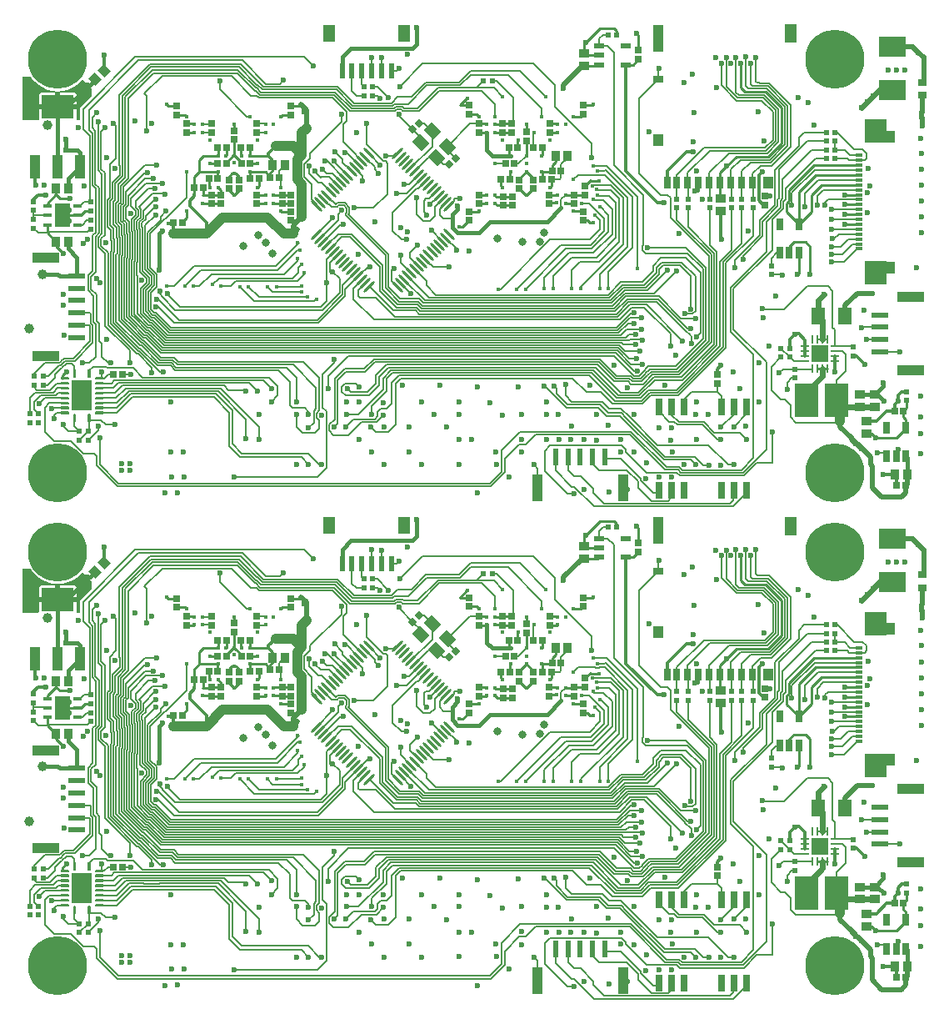
<source format=gbl>
G04 Layer_Physical_Order=4*
G04 Layer_Color=16711680*
%FSLAX44Y44*%
%MOMM*%
G71*
G01*
G75*
%ADD10C,0.1270*%
%ADD11R,0.5500X0.5500*%
%ADD12R,0.6400X0.6400*%
%ADD13R,0.6400X0.6400*%
%ADD23R,0.5500X0.5500*%
%ADD26R,1.6500X2.4000*%
%ADD27O,0.9000X0.4000*%
%ADD28R,0.9500X1.0000*%
%ADD29R,1.0000X0.9500*%
%ADD37R,2.7000X1.0000*%
%ADD38R,1.7000X0.6000*%
%ADD39R,1.4000X1.8000*%
%ADD40C,0.2500*%
%ADD41C,0.5000*%
%ADD42C,0.3000*%
%ADD43C,0.1500*%
%ADD44C,0.6000*%
%ADD45C,0.4000*%
%ADD46C,0.2000*%
%ADD51C,6.0000*%
%ADD52C,0.6000*%
%ADD53C,0.4500*%
%ADD54C,1.0000*%
%ADD55C,0.8000*%
%ADD56R,0.9500X0.8000*%
%ADD57R,2.7430X2.1590*%
%ADD58R,0.6000X1.7000*%
%ADD59R,1.0000X2.7000*%
%ADD60R,0.7620X1.7145*%
%ADD61R,0.6000X1.5500*%
%ADD62R,1.2000X1.8000*%
%ADD63R,0.6500X1.2000*%
%ADD64R,0.8000X0.3000*%
%ADD65R,2.2000X2.4000*%
%ADD66R,0.8500X1.3000*%
%ADD67R,1.3000X1.9000*%
%ADD68R,1.0000X2.8000*%
%ADD69R,1.0000X0.8000*%
%ADD70R,1.0000X1.2000*%
%ADD71R,0.7000X1.2000*%
%ADD72R,2.0500X3.0500*%
%ADD73C,0.1000*%
%ADD74O,0.2500X0.9000*%
%ADD75O,0.9000X0.2500*%
%ADD76R,1.7000X1.7000*%
%ADD77R,2.4500X3.3500*%
G04:AMPARAMS|DCode=78|XSize=0.3mm|YSize=1.6mm|CornerRadius=0mm|HoleSize=0mm|Usage=FLASHONLY|Rotation=135.000|XOffset=0mm|YOffset=0mm|HoleType=Round|Shape=Round|*
%AMOVALD78*
21,1,1.3000,0.3000,0.0000,0.0000,225.0*
1,1,0.3000,0.4596,0.4596*
1,1,0.3000,-0.4596,-0.4596*
%
%ADD78OVALD78*%

G04:AMPARAMS|DCode=79|XSize=0.3mm|YSize=1.6mm|CornerRadius=0mm|HoleSize=0mm|Usage=FLASHONLY|Rotation=225.000|XOffset=0mm|YOffset=0mm|HoleType=Round|Shape=Round|*
%AMOVALD79*
21,1,1.3000,0.3000,0.0000,0.0000,315.0*
1,1,0.3000,-0.4596,0.4596*
1,1,0.3000,0.4596,-0.4596*
%
%ADD79OVALD79*%

G04:AMPARAMS|DCode=80|XSize=1mm|YSize=0.95mm|CornerRadius=0mm|HoleSize=0mm|Usage=FLASHONLY|Rotation=135.000|XOffset=0mm|YOffset=0mm|HoleType=Round|Shape=Rectangle|*
%AMROTATEDRECTD80*
4,1,4,0.6894,-0.0177,0.0177,-0.6894,-0.6894,0.0177,-0.0177,0.6894,0.6894,-0.0177,0.0*
%
%ADD80ROTATEDRECTD80*%

%ADD81R,1.0000X2.3500*%
%ADD82R,3.3000X2.3500*%
%ADD83P,0.9051X4X360.0*%
G04:AMPARAMS|DCode=84|XSize=1.4mm|YSize=1.15mm|CornerRadius=0mm|HoleSize=0mm|Usage=FLASHONLY|Rotation=135.000|XOffset=0mm|YOffset=0mm|HoleType=Round|Shape=Rectangle|*
%AMROTATEDRECTD84*
4,1,4,0.9016,-0.0884,0.0884,-0.9016,-0.9016,0.0884,-0.0884,0.9016,0.9016,-0.0884,0.0*
%
%ADD84ROTATEDRECTD84*%

%ADD85R,1.0000X0.6000*%
%ADD86C,1.0000*%
G36*
X267406Y1194713D02*
X270728Y1190823D01*
X274618Y1187501D01*
X278980Y1184828D01*
X283706Y1182870D01*
X288680Y1181676D01*
X293780Y1181274D01*
X298880Y1181676D01*
X303854Y1182870D01*
X308580Y1184828D01*
X312942Y1187501D01*
X316832Y1190823D01*
X318297Y1192539D01*
X319566Y1192589D01*
X328280Y1183875D01*
Y1176479D01*
X317167Y1165366D01*
X316449Y1164290D01*
X316196Y1163022D01*
Y1151875D01*
X313478D01*
X313147Y1152277D01*
X312684Y1153145D01*
X312829Y1153875D01*
Y1163125D01*
X274731D01*
Y1153875D01*
X274876Y1153145D01*
X274413Y1152277D01*
X274082Y1151875D01*
X258078D01*
Y1196375D01*
X266387D01*
X267406Y1194713D01*
D02*
G37*
G36*
X327180Y891875D02*
X327183D01*
Y891294D01*
X326361Y890472D01*
X325199D01*
X324377Y891294D01*
Y891875D01*
X324380D01*
Y898975D01*
X327180D01*
Y891875D01*
D02*
G37*
G36*
X312180D02*
X312183D01*
Y891294D01*
X311361Y890472D01*
X310199D01*
X309377Y891294D01*
Y891875D01*
X309380D01*
Y898975D01*
X312180D01*
Y891875D01*
D02*
G37*
G36*
X332680Y891375D02*
X339780D01*
Y888575D01*
X332680D01*
Y888572D01*
X332099D01*
X331277Y889394D01*
Y890556D01*
X332099Y891378D01*
X332680D01*
Y891375D01*
D02*
G37*
G36*
X305283Y890556D02*
Y889394D01*
X304461Y888572D01*
X303880D01*
Y888575D01*
X296780D01*
Y891375D01*
X303880D01*
Y891378D01*
X304461D01*
X305283Y890556D01*
D02*
G37*
G36*
X332680Y886375D02*
X339780D01*
Y883575D01*
X332680D01*
Y883572D01*
X332099D01*
X331277Y884394D01*
Y885556D01*
X332099Y886378D01*
X332680D01*
Y886375D01*
D02*
G37*
G36*
X305283Y885556D02*
Y884394D01*
X304461Y883572D01*
X303880D01*
Y883575D01*
X296780D01*
Y886375D01*
X303880D01*
Y886378D01*
X304461D01*
X305283Y885556D01*
D02*
G37*
G36*
X332680Y881375D02*
X339780D01*
Y878575D01*
X332680D01*
Y878572D01*
X332099D01*
X331277Y879394D01*
Y880556D01*
X332099Y881378D01*
X332680D01*
Y881375D01*
D02*
G37*
G36*
X305283Y880556D02*
Y879394D01*
X304461Y878572D01*
X303880D01*
Y878575D01*
X296780D01*
Y881375D01*
X303880D01*
Y881378D01*
X304461D01*
X305283Y880556D01*
D02*
G37*
G36*
X332680Y876375D02*
X339780D01*
Y873575D01*
X332680D01*
Y873572D01*
X332099D01*
X331277Y874394D01*
Y875556D01*
X332099Y876378D01*
X332680D01*
Y876375D01*
D02*
G37*
G36*
X305283Y875556D02*
Y874394D01*
X304461Y873572D01*
X303880D01*
Y873575D01*
X296780D01*
Y876375D01*
X303880D01*
Y876378D01*
X304461D01*
X305283Y875556D01*
D02*
G37*
G36*
X332680Y871375D02*
X339780D01*
Y868575D01*
X332680D01*
Y868572D01*
X332099D01*
X331277Y869394D01*
Y870556D01*
X332099Y871378D01*
X332680D01*
Y871375D01*
D02*
G37*
G36*
X305283Y870556D02*
Y869394D01*
X304461Y868572D01*
X303880D01*
Y868575D01*
X296780D01*
Y871375D01*
X303880D01*
Y871378D01*
X304461D01*
X305283Y870556D01*
D02*
G37*
G36*
X332680Y866375D02*
X339780D01*
Y863575D01*
X332680D01*
Y863572D01*
X332099D01*
X331277Y864394D01*
Y865556D01*
X332099Y866378D01*
X332680D01*
Y866375D01*
D02*
G37*
G36*
X305283Y865556D02*
Y864394D01*
X304461Y863572D01*
X303880D01*
Y863575D01*
X296780D01*
Y866375D01*
X303880D01*
Y866378D01*
X304461D01*
X305283Y865556D01*
D02*
G37*
G36*
X332680Y861375D02*
X339780D01*
Y858575D01*
X332680D01*
Y858572D01*
X332099D01*
X331277Y859394D01*
Y860556D01*
X332099Y861378D01*
X332680D01*
Y861375D01*
D02*
G37*
G36*
X305283Y860556D02*
Y859394D01*
X304461Y858572D01*
X303880D01*
Y858575D01*
X296780D01*
Y861375D01*
X303880D01*
Y861378D01*
X304461D01*
X305283Y860556D01*
D02*
G37*
G36*
X332680Y856375D02*
X339780D01*
Y853575D01*
X332680D01*
Y853572D01*
X332099D01*
X331277Y854394D01*
Y855556D01*
X332099Y856378D01*
X332680D01*
Y856375D01*
D02*
G37*
G36*
X305283Y855556D02*
Y854394D01*
X304461Y853572D01*
X303880D01*
Y853575D01*
X296780D01*
Y856375D01*
X303880D01*
Y856378D01*
X304461D01*
X305283Y855556D01*
D02*
G37*
G36*
X327183Y853656D02*
Y853075D01*
X327180D01*
Y845975D01*
X324380D01*
Y853075D01*
X324377D01*
Y853656D01*
X325199Y854478D01*
X326361D01*
X327183Y853656D01*
D02*
G37*
G36*
X312183D02*
Y853075D01*
X312180D01*
Y845975D01*
X309380D01*
Y853075D01*
X309377D01*
Y853656D01*
X310199Y854478D01*
X311361D01*
X312183Y853656D01*
D02*
G37*
G36*
X267406Y694723D02*
X270728Y690833D01*
X274618Y687511D01*
X278980Y684838D01*
X283706Y682880D01*
X288680Y681686D01*
X293780Y681284D01*
X298880Y681686D01*
X303854Y682880D01*
X308580Y684838D01*
X312942Y687511D01*
X316832Y690833D01*
X318297Y692549D01*
X319566Y692599D01*
X328280Y683885D01*
Y676489D01*
X317167Y665376D01*
X316449Y664301D01*
X316196Y663032D01*
Y651885D01*
X313478D01*
X313147Y652287D01*
X312684Y653155D01*
X312829Y653885D01*
Y663135D01*
X274731D01*
Y653885D01*
X274876Y653155D01*
X274413Y652287D01*
X274082Y651885D01*
X258078D01*
Y696385D01*
X266387D01*
X267406Y694723D01*
D02*
G37*
G36*
X327180Y391885D02*
X327183D01*
Y391304D01*
X326361Y390482D01*
X325199D01*
X324377Y391304D01*
Y391885D01*
X324380D01*
Y398985D01*
X327180D01*
Y391885D01*
D02*
G37*
G36*
X312180D02*
X312183D01*
Y391304D01*
X311361Y390482D01*
X310199D01*
X309377Y391304D01*
Y391885D01*
X309380D01*
Y398985D01*
X312180D01*
Y391885D01*
D02*
G37*
G36*
X332680Y391385D02*
X339780D01*
Y388585D01*
X332680D01*
Y388582D01*
X332099D01*
X331277Y389404D01*
Y390566D01*
X332099Y391388D01*
X332680D01*
Y391385D01*
D02*
G37*
G36*
X305283Y390566D02*
Y389404D01*
X304461Y388582D01*
X303880D01*
Y388585D01*
X296780D01*
Y391385D01*
X303880D01*
Y391388D01*
X304461D01*
X305283Y390566D01*
D02*
G37*
G36*
X332680Y386385D02*
X339780D01*
Y383585D01*
X332680D01*
Y383582D01*
X332099D01*
X331277Y384404D01*
Y385566D01*
X332099Y386388D01*
X332680D01*
Y386385D01*
D02*
G37*
G36*
X305283Y385566D02*
Y384404D01*
X304461Y383582D01*
X303880D01*
Y383585D01*
X296780D01*
Y386385D01*
X303880D01*
Y386388D01*
X304461D01*
X305283Y385566D01*
D02*
G37*
G36*
X332680Y381385D02*
X339780D01*
Y378585D01*
X332680D01*
Y378582D01*
X332099D01*
X331277Y379404D01*
Y380566D01*
X332099Y381388D01*
X332680D01*
Y381385D01*
D02*
G37*
G36*
X305283Y380566D02*
Y379404D01*
X304461Y378582D01*
X303880D01*
Y378585D01*
X296780D01*
Y381385D01*
X303880D01*
Y381388D01*
X304461D01*
X305283Y380566D01*
D02*
G37*
G36*
X332680Y376385D02*
X339780D01*
Y373585D01*
X332680D01*
Y373582D01*
X332099D01*
X331277Y374404D01*
Y375566D01*
X332099Y376388D01*
X332680D01*
Y376385D01*
D02*
G37*
G36*
X305283Y375566D02*
Y374404D01*
X304461Y373582D01*
X303880D01*
Y373585D01*
X296780D01*
Y376385D01*
X303880D01*
Y376388D01*
X304461D01*
X305283Y375566D01*
D02*
G37*
G36*
X332680Y371385D02*
X339780D01*
Y368585D01*
X332680D01*
Y368582D01*
X332099D01*
X331277Y369404D01*
Y370566D01*
X332099Y371388D01*
X332680D01*
Y371385D01*
D02*
G37*
G36*
X305283Y370566D02*
Y369404D01*
X304461Y368582D01*
X303880D01*
Y368585D01*
X296780D01*
Y371385D01*
X303880D01*
Y371388D01*
X304461D01*
X305283Y370566D01*
D02*
G37*
G36*
X332680Y366385D02*
X339780D01*
Y363585D01*
X332680D01*
Y363582D01*
X332099D01*
X331277Y364404D01*
Y365566D01*
X332099Y366388D01*
X332680D01*
Y366385D01*
D02*
G37*
G36*
X305283Y365566D02*
Y364404D01*
X304461Y363582D01*
X303880D01*
Y363585D01*
X296780D01*
Y366385D01*
X303880D01*
Y366388D01*
X304461D01*
X305283Y365566D01*
D02*
G37*
G36*
X332680Y361385D02*
X339780D01*
Y358585D01*
X332680D01*
Y358582D01*
X332099D01*
X331277Y359404D01*
Y360566D01*
X332099Y361388D01*
X332680D01*
Y361385D01*
D02*
G37*
G36*
X305283Y360566D02*
Y359404D01*
X304461Y358582D01*
X303880D01*
Y358585D01*
X296780D01*
Y361385D01*
X303880D01*
Y361388D01*
X304461D01*
X305283Y360566D01*
D02*
G37*
G36*
X332680Y356385D02*
X339780D01*
Y353585D01*
X332680D01*
Y353582D01*
X332099D01*
X331277Y354404D01*
Y355566D01*
X332099Y356388D01*
X332680D01*
Y356385D01*
D02*
G37*
G36*
X305283Y355566D02*
Y354404D01*
X304461Y353582D01*
X303880D01*
Y353585D01*
X296780D01*
Y356385D01*
X303880D01*
Y356388D01*
X304461D01*
X305283Y355566D01*
D02*
G37*
G36*
X327183Y353666D02*
Y353085D01*
X327180D01*
Y345985D01*
X324380D01*
Y353085D01*
X324377D01*
Y353666D01*
X325199Y354488D01*
X326361D01*
X327183Y353666D01*
D02*
G37*
G36*
X312183D02*
Y353085D01*
X312180D01*
Y345985D01*
X309380D01*
Y353085D01*
X309377D01*
Y353666D01*
X310199Y354488D01*
X311361D01*
X312183Y353666D01*
D02*
G37*
%LPC*%
G36*
X310280Y1179924D02*
X296280D01*
Y1168125D01*
X312829D01*
Y1177375D01*
X312635Y1178350D01*
X312082Y1179177D01*
X311255Y1179730D01*
X310280Y1179924D01*
D02*
G37*
G36*
X291280D02*
X277280D01*
X276305Y1179730D01*
X275478Y1179177D01*
X274925Y1178350D01*
X274731Y1177375D01*
Y1168125D01*
X291280D01*
Y1179924D01*
D02*
G37*
G36*
X310280Y679934D02*
X296280D01*
Y668135D01*
X312829D01*
Y677385D01*
X312635Y678360D01*
X312082Y679187D01*
X311255Y679740D01*
X310280Y679934D01*
D02*
G37*
G36*
X291280D02*
X277280D01*
X276305Y679740D01*
X275478Y679187D01*
X274925Y678360D01*
X274731Y677385D01*
Y668135D01*
X291280D01*
Y679934D01*
D02*
G37*
%LPD*%
D10*
X873280Y445885D02*
X879280D01*
X874780Y429290D02*
X887375D01*
X888280Y428386D01*
X875188Y451385D02*
X886780D01*
X861280Y441385D02*
X876780Y456885D01*
X879280D01*
X862232Y418525D02*
X876372Y404385D01*
X887780D01*
X861180Y415985D02*
X879780Y397385D01*
X882780D01*
X362886Y548663D02*
Y548663D01*
Y548663D02*
X364075Y547474D01*
X360346Y547611D02*
Y547611D01*
X363175Y551966D02*
X366615Y548526D01*
X376775Y548657D02*
X380562Y552445D01*
X374235Y549709D02*
X378022Y553497D01*
X371695Y550761D02*
X375482Y554549D01*
X369155Y551814D02*
X372942Y555601D01*
X379315Y547605D02*
X383102Y551393D01*
X843656Y596385D02*
X849780D01*
X843501Y596230D02*
X843656Y596385D01*
X840059Y596230D02*
X843501D01*
X839904Y596385D02*
X840059Y596230D01*
X822280Y596385D02*
X839904D01*
X841780Y600385D02*
X849280D01*
X850280Y601385D01*
X825280Y482885D02*
X868280Y525885D01*
Y573385D01*
X855855Y585810D02*
X868280Y573385D01*
X837705Y585810D02*
X855855D01*
X837280Y585385D02*
X837705Y585810D01*
X849780Y596385D02*
X872780Y573385D01*
X817780Y591885D02*
X822280Y596385D01*
X850280Y601385D02*
X877780Y573885D01*
Y522885D02*
Y573885D01*
X853280Y498385D02*
X877780Y522885D01*
X851280Y605885D02*
X882780Y574385D01*
Y501385D02*
Y574385D01*
X872780Y523885D02*
Y573385D01*
X844280Y495385D02*
X872780Y523885D01*
X825280Y480885D02*
Y482885D01*
X838280Y605885D02*
X851280D01*
X841710Y581655D02*
X841980Y581385D01*
X842280Y575885D02*
X842780Y575385D01*
X837780Y571885D02*
X838780Y570885D01*
X855780Y581385D02*
X864280Y572885D01*
Y528885D02*
Y572885D01*
X843780Y508385D02*
X864280Y528885D01*
X853780Y575385D02*
X860780Y568385D01*
Y532385D02*
Y568385D01*
X841280Y512885D02*
X860780Y532385D01*
X844280Y480885D02*
Y495385D01*
X853280Y480885D02*
Y498385D01*
X870056Y417886D02*
X885280D01*
X864336Y423605D02*
X870056Y417886D01*
X874464Y409885D02*
X881780D01*
X863284Y421065D02*
X874464Y409885D01*
X741280Y480385D02*
X743780D01*
X862648Y438845D02*
X875188Y451385D01*
X863700Y436305D02*
X873280Y445885D01*
X866160Y433765D02*
X871780Y439385D01*
X886780D01*
X874280Y434385D02*
X880780D01*
X871120Y431225D02*
X874280Y434385D01*
X874175Y428685D02*
X874780Y429290D01*
X867020Y426145D02*
X868780Y424385D01*
X880780D01*
X269875Y365980D02*
X276535Y372640D01*
X269875Y358290D02*
X274280Y353885D01*
X269875Y358290D02*
Y365980D01*
X276535Y372640D02*
X292035D01*
X265280Y353885D02*
Y369885D01*
X270780Y375385D01*
X289280D01*
X293880Y379985D01*
X298180D01*
X292380Y384985D02*
X298180D01*
X285625Y378230D02*
X292380Y384985D01*
X272435Y378230D02*
X285625D01*
X269780Y380885D02*
X272435Y378230D01*
X269780Y380885D02*
Y382885D01*
X294380Y374985D02*
X298180D01*
X292035Y372640D02*
X294380Y374985D01*
X1107780Y611385D02*
X1113780D01*
X1115780Y613385D01*
Y618385D01*
X1111780Y622385D02*
X1115780Y618385D01*
X1103280Y622385D02*
X1111780D01*
X1085780Y639885D02*
X1103280Y622385D01*
X1083780Y639885D02*
X1085780D01*
X1083780Y621885D02*
Y630885D01*
X1080280Y551385D02*
X1107780D01*
X1080280Y541385D02*
X1107780D01*
X745280Y647885D02*
X745780Y648385D01*
X743780Y480385D02*
X794280Y530885D01*
X834280D01*
X844780Y541385D01*
Y550885D01*
X760280Y480385D02*
X805280Y525385D01*
X835280D01*
X849280Y539385D01*
Y552385D01*
X769280Y480385D02*
X810280Y521385D01*
X836280D01*
X853280Y538385D01*
Y555885D01*
X788280Y480885D02*
Y492385D01*
X813280Y517385D01*
X838280D01*
X857280Y536385D01*
Y561885D01*
X848280Y570885D02*
X857280Y561885D01*
X797280Y480885D02*
Y493885D01*
X816280Y512885D01*
X841280D01*
X816280Y480885D02*
Y499885D01*
X824780Y508385D01*
X843780D01*
X839780Y555885D02*
X844780Y550885D01*
X839780Y555885D02*
X839780D01*
X833780Y567885D02*
X849280Y552385D01*
X825780Y567885D02*
X833780D01*
X845280Y563885D02*
X853280Y555885D01*
X844280Y563885D02*
X845280D01*
X838780Y570885D02*
X848280D01*
X842780Y575385D02*
X853780D01*
X841980Y581385D02*
X855780D01*
X973095Y705095D02*
Y715595D01*
X983000Y706000D02*
Y716000D01*
X992905Y704595D02*
Y716095D01*
X402278Y577385D02*
X402779Y576884D01*
X383280Y587885D02*
X400278D01*
X400279Y587884D01*
X1080780Y531885D02*
X1082780D01*
X1087280Y536385D01*
X1107780D01*
X382780Y592885D02*
X390780D01*
X1079780Y523885D02*
X1089780D01*
X1097280Y531385D01*
X1107780D01*
X382280Y598885D02*
X385280D01*
X1079780Y515885D02*
X1090780D01*
X1101280Y526385D01*
X1107780D01*
X382280Y606385D02*
X394280D01*
X1080280Y507885D02*
X1092780D01*
X1106280Y521385D01*
X1107780D01*
X1076280Y571385D02*
X1107780D01*
X403059Y552040D02*
X403435D01*
X424780Y573385D01*
Y599885D01*
X389780Y577385D02*
X402278D01*
X1080280Y561385D02*
X1107780D01*
X1073279Y568384D02*
X1076280Y571385D01*
X1073279Y565385D02*
Y568384D01*
X1065280Y565885D02*
Y574885D01*
X1071780Y581385D01*
X1107780D01*
X1053280Y577885D02*
X1066780Y591385D01*
X1053280Y563885D02*
Y577885D01*
X1066780Y591385D02*
X1107780D01*
X1039779Y565385D02*
Y578384D01*
X1062780Y601385D01*
X1107780D01*
X386040Y582885D02*
X392780D01*
X392620Y571885D02*
X393280D01*
X392160Y563885D02*
X393280D01*
X398185Y554290D02*
X403780Y559885D01*
X398185Y550980D02*
Y554290D01*
X917530Y352635D02*
Y360612D01*
X960780Y334885D02*
X986780D01*
X993780Y327885D01*
X950280Y345385D02*
X960780Y334885D01*
X917530Y352635D02*
X924780Y345385D01*
X950280D01*
X904830Y356335D02*
Y360612D01*
Y356335D02*
X915280Y345885D01*
X920280D01*
X923320Y342845D01*
X949228D01*
X964188Y327885D01*
X967780D01*
X360346Y584451D02*
X382280Y606385D01*
X362886Y579491D02*
X382280Y598885D01*
X365426Y575531D02*
X382780Y592885D01*
X367966Y572571D02*
X383280Y587885D01*
X372780Y569625D02*
X386040Y582885D01*
X372942Y555601D02*
Y559664D01*
X375482Y554549D02*
Y560716D01*
X372780Y563419D02*
X375482Y560716D01*
X376093Y563698D02*
X389780Y577385D01*
X376093Y563698D02*
Y563698D01*
Y563698D02*
X378022Y561768D01*
Y553497D02*
Y561768D01*
X380562Y552445D02*
Y559827D01*
X392620Y571885D01*
X383102Y554827D02*
X392160Y563885D01*
X383102Y551393D02*
Y554827D01*
X372780Y563419D02*
Y569625D01*
X360346Y567654D02*
Y584451D01*
X362886Y566602D02*
Y579491D01*
X367966Y564641D02*
Y572571D01*
Y564641D02*
X372942Y559664D01*
X365426Y565550D02*
Y575531D01*
X358095Y565403D02*
X360346Y567654D01*
X360635Y564351D02*
X362886Y566602D01*
X363175Y563299D02*
X365426Y565550D01*
X363175Y551966D02*
Y555558D01*
X363132Y555601D02*
X363175Y555558D01*
X363132Y555601D02*
Y559664D01*
X363175Y559707D01*
Y563299D01*
X360635Y560759D02*
Y564351D01*
X360592Y560716D02*
X360635Y560759D01*
X360592Y554549D02*
Y560716D01*
Y554549D02*
X360635Y554506D01*
Y550914D02*
Y554506D01*
X358095Y549862D02*
Y553454D01*
X358052Y553497D02*
X358095Y553454D01*
X358052Y553497D02*
Y561768D01*
X358095Y561811D01*
Y565403D01*
X360635Y550914D02*
X362886Y548663D01*
X358095Y549862D02*
X360346Y547611D01*
X408844Y441385D02*
X861280D01*
X407792Y438845D02*
X862648D01*
X406740Y436305D02*
X863700D01*
X405688Y433765D02*
X866160D01*
X404636Y431225D02*
X871120D01*
X403584Y428685D02*
X874175D01*
X402532Y426145D02*
X867020D01*
X401480Y423605D02*
X864336D01*
X400428Y421065D02*
X863284D01*
X399376Y418525D02*
X862232D01*
X398324Y415985D02*
X861180D01*
X361535Y536186D02*
Y546422D01*
X360346Y547611D02*
X361535Y546422D01*
X364075Y537238D02*
Y547474D01*
X371695Y540394D02*
Y550761D01*
X374235Y541446D02*
Y549709D01*
X376775Y542499D02*
X377505Y541768D01*
X376775Y542499D02*
Y548657D01*
X379315Y543551D02*
X380045Y542821D01*
X379315Y543551D02*
Y547605D01*
X385125Y537920D02*
X398185Y550980D01*
X387665Y536646D02*
X403059Y552040D01*
X366615Y538290D02*
Y548526D01*
X369155Y539342D02*
Y551814D01*
X382585Y545190D02*
X393280Y555885D01*
X382958Y431350D02*
X398324Y415985D01*
X380926Y431350D02*
X382958D01*
X384010Y433890D02*
X399376Y418525D01*
X381978Y433890D02*
X384010D01*
X385062Y436430D02*
X400428Y421065D01*
X383030Y436430D02*
X385062D01*
X386114Y438970D02*
X401480Y423605D01*
X384082Y438970D02*
X386114D01*
X387166Y441510D02*
X402532Y426145D01*
X385134Y441510D02*
X387166D01*
X388218Y444050D02*
X403584Y428685D01*
X386186Y444050D02*
X388218D01*
X389271Y446590D02*
X404636Y431225D01*
X387238Y446590D02*
X389271D01*
X390323Y449130D02*
X405688Y433765D01*
X388290Y449130D02*
X390323D01*
X391375Y451670D02*
X406740Y436305D01*
X389342Y451670D02*
X391375D01*
X392427Y454210D02*
X407792Y438845D01*
X368697Y443579D02*
X380926Y431350D01*
X368697Y443579D02*
X368697D01*
X369749Y446119D02*
X369749D01*
X381978Y433890D01*
X393479Y456750D02*
X408844Y441385D01*
X391447Y456750D02*
X393479D01*
X388146Y460051D02*
X391447Y456750D01*
X385606Y458999D02*
X390395Y454210D01*
X392427D01*
X383066Y457947D02*
X389342Y451670D01*
X380526Y456895D02*
X388290Y449130D01*
X377986Y455843D02*
X387238Y446590D01*
X377986Y455843D02*
Y481154D01*
X371854Y451199D02*
X384082Y438970D01*
X371854Y451199D02*
X371854D01*
X370802Y448659D02*
X383030Y436430D01*
X370802Y448659D02*
X370802D01*
X364075Y537238D02*
X364805Y536508D01*
X366615Y538290D02*
X367345Y537560D01*
X369155Y539342D02*
X369885Y538612D01*
X371695Y540394D02*
X372425Y539664D01*
X374235Y541446D02*
X374965Y540716D01*
X388146Y460051D02*
Y476945D01*
X394346Y483145D01*
Y495625D01*
X385606Y458999D02*
Y477997D01*
X391806Y484197D01*
Y494573D01*
X389266Y485249D02*
Y493521D01*
X383066Y479049D02*
X389266Y485249D01*
X383066Y457947D02*
Y479049D01*
X380526Y456895D02*
Y480102D01*
X386726Y486301D01*
Y492469D01*
X384186Y487354D02*
Y491417D01*
X377986Y481154D02*
X384186Y487354D01*
X387665Y502306D02*
X394346Y495625D01*
X387665Y502306D02*
Y536646D01*
X385125Y501254D02*
X391806Y494573D01*
X385125Y501254D02*
Y537920D01*
X382585Y500202D02*
Y545190D01*
Y500202D02*
X389266Y493521D01*
X380045Y499150D02*
X386726Y492469D01*
X380045Y499150D02*
Y542821D01*
X377505Y498098D02*
Y541768D01*
Y498098D02*
X384186Y491417D01*
X374965Y508431D02*
Y540716D01*
X374376Y455861D02*
Y494385D01*
Y455861D02*
X386186Y444050D01*
X372425Y509483D02*
Y539664D01*
X369885Y510535D02*
Y538612D01*
X367345Y511587D02*
Y537560D01*
X364805Y512639D02*
Y536508D01*
X362265Y513691D02*
Y535456D01*
X361535Y536186D02*
X362265Y535456D01*
X374235Y507701D02*
X374965Y508431D01*
X374235Y494526D02*
Y507701D01*
Y494526D02*
X374376Y494385D01*
X371445Y455200D02*
X385134Y441510D01*
X371445Y455200D02*
Y508503D01*
X372425Y509483D01*
X368905Y454147D02*
X371854Y451199D01*
X368905Y454147D02*
Y509555D01*
X369885Y510535D01*
X366365Y453095D02*
X370802Y448659D01*
X366365Y453095D02*
Y510607D01*
X367345Y511587D01*
X363825Y511659D02*
X364805Y512639D01*
X363825Y452043D02*
Y511659D01*
Y452043D02*
X369749Y446119D01*
X361285Y450991D02*
X368697Y443579D01*
X361285Y450991D02*
Y512711D01*
X362265Y513691D01*
X873280Y945875D02*
X879280D01*
X874780Y929280D02*
X887375D01*
X888280Y928375D01*
X875188Y951375D02*
X886780D01*
X861280Y941375D02*
X876780Y956875D01*
X879280D01*
X862232Y918515D02*
X876372Y904375D01*
X887780D01*
X861180Y915975D02*
X879780Y897375D01*
X882780D01*
X362886Y1048653D02*
Y1048653D01*
Y1048653D02*
X364075Y1047464D01*
X360346Y1047601D02*
Y1047601D01*
X363175Y1051956D02*
X366615Y1048516D01*
X376775Y1048647D02*
X380562Y1052435D01*
X374235Y1049699D02*
X378022Y1053487D01*
X371695Y1050751D02*
X375482Y1054539D01*
X369155Y1051804D02*
X372942Y1055591D01*
X379315Y1047595D02*
X383102Y1051383D01*
X843656Y1096375D02*
X849780D01*
X843501Y1096220D02*
X843656Y1096375D01*
X840059Y1096220D02*
X843501D01*
X839904Y1096375D02*
X840059Y1096220D01*
X822280Y1096375D02*
X839904D01*
X841780Y1100375D02*
X849280D01*
X850280Y1101375D01*
X825280Y982875D02*
X868280Y1025875D01*
Y1073375D01*
X855855Y1085800D02*
X868280Y1073375D01*
X837705Y1085800D02*
X855855D01*
X837280Y1085375D02*
X837705Y1085800D01*
X849780Y1096375D02*
X872780Y1073375D01*
X817780Y1091875D02*
X822280Y1096375D01*
X850280Y1101375D02*
X877780Y1073875D01*
Y1022875D02*
Y1073875D01*
X853280Y998375D02*
X877780Y1022875D01*
X851280Y1105875D02*
X882780Y1074375D01*
Y1001375D02*
Y1074375D01*
X872780Y1023875D02*
Y1073375D01*
X844280Y995375D02*
X872780Y1023875D01*
X825280Y980875D02*
Y982875D01*
X838280Y1105875D02*
X851280D01*
X841710Y1081645D02*
X841980Y1081375D01*
X842280Y1075875D02*
X842780Y1075375D01*
X837780Y1071875D02*
X838780Y1070875D01*
X855780Y1081375D02*
X864280Y1072875D01*
Y1028875D02*
Y1072875D01*
X843780Y1008375D02*
X864280Y1028875D01*
X853780Y1075375D02*
X860780Y1068375D01*
Y1032375D02*
Y1068375D01*
X841280Y1012875D02*
X860780Y1032375D01*
X844280Y980875D02*
Y995375D01*
X853280Y980875D02*
Y998375D01*
X870056Y917876D02*
X885280D01*
X864336Y923595D02*
X870056Y917876D01*
X874464Y909875D02*
X881780D01*
X863284Y921055D02*
X874464Y909875D01*
X741280Y980375D02*
X743780D01*
X862648Y938835D02*
X875188Y951375D01*
X863700Y936295D02*
X873280Y945875D01*
X866160Y933755D02*
X871780Y939375D01*
X886780D01*
X874280Y934375D02*
X880780D01*
X871120Y931215D02*
X874280Y934375D01*
X874175Y928675D02*
X874780Y929280D01*
X867020Y926135D02*
X868780Y924375D01*
X880780D01*
X269875Y865970D02*
X276535Y872630D01*
X269875Y858280D02*
X274280Y853875D01*
X269875Y858280D02*
Y865970D01*
X276535Y872630D02*
X292035D01*
X265280Y853875D02*
Y869875D01*
X270780Y875375D01*
X289280D01*
X293880Y879975D01*
X298180D01*
X292380Y884975D02*
X298180D01*
X285625Y878220D02*
X292380Y884975D01*
X272435Y878220D02*
X285625D01*
X269780Y880875D02*
X272435Y878220D01*
X269780Y880875D02*
Y882875D01*
X294380Y874975D02*
X298180D01*
X292035Y872630D02*
X294380Y874975D01*
X1107780Y1111375D02*
X1113780D01*
X1115780Y1113375D01*
Y1118375D01*
X1111780Y1122375D02*
X1115780Y1118375D01*
X1103280Y1122375D02*
X1111780D01*
X1085780Y1139875D02*
X1103280Y1122375D01*
X1083780Y1139875D02*
X1085780D01*
X1083780Y1121875D02*
Y1130875D01*
X1080280Y1051375D02*
X1107780D01*
X1080280Y1041375D02*
X1107780D01*
X745280Y1147875D02*
X745780Y1148375D01*
X743780Y980375D02*
X794280Y1030875D01*
X834280D01*
X844780Y1041375D01*
Y1050875D01*
X760280Y980375D02*
X805280Y1025375D01*
X835280D01*
X849280Y1039375D01*
Y1052375D01*
X769280Y980375D02*
X810280Y1021375D01*
X836280D01*
X853280Y1038375D01*
Y1055875D01*
X788280Y980875D02*
Y992375D01*
X813280Y1017375D01*
X838280D01*
X857280Y1036375D01*
Y1061875D01*
X848280Y1070875D02*
X857280Y1061875D01*
X797280Y980875D02*
Y993875D01*
X816280Y1012875D01*
X841280D01*
X816280Y980875D02*
Y999875D01*
X824780Y1008375D01*
X843780D01*
X839780Y1055875D02*
X844780Y1050875D01*
X839780Y1055875D02*
X839780D01*
X833780Y1067875D02*
X849280Y1052375D01*
X825780Y1067875D02*
X833780D01*
X845280Y1063875D02*
X853280Y1055875D01*
X844280Y1063875D02*
X845280D01*
X838780Y1070875D02*
X848280D01*
X842780Y1075375D02*
X853780D01*
X841980Y1081375D02*
X855780D01*
X973095Y1205085D02*
Y1215585D01*
X983000Y1205990D02*
Y1215990D01*
X992905Y1204585D02*
Y1216085D01*
X402278Y1077375D02*
X402779Y1076874D01*
X383280Y1087875D02*
X400278D01*
X400279Y1087874D01*
X1080780Y1031875D02*
X1082780D01*
X1087280Y1036375D01*
X1107780D01*
X382780Y1092875D02*
X390780D01*
X1079780Y1023875D02*
X1089780D01*
X1097280Y1031375D01*
X1107780D01*
X382280Y1098875D02*
X385280D01*
X1079780Y1015875D02*
X1090780D01*
X1101280Y1026375D01*
X1107780D01*
X382280Y1106375D02*
X394280D01*
X1080280Y1007875D02*
X1092780D01*
X1106280Y1021375D01*
X1107780D01*
X1076280Y1071375D02*
X1107780D01*
X403059Y1052030D02*
X403435D01*
X424780Y1073375D01*
Y1099875D01*
X389780Y1077375D02*
X402278D01*
X1080280Y1061375D02*
X1107780D01*
X1073279Y1068374D02*
X1076280Y1071375D01*
X1073279Y1065375D02*
Y1068374D01*
X1065280Y1065875D02*
Y1074875D01*
X1071780Y1081375D01*
X1107780D01*
X1053280Y1077875D02*
X1066780Y1091375D01*
X1053280Y1063875D02*
Y1077875D01*
X1066780Y1091375D02*
X1107780D01*
X1039779Y1065375D02*
Y1078374D01*
X1062780Y1101375D01*
X1107780D01*
X386040Y1082875D02*
X392780D01*
X392620Y1071875D02*
X393280D01*
X392160Y1063875D02*
X393280D01*
X398185Y1054280D02*
X403780Y1059875D01*
X398185Y1050970D02*
Y1054280D01*
X917530Y852625D02*
Y860602D01*
X960780Y834875D02*
X986780D01*
X993780Y827875D01*
X950280Y845375D02*
X960780Y834875D01*
X917530Y852625D02*
X924780Y845375D01*
X950280D01*
X904830Y856325D02*
Y860602D01*
Y856325D02*
X915280Y845875D01*
X920280D01*
X923320Y842835D01*
X949228D01*
X964188Y827875D01*
X967780D01*
X360346Y1084441D02*
X382280Y1106375D01*
X362886Y1079481D02*
X382280Y1098875D01*
X365426Y1075521D02*
X382780Y1092875D01*
X367966Y1072561D02*
X383280Y1087875D01*
X372780Y1069615D02*
X386040Y1082875D01*
X372942Y1055591D02*
Y1059654D01*
X375482Y1054539D02*
Y1060706D01*
X372780Y1063409D02*
X375482Y1060706D01*
X376093Y1063688D02*
X389780Y1077375D01*
X376093Y1063688D02*
Y1063688D01*
Y1063688D02*
X378022Y1061758D01*
Y1053487D02*
Y1061758D01*
X380562Y1052435D02*
Y1059817D01*
X392620Y1071875D01*
X383102Y1054817D02*
X392160Y1063875D01*
X383102Y1051383D02*
Y1054817D01*
X372780Y1063409D02*
Y1069615D01*
X360346Y1067644D02*
Y1084441D01*
X362886Y1066592D02*
Y1079481D01*
X367966Y1064631D02*
Y1072561D01*
Y1064631D02*
X372942Y1059654D01*
X365426Y1065540D02*
Y1075521D01*
X358095Y1065393D02*
X360346Y1067644D01*
X360635Y1064341D02*
X362886Y1066592D01*
X363175Y1063289D02*
X365426Y1065540D01*
X363175Y1051956D02*
Y1055548D01*
X363132Y1055591D02*
X363175Y1055548D01*
X363132Y1055591D02*
Y1059654D01*
X363175Y1059697D01*
Y1063289D01*
X360635Y1060749D02*
Y1064341D01*
X360592Y1060706D02*
X360635Y1060749D01*
X360592Y1054539D02*
Y1060706D01*
Y1054539D02*
X360635Y1054496D01*
Y1050904D02*
Y1054496D01*
X358095Y1049852D02*
Y1053444D01*
X358052Y1053487D02*
X358095Y1053444D01*
X358052Y1053487D02*
Y1061758D01*
X358095Y1061801D01*
Y1065393D01*
X360635Y1050904D02*
X362886Y1048653D01*
X358095Y1049852D02*
X360346Y1047601D01*
X408844Y941375D02*
X861280D01*
X407792Y938835D02*
X862648D01*
X406740Y936295D02*
X863700D01*
X405688Y933755D02*
X866160D01*
X404636Y931215D02*
X871120D01*
X403584Y928675D02*
X874175D01*
X402532Y926135D02*
X867020D01*
X401480Y923595D02*
X864336D01*
X400428Y921055D02*
X863284D01*
X399376Y918515D02*
X862232D01*
X398324Y915975D02*
X861180D01*
X361535Y1036176D02*
Y1046412D01*
X360346Y1047601D02*
X361535Y1046412D01*
X364075Y1037228D02*
Y1047464D01*
X371695Y1040384D02*
Y1050751D01*
X374235Y1041436D02*
Y1049699D01*
X376775Y1042488D02*
X377505Y1041758D01*
X376775Y1042488D02*
Y1048647D01*
X379315Y1043540D02*
X380045Y1042811D01*
X379315Y1043540D02*
Y1047595D01*
X385125Y1037910D02*
X398185Y1050970D01*
X387665Y1036636D02*
X403059Y1052030D01*
X366615Y1038280D02*
Y1048516D01*
X369155Y1039332D02*
Y1051804D01*
X382585Y1045180D02*
X393280Y1055875D01*
X382958Y931340D02*
X398324Y915975D01*
X380926Y931340D02*
X382958D01*
X384010Y933880D02*
X399376Y918515D01*
X381978Y933880D02*
X384010D01*
X385062Y936420D02*
X400428Y921055D01*
X383030Y936420D02*
X385062D01*
X386114Y938960D02*
X401480Y923595D01*
X384082Y938960D02*
X386114D01*
X387166Y941500D02*
X402532Y926135D01*
X385134Y941500D02*
X387166D01*
X388218Y944040D02*
X403584Y928675D01*
X386186Y944040D02*
X388218D01*
X389271Y946580D02*
X404636Y931215D01*
X387238Y946580D02*
X389271D01*
X390323Y949120D02*
X405688Y933755D01*
X388290Y949120D02*
X390323D01*
X391375Y951660D02*
X406740Y936295D01*
X389342Y951660D02*
X391375D01*
X392427Y954200D02*
X407792Y938835D01*
X368697Y943569D02*
X380926Y931340D01*
X368697Y943569D02*
X368697D01*
X369749Y946109D02*
X369749D01*
X381978Y933880D01*
X393479Y956740D02*
X408844Y941375D01*
X391447Y956740D02*
X393479D01*
X388146Y960041D02*
X391447Y956740D01*
X385606Y958989D02*
X390395Y954200D01*
X392427D01*
X383066Y957937D02*
X389342Y951660D01*
X380526Y956885D02*
X388290Y949120D01*
X377986Y955833D02*
X387238Y946580D01*
X377986Y955833D02*
Y981144D01*
X371854Y951189D02*
X384082Y938960D01*
X371854Y951189D02*
X371854D01*
X370802Y948649D02*
X383030Y936420D01*
X370802Y948649D02*
X370802D01*
X364075Y1037228D02*
X364805Y1036498D01*
X366615Y1038280D02*
X367345Y1037550D01*
X369155Y1039332D02*
X369885Y1038602D01*
X371695Y1040384D02*
X372425Y1039654D01*
X374235Y1041436D02*
X374965Y1040706D01*
X388146Y960041D02*
Y976935D01*
X394346Y983135D01*
Y995615D01*
X385606Y958989D02*
Y977987D01*
X391806Y984187D01*
Y994563D01*
X389266Y985239D02*
Y993511D01*
X383066Y979039D02*
X389266Y985239D01*
X383066Y957937D02*
Y979039D01*
X380526Y956885D02*
Y980091D01*
X386726Y986292D01*
Y992459D01*
X384186Y987344D02*
Y991407D01*
X377986Y981144D02*
X384186Y987344D01*
X387665Y1002296D02*
X394346Y995615D01*
X387665Y1002296D02*
Y1036636D01*
X385125Y1001244D02*
X391806Y994563D01*
X385125Y1001244D02*
Y1037910D01*
X382585Y1000192D02*
Y1045180D01*
Y1000192D02*
X389266Y993511D01*
X380045Y999140D02*
X386726Y992459D01*
X380045Y999140D02*
Y1042811D01*
X377505Y998088D02*
Y1041758D01*
Y998088D02*
X384186Y991407D01*
X374965Y1008421D02*
Y1040706D01*
X374376Y955851D02*
Y994375D01*
Y955851D02*
X386186Y944040D01*
X372425Y1009473D02*
Y1039654D01*
X369885Y1010525D02*
Y1038602D01*
X367345Y1011577D02*
Y1037550D01*
X364805Y1012629D02*
Y1036498D01*
X362265Y1013681D02*
Y1035446D01*
X361535Y1036176D02*
X362265Y1035446D01*
X374235Y1007691D02*
X374965Y1008421D01*
X374235Y994516D02*
Y1007691D01*
Y994516D02*
X374376Y994375D01*
X371445Y955190D02*
X385134Y941500D01*
X371445Y955190D02*
Y1008493D01*
X372425Y1009473D01*
X368905Y954137D02*
X371854Y951189D01*
X368905Y954137D02*
Y1009545D01*
X369885Y1010525D01*
X366365Y953085D02*
X370802Y948649D01*
X366365Y953085D02*
Y1010597D01*
X367345Y1011577D01*
X363825Y1011649D02*
X364805Y1012629D01*
X363825Y952033D02*
Y1011649D01*
Y952033D02*
X369749Y946109D01*
X361285Y950981D02*
X368697Y943569D01*
X361285Y950981D02*
Y1012701D01*
X362265Y1013681D01*
D11*
X278780Y382885D02*
D03*
Y391885D02*
D03*
X269780Y382885D02*
D03*
Y391885D02*
D03*
X265280Y353885D02*
D03*
Y344885D02*
D03*
X274280Y353885D02*
D03*
Y344885D02*
D03*
X1101780Y412885D02*
D03*
Y421885D02*
D03*
X1028780Y420385D02*
D03*
Y411385D02*
D03*
X1037780Y420385D02*
D03*
Y411385D02*
D03*
X1042780Y399385D02*
D03*
Y390385D02*
D03*
X988780Y562885D02*
D03*
Y571885D02*
D03*
X978280Y562885D02*
D03*
Y571885D02*
D03*
X956280Y562885D02*
D03*
Y571885D02*
D03*
X1000280Y562885D02*
D03*
Y571885D02*
D03*
X922780Y562885D02*
D03*
Y571885D02*
D03*
X934280Y562885D02*
D03*
Y571885D02*
D03*
X327280Y550385D02*
D03*
Y541385D02*
D03*
Y559885D02*
D03*
Y568885D02*
D03*
X269280Y551385D02*
D03*
Y542385D02*
D03*
Y569385D02*
D03*
Y560385D02*
D03*
X1018780Y495385D02*
D03*
Y504385D02*
D03*
X1156280Y367385D02*
D03*
Y376385D02*
D03*
X278780Y882875D02*
D03*
Y891875D02*
D03*
X269780Y882875D02*
D03*
Y891875D02*
D03*
X265280Y853875D02*
D03*
Y844875D02*
D03*
X274280Y853875D02*
D03*
Y844875D02*
D03*
X1101780Y912875D02*
D03*
Y921875D02*
D03*
X1028780Y920375D02*
D03*
Y911375D02*
D03*
X1037780Y920375D02*
D03*
Y911375D02*
D03*
X1042780Y899375D02*
D03*
Y890375D02*
D03*
X988780Y1062875D02*
D03*
Y1071875D02*
D03*
X978280Y1062875D02*
D03*
Y1071875D02*
D03*
X956280Y1062875D02*
D03*
Y1071875D02*
D03*
X1000280Y1062875D02*
D03*
Y1071875D02*
D03*
X922780Y1062875D02*
D03*
Y1071875D02*
D03*
X934280Y1062875D02*
D03*
Y1071875D02*
D03*
X327280Y1050375D02*
D03*
Y1041375D02*
D03*
Y1059875D02*
D03*
Y1068875D02*
D03*
X269280Y1051375D02*
D03*
Y1042375D02*
D03*
Y1069375D02*
D03*
Y1060375D02*
D03*
X1018780Y995375D02*
D03*
Y1004375D02*
D03*
X1156280Y867375D02*
D03*
Y876375D02*
D03*
D12*
X350280Y393885D02*
D03*
X359280D02*
D03*
X748780Y607885D02*
D03*
X757780D02*
D03*
X411280Y547885D02*
D03*
X420280D02*
D03*
X489280Y592885D02*
D03*
X498280D02*
D03*
X509780Y593885D02*
D03*
X518780D02*
D03*
X456280Y592885D02*
D03*
X447280D02*
D03*
X456280Y623885D02*
D03*
X465280D02*
D03*
X479780D02*
D03*
X488780D02*
D03*
X432380Y583885D02*
D03*
X441380D02*
D03*
X456280Y607885D02*
D03*
X465280D02*
D03*
X480280D02*
D03*
X489280D02*
D03*
X744280Y591885D02*
D03*
X753280D02*
D03*
X795280D02*
D03*
X786280D02*
D03*
X777280Y623885D02*
D03*
X786280D02*
D03*
X752280D02*
D03*
X761280D02*
D03*
X796280Y600885D02*
D03*
X805280D02*
D03*
X1153280Y356885D02*
D03*
X1144280D02*
D03*
X1155280Y281385D02*
D03*
X1146280D02*
D03*
X350280Y893875D02*
D03*
X359280D02*
D03*
X748780Y1107875D02*
D03*
X757780D02*
D03*
X411280Y1047875D02*
D03*
X420280D02*
D03*
X489280Y1092875D02*
D03*
X498280D02*
D03*
X509780Y1093875D02*
D03*
X518780D02*
D03*
X456280Y1092875D02*
D03*
X447280D02*
D03*
X456280Y1123875D02*
D03*
X465280D02*
D03*
X479780D02*
D03*
X488780D02*
D03*
X432380Y1083875D02*
D03*
X441380D02*
D03*
X456280Y1107875D02*
D03*
X465280D02*
D03*
X480280D02*
D03*
X489280D02*
D03*
X744280Y1091875D02*
D03*
X753280D02*
D03*
X795280D02*
D03*
X786280D02*
D03*
X777280Y1123875D02*
D03*
X786280D02*
D03*
X752280D02*
D03*
X761280D02*
D03*
X796280Y1100875D02*
D03*
X805280D02*
D03*
X1153280Y856875D02*
D03*
X1144280D02*
D03*
X1155280Y781375D02*
D03*
X1146280D02*
D03*
D13*
X963780Y384885D02*
D03*
Y393885D02*
D03*
X1012280Y574885D02*
D03*
Y565885D02*
D03*
X530780Y550385D02*
D03*
Y559385D02*
D03*
X424780Y639385D02*
D03*
Y648385D02*
D03*
X414780Y666385D02*
D03*
Y657385D02*
D03*
X530780Y666385D02*
D03*
Y657385D02*
D03*
X449780Y639385D02*
D03*
Y648385D02*
D03*
X472780Y632385D02*
D03*
Y641385D02*
D03*
X495780Y639385D02*
D03*
Y648385D02*
D03*
X459780Y567385D02*
D03*
Y576385D02*
D03*
X477780Y591385D02*
D03*
Y582385D02*
D03*
X449780Y567385D02*
D03*
Y576385D02*
D03*
X495780Y567385D02*
D03*
Y576385D02*
D03*
X467780Y582385D02*
D03*
Y591385D02*
D03*
X530780Y576385D02*
D03*
Y567385D02*
D03*
X521780Y576385D02*
D03*
Y567385D02*
D03*
X721780Y639385D02*
D03*
Y648385D02*
D03*
Y567385D02*
D03*
Y576385D02*
D03*
X711780Y550385D02*
D03*
Y559385D02*
D03*
X827780D02*
D03*
Y550385D02*
D03*
Y658385D02*
D03*
Y667385D02*
D03*
X711780D02*
D03*
Y658385D02*
D03*
X754780Y648385D02*
D03*
Y639385D02*
D03*
X793780Y648385D02*
D03*
Y639385D02*
D03*
X745780Y648385D02*
D03*
Y639385D02*
D03*
X769780Y631385D02*
D03*
Y640385D02*
D03*
X755780Y565385D02*
D03*
Y574385D02*
D03*
X792780Y567385D02*
D03*
Y576385D02*
D03*
X762780Y591385D02*
D03*
Y582385D02*
D03*
X776780Y591385D02*
D03*
Y582385D02*
D03*
X746780Y574385D02*
D03*
Y565385D02*
D03*
X818780Y576385D02*
D03*
Y567385D02*
D03*
X829780Y576385D02*
D03*
Y585385D02*
D03*
X883780Y713885D02*
D03*
Y722885D02*
D03*
X963780Y884875D02*
D03*
Y893875D02*
D03*
X1012280Y1074875D02*
D03*
Y1065875D02*
D03*
X530780Y1050375D02*
D03*
Y1059375D02*
D03*
X424780Y1139375D02*
D03*
Y1148375D02*
D03*
X414780Y1166375D02*
D03*
Y1157375D02*
D03*
X530780Y1166375D02*
D03*
Y1157375D02*
D03*
X449780Y1139375D02*
D03*
Y1148375D02*
D03*
X472780Y1132375D02*
D03*
Y1141375D02*
D03*
X495780Y1139375D02*
D03*
Y1148375D02*
D03*
X459780Y1067375D02*
D03*
Y1076375D02*
D03*
X477780Y1091375D02*
D03*
Y1082375D02*
D03*
X449780Y1067375D02*
D03*
Y1076375D02*
D03*
X495780Y1067375D02*
D03*
Y1076375D02*
D03*
X467780Y1082375D02*
D03*
Y1091375D02*
D03*
X530780Y1076375D02*
D03*
Y1067375D02*
D03*
X521780Y1076375D02*
D03*
Y1067375D02*
D03*
X721780Y1139375D02*
D03*
Y1148375D02*
D03*
Y1067375D02*
D03*
Y1076375D02*
D03*
X711780Y1050375D02*
D03*
Y1059375D02*
D03*
X827780D02*
D03*
Y1050375D02*
D03*
Y1158375D02*
D03*
Y1167375D02*
D03*
X711780D02*
D03*
Y1158375D02*
D03*
X754780Y1148375D02*
D03*
Y1139375D02*
D03*
X793780Y1148375D02*
D03*
Y1139375D02*
D03*
X745780Y1148375D02*
D03*
Y1139375D02*
D03*
X769780Y1131375D02*
D03*
Y1140375D02*
D03*
X755780Y1065375D02*
D03*
Y1074375D02*
D03*
X792780Y1067375D02*
D03*
Y1076375D02*
D03*
X762780Y1091375D02*
D03*
Y1082375D02*
D03*
X776780Y1091375D02*
D03*
Y1082375D02*
D03*
X746780Y1074375D02*
D03*
Y1065375D02*
D03*
X818780Y1076375D02*
D03*
Y1067375D02*
D03*
X829780Y1076375D02*
D03*
Y1085375D02*
D03*
X883780Y1213875D02*
D03*
Y1222875D02*
D03*
D23*
X613780Y676885D02*
D03*
X604780D02*
D03*
X613780Y686385D02*
D03*
X604780D02*
D03*
X315780Y336385D02*
D03*
X324780D02*
D03*
X1083780Y630885D02*
D03*
X1074780D02*
D03*
X1083780Y639885D02*
D03*
X1074780D02*
D03*
X735280Y691885D02*
D03*
X726280D02*
D03*
X1074780Y621885D02*
D03*
X1083780D02*
D03*
X1074780Y613385D02*
D03*
X1083780D02*
D03*
X861780Y738885D02*
D03*
X852780D02*
D03*
X324780Y327385D02*
D03*
X315780D02*
D03*
X613780Y1176875D02*
D03*
X604780D02*
D03*
X613780Y1186375D02*
D03*
X604780D02*
D03*
X315780Y836375D02*
D03*
X324780D02*
D03*
X1083780Y1130875D02*
D03*
X1074780D02*
D03*
X1083780Y1139875D02*
D03*
X1074780D02*
D03*
X735280Y1191875D02*
D03*
X726280D02*
D03*
X1074780Y1121875D02*
D03*
X1083780D02*
D03*
X1074780Y1113375D02*
D03*
X1083780D02*
D03*
X861780Y1238875D02*
D03*
X852780D02*
D03*
X324780Y827375D02*
D03*
X315780D02*
D03*
D26*
X298280Y555385D02*
D03*
Y1055375D02*
D03*
D27*
X283030Y564885D02*
D03*
Y555385D02*
D03*
Y545885D02*
D03*
X313530D02*
D03*
Y555385D02*
D03*
Y564885D02*
D03*
X283030Y1064875D02*
D03*
Y1055375D02*
D03*
Y1045875D02*
D03*
X313530D02*
D03*
Y1055375D02*
D03*
Y1064875D02*
D03*
D28*
X511780Y606385D02*
D03*
X524280D02*
D03*
X799530Y615885D02*
D03*
X812030D02*
D03*
X304530Y528885D02*
D03*
X292030D02*
D03*
X304530Y582385D02*
D03*
X292030D02*
D03*
X1144280Y292385D02*
D03*
X1156780D02*
D03*
X511780Y1106375D02*
D03*
X524280D02*
D03*
X799530Y1115875D02*
D03*
X812030D02*
D03*
X304530Y1028875D02*
D03*
X292030D02*
D03*
X304530Y1082375D02*
D03*
X292030D02*
D03*
X1144280Y792375D02*
D03*
X1156780D02*
D03*
D29*
X1108780Y373635D02*
D03*
Y361135D02*
D03*
X1123780Y373635D02*
D03*
Y361135D02*
D03*
X967780Y560135D02*
D03*
Y572635D02*
D03*
X828280Y719635D02*
D03*
Y707135D02*
D03*
X1115780Y346135D02*
D03*
Y333635D02*
D03*
X1108780Y873625D02*
D03*
Y861125D02*
D03*
X1123780Y873625D02*
D03*
Y861125D02*
D03*
X967780Y1060125D02*
D03*
Y1072625D02*
D03*
X828280Y1219625D02*
D03*
Y1207125D02*
D03*
X1115780Y846125D02*
D03*
Y833625D02*
D03*
D37*
X1160780Y472885D02*
D03*
Y398385D02*
D03*
X281280Y512385D02*
D03*
Y412885D02*
D03*
X1160780Y972875D02*
D03*
Y898375D02*
D03*
X281280Y1012375D02*
D03*
Y912875D02*
D03*
D38*
X1128780Y416885D02*
D03*
Y429385D02*
D03*
Y441885D02*
D03*
Y454385D02*
D03*
X313280Y493885D02*
D03*
Y481385D02*
D03*
Y431385D02*
D03*
Y443885D02*
D03*
Y456385D02*
D03*
Y468885D02*
D03*
X1128780Y916875D02*
D03*
Y929375D02*
D03*
Y941875D02*
D03*
Y954375D02*
D03*
X313280Y993875D02*
D03*
Y981375D02*
D03*
Y931375D02*
D03*
Y943875D02*
D03*
Y956375D02*
D03*
Y968875D02*
D03*
D39*
X1066530Y453385D02*
D03*
X1094030D02*
D03*
X1066530Y953375D02*
D03*
X1094030D02*
D03*
D40*
X471534Y615385D02*
X472780D01*
X474026D01*
X793280Y567885D02*
X793780Y567385D01*
X474780Y597885D02*
X477780Y594885D01*
X467780Y594885D02*
X470780Y597885D01*
X459780Y576385D02*
Y580885D01*
X456780Y583885D02*
X459780Y580885D01*
X709280Y674385D02*
X710280D01*
X702280Y667385D02*
X709280Y674385D01*
X530780Y550385D02*
X538280D01*
X794934Y568538D02*
X800933D01*
X793780Y567385D02*
X794934Y568538D01*
X792780Y567385D02*
X793280Y567885D01*
X801280Y576385D02*
X801780Y575885D01*
X792780Y576385D02*
X801280D01*
X835780Y590385D02*
X843780D01*
X835280Y590885D02*
X835780Y590385D01*
X1017279Y574885D02*
X1017279Y574885D01*
X1012280Y574885D02*
X1017279D01*
X1034259Y558906D02*
Y567672D01*
Y558906D02*
X1046780Y546385D01*
X1036624Y570037D02*
Y580729D01*
X1034259Y567672D02*
X1036624Y570037D01*
X1046780Y496385D02*
Y517385D01*
X1045780Y495385D02*
X1046780Y496385D01*
X1058280Y495385D02*
Y523885D01*
X321780Y559885D02*
X327280D01*
X317280Y555385D02*
X321780Y559885D01*
X313530Y555385D02*
X317280D01*
X283030Y537885D02*
Y545885D01*
Y537885D02*
X292030Y528885D01*
X1093780Y546385D02*
X1107779D01*
X1107780Y546385D01*
X1107780Y546385D01*
X1093780Y566385D02*
X1107780D01*
X1093780Y576385D02*
X1107780D01*
X1041780Y528385D02*
X1053780D01*
X1037280Y523885D02*
X1041780Y528385D01*
X1037280Y517385D02*
Y523885D01*
X456280Y623885D02*
X456780Y623385D01*
X488780Y615885D02*
Y623885D01*
X465280Y616385D02*
Y623885D01*
X479780Y616885D02*
Y623885D01*
Y616885D02*
X480780Y615885D01*
X424780Y639385D02*
X432280D01*
X432780Y639885D01*
X424780Y648385D02*
X432280D01*
X432780Y647885D01*
X414780Y657385D02*
X423280D01*
X424780Y655885D01*
X406280Y666385D02*
X414780D01*
X404780Y667885D02*
X406280Y666385D01*
X530780D02*
X539280D01*
X522280Y657385D02*
X530780D01*
X520780Y655885D02*
X522280Y657385D01*
X521280Y559385D02*
X530780D01*
X520780Y559885D02*
X521280Y559385D01*
X420280Y548885D02*
X424780Y553385D01*
Y559885D01*
X432780Y575885D02*
Y583485D01*
X432380Y583885D02*
X432780Y583485D01*
X441380Y576485D02*
Y583885D01*
X440780Y575885D02*
X441380Y576485D01*
X489280Y592885D02*
Y599385D01*
X498280Y585385D02*
Y592885D01*
X447280Y585385D02*
Y592885D01*
Y585385D02*
X448780Y583885D01*
X456280Y592885D02*
Y599385D01*
X456780Y599885D01*
X440780Y567885D02*
X449280D01*
X449780Y567385D01*
X459780D01*
X495780D02*
X504280D01*
X504780Y567885D01*
X495780Y576385D02*
X504280D01*
X440780Y575885D02*
X449280D01*
X449780Y576385D01*
X459780D01*
X467780Y591385D02*
Y594885D01*
X477780Y591385D02*
Y594885D01*
X467780Y580885D02*
Y582385D01*
Y580885D02*
X472780Y575885D01*
X477780Y580885D02*
Y582385D01*
X472780Y575885D02*
X477780Y580885D01*
X472780Y615885D02*
Y632385D01*
Y641385D02*
Y647885D01*
X513280Y576385D02*
X521780D01*
X512780Y575885D02*
X513280Y576385D01*
X512780Y567885D02*
X521280D01*
X521780Y567385D01*
Y576385D02*
X530780D01*
X521780Y567385D02*
X530780D01*
X769780Y615885D02*
Y631385D01*
Y640385D02*
Y647885D01*
X702280Y667385D02*
X711780D01*
Y658385D02*
X719280D01*
X721780Y655885D01*
Y648385D02*
X729280D01*
X729780Y647885D01*
X721780Y639385D02*
X729280D01*
X729780Y639885D01*
X737780D02*
X745280D01*
X745780Y639385D01*
X737780Y647885D02*
X745280D01*
X745780Y648385D02*
X754780D01*
X745780Y639385D02*
X754780D01*
X752280Y617385D02*
Y623885D01*
Y617385D02*
X753780Y615885D01*
X761280Y623885D02*
Y631385D01*
X761780Y631885D01*
X762780Y591385D02*
Y592885D01*
X769780Y599885D01*
X776780Y591385D02*
Y592885D01*
X769780Y599885D02*
X776780Y592885D01*
X762780Y582385D02*
X769280Y575885D01*
X769780D01*
X770280D02*
X776780Y582385D01*
X769780Y575885D02*
X770280D01*
X753280Y591885D02*
Y599385D01*
X753780Y599885D01*
X744280Y585385D02*
Y591885D01*
Y585385D02*
X745780Y583885D01*
X737780Y567885D02*
X740280Y565385D01*
X746780D01*
X755780D01*
X746780Y574385D02*
X755780D01*
X739280D02*
X746780D01*
X737780Y575885D02*
X739280Y574385D01*
X721780Y567385D02*
X729280D01*
X729780Y567885D01*
X721780Y576385D02*
X729280D01*
X729780Y575885D01*
X711780Y559385D02*
X721280D01*
X721780Y559885D01*
X795280Y585385D02*
Y591885D01*
X793780Y583885D02*
X795280Y585385D01*
X786280Y591885D02*
Y599385D01*
X785780Y599885D02*
X786280Y599385D01*
X809780Y575885D02*
X818280D01*
X818780Y576385D01*
X829780D01*
X829780Y576385D01*
X809780Y567885D02*
X818280D01*
X818780Y567385D01*
X817780Y559885D02*
X827280D01*
X827780Y559385D01*
X834780Y547885D02*
X837780D01*
X832280Y550385D02*
X834780Y547885D01*
X827780Y550385D02*
X832280D01*
X786280Y616385D02*
Y623885D01*
X793780Y639385D02*
X801280D01*
X801780Y639885D01*
X793780Y648385D02*
X801280D01*
X801780Y647885D01*
X817780Y655885D02*
X825280D01*
X827780Y658385D01*
Y667385D02*
X837280D01*
X837780Y667885D01*
X472780Y615385D02*
Y615885D01*
X448780Y607885D02*
X456280D01*
X829780Y585385D02*
X835280Y590885D01*
X992150Y680850D02*
X1012944D01*
X1029350Y664444D01*
Y628556D02*
Y664444D01*
X1015944Y615150D02*
X1029350Y628556D01*
X983650Y615150D02*
X1015944D01*
X988000Y685000D02*
X992150Y680850D01*
X988000Y685000D02*
Y710000D01*
X1070780Y399885D02*
X1075780D01*
X1065780D02*
X1070780D01*
X1053780Y528385D02*
X1058280Y523885D01*
X1093780Y556385D02*
X1107780D01*
X1046780Y546385D02*
X1059760Y559365D01*
Y576365D01*
X1069780Y586385D01*
X1107780D01*
X1046780Y546385D02*
Y579385D01*
X1063780Y596385D01*
X1107780D01*
X1062280Y606385D02*
X1107780D01*
X1036624Y580729D02*
X1062280Y606385D01*
X967000Y573415D02*
X967780Y572635D01*
X967000Y573415D02*
Y589000D01*
Y598500D01*
X973780Y605280D01*
X983650Y615150D01*
X878286Y708391D02*
X883780Y713885D01*
X870775Y708391D02*
X878286D01*
X828280Y707135D02*
X842518D01*
X843775Y708391D01*
X828280Y719635D02*
X830024Y717891D01*
X843775D01*
X1153280Y350385D02*
Y356885D01*
Y350385D02*
X1155273Y348392D01*
Y339881D02*
Y348392D01*
X785780Y599885D02*
X795280D01*
X796280Y600885D01*
X799530Y609635D02*
Y615885D01*
X796280Y606385D02*
X799530Y609635D01*
X796280Y600885D02*
Y606385D01*
X511780Y600885D02*
Y606385D01*
X509780Y598885D02*
X511780Y600885D01*
X509780Y593885D02*
Y594885D01*
X504780Y599885D02*
X509780Y594885D01*
Y598885D01*
X292030Y576635D02*
X295780Y572885D01*
X306280D01*
X292030Y524136D02*
Y528885D01*
X480280Y607885D02*
Y609131D01*
X474026Y615385D02*
X480280Y609131D01*
X465280Y607885D02*
Y609131D01*
X471534Y615385D01*
X432380Y583885D02*
Y594485D01*
X437780Y599885D01*
X456780D01*
X437780D02*
Y611885D01*
X441780Y615885D01*
X507780D02*
X511780Y611885D01*
Y606385D02*
Y611885D01*
X539280Y666385D02*
X540780Y667885D01*
X298180Y389985D02*
Y392785D01*
X302280Y396885D01*
X302780D01*
X298280Y555385D02*
X313530D01*
X785780Y615885D02*
X786280Y616385D01*
X292030Y576635D02*
Y582385D01*
X283030Y564885D02*
Y567635D01*
X292030Y576635D01*
X828280Y719635D02*
Y728885D01*
X830280Y730885D01*
X844280Y744885D01*
X859280D01*
X861780Y742385D01*
Y738885D02*
Y742385D01*
X1145905Y329385D02*
X1155273Y338753D01*
Y339881D01*
X1124780Y329385D02*
X1145905D01*
X1115780Y333635D02*
X1120530D01*
X1124780Y329385D01*
X1153280Y356885D02*
X1156280Y359885D01*
Y367385D01*
X292030Y524136D02*
X299781Y516385D01*
X408780Y546885D02*
X409780Y547885D01*
X405781Y546885D02*
X408780D01*
X441780Y615885D02*
X456780D01*
Y623385D01*
X464780Y615885D02*
X465280Y616385D01*
X488780Y615885D02*
X507780D01*
X882280Y739885D02*
X883780Y738385D01*
Y722885D02*
Y738385D01*
X504280Y576385D02*
X504780Y575885D01*
X496780Y583885D02*
X498280Y585385D01*
X489280Y607885D02*
X496780D01*
X488780Y599885D02*
X489280Y599385D01*
X488780Y599885D02*
X504780D01*
X470780Y597885D02*
X472780D01*
X474780D01*
X701780Y543885D02*
X705280D01*
X711780Y550385D01*
X409780Y547885D02*
X410530Y547135D01*
X471534Y1115375D02*
X472780D01*
X474026D01*
X793280Y1067875D02*
X793780Y1067375D01*
X474780Y1097875D02*
X477780Y1094875D01*
X467780Y1094875D02*
X470780Y1097875D01*
X459780Y1076375D02*
Y1080875D01*
X456780Y1083875D02*
X459780Y1080875D01*
X709280Y1174375D02*
X710280D01*
X702280Y1167375D02*
X709280Y1174375D01*
X530780Y1050375D02*
X538280D01*
X794934Y1068528D02*
X800933D01*
X793780Y1067375D02*
X794934Y1068528D01*
X792780Y1067375D02*
X793280Y1067875D01*
X801280Y1076375D02*
X801780Y1075875D01*
X792780Y1076375D02*
X801280D01*
X835780Y1090375D02*
X843780D01*
X835280Y1090875D02*
X835780Y1090375D01*
X1017279Y1074875D02*
X1017279Y1074875D01*
X1012280Y1074875D02*
X1017279D01*
X1034259Y1058896D02*
Y1067662D01*
Y1058896D02*
X1046780Y1046375D01*
X1036624Y1070027D02*
Y1080719D01*
X1034259Y1067662D02*
X1036624Y1070027D01*
X1046780Y996375D02*
Y1017375D01*
X1045780Y995375D02*
X1046780Y996375D01*
X1058280Y995375D02*
Y1023875D01*
X321780Y1059875D02*
X327280D01*
X317280Y1055375D02*
X321780Y1059875D01*
X313530Y1055375D02*
X317280D01*
X283030Y1037875D02*
Y1045875D01*
Y1037875D02*
X292030Y1028875D01*
X1093780Y1046375D02*
X1107779D01*
X1107780Y1046375D01*
X1107780Y1046375D01*
X1093780Y1066375D02*
X1107780D01*
X1093780Y1076375D02*
X1107780D01*
X1041780Y1028375D02*
X1053780D01*
X1037280Y1023875D02*
X1041780Y1028375D01*
X1037280Y1017375D02*
Y1023875D01*
X456280Y1123875D02*
X456780Y1123375D01*
X488780Y1115875D02*
Y1123875D01*
X465280Y1116375D02*
Y1123875D01*
X479780Y1116875D02*
Y1123875D01*
Y1116875D02*
X480780Y1115875D01*
X424780Y1139375D02*
X432280D01*
X432780Y1139875D01*
X424780Y1148375D02*
X432280D01*
X432780Y1147875D01*
X414780Y1157375D02*
X423280D01*
X424780Y1155875D01*
X406280Y1166375D02*
X414780D01*
X404780Y1167875D02*
X406280Y1166375D01*
X530780D02*
X539280D01*
X522280Y1157375D02*
X530780D01*
X520780Y1155875D02*
X522280Y1157375D01*
X521280Y1059375D02*
X530780D01*
X520780Y1059875D02*
X521280Y1059375D01*
X420280Y1048875D02*
X424780Y1053375D01*
Y1059875D01*
X432780Y1075875D02*
Y1083475D01*
X432380Y1083875D02*
X432780Y1083475D01*
X441380Y1076475D02*
Y1083875D01*
X440780Y1075875D02*
X441380Y1076475D01*
X489280Y1092875D02*
Y1099375D01*
X498280Y1085375D02*
Y1092875D01*
X447280Y1085375D02*
Y1092875D01*
Y1085375D02*
X448780Y1083875D01*
X456280Y1092875D02*
Y1099375D01*
X456780Y1099875D01*
X440780Y1067875D02*
X449280D01*
X449780Y1067375D01*
X459780D01*
X495780D02*
X504280D01*
X504780Y1067875D01*
X495780Y1076375D02*
X504280D01*
X440780Y1075875D02*
X449280D01*
X449780Y1076375D01*
X459780D01*
X467780Y1091375D02*
Y1094875D01*
X477780Y1091375D02*
Y1094875D01*
X467780Y1080875D02*
Y1082375D01*
Y1080875D02*
X472780Y1075875D01*
X477780Y1080875D02*
Y1082375D01*
X472780Y1075875D02*
X477780Y1080875D01*
X472780Y1115875D02*
Y1132375D01*
Y1141375D02*
Y1147875D01*
X513280Y1076375D02*
X521780D01*
X512780Y1075875D02*
X513280Y1076375D01*
X512780Y1067875D02*
X521280D01*
X521780Y1067375D01*
Y1076375D02*
X530780D01*
X521780Y1067375D02*
X530780D01*
X769780Y1115875D02*
Y1131375D01*
Y1140375D02*
Y1147875D01*
X702280Y1167375D02*
X711780D01*
Y1158375D02*
X719280D01*
X721780Y1155875D01*
Y1148375D02*
X729280D01*
X729780Y1147875D01*
X721780Y1139375D02*
X729280D01*
X729780Y1139875D01*
X737780D02*
X745280D01*
X745780Y1139375D01*
X737780Y1147875D02*
X745280D01*
X745780Y1148375D02*
X754780D01*
X745780Y1139375D02*
X754780D01*
X752280Y1117375D02*
Y1123875D01*
Y1117375D02*
X753780Y1115875D01*
X761280Y1123875D02*
Y1131375D01*
X761780Y1131875D01*
X762780Y1091375D02*
Y1092875D01*
X769780Y1099875D01*
X776780Y1091375D02*
Y1092875D01*
X769780Y1099875D02*
X776780Y1092875D01*
X762780Y1082375D02*
X769280Y1075875D01*
X769780D01*
X770280D02*
X776780Y1082375D01*
X769780Y1075875D02*
X770280D01*
X753280Y1091875D02*
Y1099375D01*
X753780Y1099875D01*
X744280Y1085375D02*
Y1091875D01*
Y1085375D02*
X745780Y1083875D01*
X737780Y1067875D02*
X740280Y1065375D01*
X746780D01*
X755780D01*
X746780Y1074375D02*
X755780D01*
X739280D02*
X746780D01*
X737780Y1075875D02*
X739280Y1074375D01*
X721780Y1067375D02*
X729280D01*
X729780Y1067875D01*
X721780Y1076375D02*
X729280D01*
X729780Y1075875D01*
X711780Y1059375D02*
X721280D01*
X721780Y1059875D01*
X795280Y1085375D02*
Y1091875D01*
X793780Y1083875D02*
X795280Y1085375D01*
X786280Y1091875D02*
Y1099375D01*
X785780Y1099875D02*
X786280Y1099375D01*
X809780Y1075875D02*
X818280D01*
X818780Y1076375D01*
X829780D01*
X829780Y1076375D01*
X809780Y1067875D02*
X818280D01*
X818780Y1067375D01*
X817780Y1059875D02*
X827280D01*
X827780Y1059375D01*
X834780Y1047875D02*
X837780D01*
X832280Y1050375D02*
X834780Y1047875D01*
X827780Y1050375D02*
X832280D01*
X786280Y1116375D02*
Y1123875D01*
X793780Y1139375D02*
X801280D01*
X801780Y1139875D01*
X793780Y1148375D02*
X801280D01*
X801780Y1147875D01*
X817780Y1155875D02*
X825280D01*
X827780Y1158375D01*
Y1167375D02*
X837280D01*
X837780Y1167875D01*
X472780Y1115375D02*
Y1115875D01*
X448780Y1107875D02*
X456280D01*
X829780Y1085375D02*
X835280Y1090875D01*
X992150Y1180840D02*
X1012944D01*
X1029350Y1164434D01*
Y1128546D02*
Y1164434D01*
X1015944Y1115140D02*
X1029350Y1128546D01*
X983650Y1115140D02*
X1015944D01*
X988000Y1184990D02*
X992150Y1180840D01*
X988000Y1184990D02*
Y1209990D01*
X1070780Y899875D02*
X1075780D01*
X1065780D02*
X1070780D01*
X1053780Y1028375D02*
X1058280Y1023875D01*
X1093780Y1056375D02*
X1107780D01*
X1046780Y1046375D02*
X1059760Y1059355D01*
Y1076355D01*
X1069780Y1086375D01*
X1107780D01*
X1046780Y1046375D02*
Y1079375D01*
X1063780Y1096375D01*
X1107780D01*
X1062280Y1106375D02*
X1107780D01*
X1036624Y1080719D02*
X1062280Y1106375D01*
X967000Y1073405D02*
X967780Y1072625D01*
X967000Y1073405D02*
Y1088990D01*
Y1098490D01*
X973780Y1105270D01*
X983650Y1115140D01*
X878286Y1208381D02*
X883780Y1213875D01*
X870775Y1208381D02*
X878286D01*
X828280Y1207125D02*
X842518D01*
X843775Y1208381D01*
X828280Y1219625D02*
X830024Y1217881D01*
X843775D01*
X1153280Y850375D02*
Y856875D01*
Y850375D02*
X1155273Y848382D01*
Y839871D02*
Y848382D01*
X785780Y1099875D02*
X795280D01*
X796280Y1100875D01*
X799530Y1109625D02*
Y1115875D01*
X796280Y1106375D02*
X799530Y1109625D01*
X796280Y1100875D02*
Y1106375D01*
X511780Y1100875D02*
Y1106375D01*
X509780Y1098875D02*
X511780Y1100875D01*
X509780Y1093875D02*
Y1094875D01*
X504780Y1099875D02*
X509780Y1094875D01*
Y1098875D01*
X292030Y1076625D02*
X295780Y1072875D01*
X306280D01*
X292030Y1024126D02*
Y1028875D01*
X480280Y1107875D02*
Y1109121D01*
X474026Y1115375D02*
X480280Y1109121D01*
X465280Y1107875D02*
Y1109121D01*
X471534Y1115375D01*
X432380Y1083875D02*
Y1094475D01*
X437780Y1099875D01*
X456780D01*
X437780D02*
Y1111875D01*
X441780Y1115875D01*
X507780D02*
X511780Y1111875D01*
Y1106375D02*
Y1111875D01*
X539280Y1166375D02*
X540780Y1167875D01*
X298180Y889975D02*
Y892775D01*
X302280Y896875D01*
X302780D01*
X298280Y1055375D02*
X313530D01*
X785780Y1115875D02*
X786280Y1116375D01*
X292030Y1076625D02*
Y1082375D01*
X283030Y1064875D02*
Y1067625D01*
X292030Y1076625D01*
X828280Y1219625D02*
Y1228875D01*
X830280Y1230875D01*
X844280Y1244875D01*
X859280D01*
X861780Y1242375D01*
Y1238875D02*
Y1242375D01*
X1145905Y829375D02*
X1155273Y838743D01*
Y839871D01*
X1124780Y829375D02*
X1145905D01*
X1115780Y833625D02*
X1120530D01*
X1124780Y829375D01*
X1153280Y856875D02*
X1156280Y859875D01*
Y867375D01*
X292030Y1024126D02*
X299781Y1016375D01*
X408780Y1046875D02*
X409780Y1047875D01*
X405781Y1046875D02*
X408780D01*
X441780Y1115875D02*
X456780D01*
Y1123375D01*
X464780Y1115875D02*
X465280Y1116375D01*
X488780Y1115875D02*
X507780D01*
X882280Y1239875D02*
X883780Y1238375D01*
Y1222875D02*
Y1238375D01*
X504280Y1076375D02*
X504780Y1075875D01*
X496780Y1083875D02*
X498280Y1085375D01*
X489280Y1107875D02*
X496780D01*
X488780Y1099875D02*
X489280Y1099375D01*
X488780Y1099875D02*
X504780D01*
X470780Y1097875D02*
X472780D01*
X474780D01*
X701780Y1043875D02*
X705280D01*
X711780Y1050375D01*
X409780Y1047875D02*
X410530Y1047125D01*
D41*
X1155280Y280885D02*
X1156780Y282385D01*
X1106010Y323385D02*
X1119510Y309885D01*
X1105780Y323385D02*
X1106010D01*
X1104780D02*
X1105780D01*
X1110280Y318885D01*
X1100010Y329385D02*
X1104780Y324615D01*
X1088780Y340615D02*
X1100010Y329385D01*
Y328155D02*
X1104780Y323385D01*
X1100010Y328155D02*
Y329385D01*
X1172280Y646385D02*
Y653385D01*
X1171780Y653885D02*
X1172280D01*
X1171780Y653885D02*
X1171780Y653885D01*
X1171780Y660385D02*
X1172280Y660885D01*
Y667885D01*
X1168280Y720885D02*
X1173780Y715385D01*
X1162180Y726985D02*
X1168280Y720885D01*
X1173780Y691885D02*
Y715385D01*
X1172280Y690385D02*
X1173780Y691885D01*
X1141780Y726985D02*
X1162180D01*
X1172280Y667885D02*
Y677385D01*
X1119510Y302655D02*
Y309885D01*
X1121280Y278885D02*
Y300885D01*
X1119510Y302655D02*
X1121280Y300885D01*
X532780Y541385D02*
Y544885D01*
Y541385D02*
X537780D01*
X807280Y684385D02*
Y686885D01*
X807780Y687385D01*
X807280Y687885D02*
X826530Y707135D01*
X807280Y687885D02*
X807780Y687385D01*
X826530Y707135D02*
X828280D01*
X1156780Y282385D02*
Y292385D01*
X1150780Y269385D02*
X1155280Y273885D01*
X1130780Y269385D02*
X1150780D01*
X1121280Y278885D02*
X1130780Y269385D01*
X1155280Y273885D02*
Y280885D01*
Y281385D01*
X538280Y550385D02*
X541780Y553885D01*
X1094030Y453385D02*
Y464135D01*
X1106280Y476385D01*
X1121780D01*
X1088780Y340615D02*
Y346885D01*
X1104780Y323385D02*
Y324615D01*
X1171780Y653885D02*
X1172280Y653385D01*
X1171780Y653885D02*
Y660385D01*
X533280Y536885D02*
X537780Y541385D01*
X532780Y544885D02*
X538280Y550385D01*
X540780Y667885D02*
X546280Y662385D01*
Y643885D02*
Y662385D01*
X1155280Y780875D02*
X1156780Y782375D01*
X1106010Y823375D02*
X1119510Y809875D01*
X1105780Y823375D02*
X1106010D01*
X1104780D02*
X1105780D01*
X1110280Y818875D01*
X1100010Y829375D02*
X1104780Y824605D01*
X1088780Y840605D02*
X1100010Y829375D01*
Y828145D02*
X1104780Y823375D01*
X1100010Y828145D02*
Y829375D01*
X1172280Y1146375D02*
Y1153375D01*
X1171780Y1153875D02*
X1172280D01*
X1171780Y1153875D02*
X1171780Y1153875D01*
X1171780Y1160375D02*
X1172280Y1160875D01*
Y1167875D01*
X1168280Y1220875D02*
X1173780Y1215375D01*
X1162180Y1226975D02*
X1168280Y1220875D01*
X1173780Y1191875D02*
Y1215375D01*
X1172280Y1190375D02*
X1173780Y1191875D01*
X1141780Y1226975D02*
X1162180D01*
X1172280Y1167875D02*
Y1177375D01*
X1119510Y802645D02*
Y809875D01*
X1121280Y778875D02*
Y800875D01*
X1119510Y802645D02*
X1121280Y800875D01*
X532780Y1041375D02*
Y1044875D01*
Y1041375D02*
X537780D01*
X807280Y1184375D02*
Y1186875D01*
X807780Y1187375D01*
X807280Y1187875D02*
X826530Y1207125D01*
X807280Y1187875D02*
X807780Y1187375D01*
X826530Y1207125D02*
X828280D01*
X1156780Y782375D02*
Y792375D01*
X1150780Y769375D02*
X1155280Y773875D01*
X1130780Y769375D02*
X1150780D01*
X1121280Y778875D02*
X1130780Y769375D01*
X1155280Y773875D02*
Y780875D01*
Y781375D01*
X538280Y1050375D02*
X541780Y1053875D01*
X1094030Y953375D02*
Y964125D01*
X1106280Y976375D01*
X1121780D01*
X1088780Y840605D02*
Y846875D01*
X1104780Y823375D02*
Y824605D01*
X1171780Y1153875D02*
X1172280Y1153375D01*
X1171780Y1153875D02*
Y1160375D01*
X533280Y1036875D02*
X537780Y1041375D01*
X532780Y1044875D02*
X538280Y1050375D01*
X540780Y1167875D02*
X546280Y1162375D01*
Y1143875D02*
Y1162375D01*
D42*
X902780Y568385D02*
X910280D01*
X870775Y600390D02*
X902780Y568385D01*
X870775Y600390D02*
Y708391D01*
X411280Y536885D02*
Y547885D01*
X432780Y574984D02*
Y575885D01*
X427760Y569964D02*
X432780Y574984D01*
X427760Y564905D02*
Y569964D01*
Y564905D02*
X444780Y547885D01*
Y536885D02*
Y547885D01*
X507780Y618385D02*
X515280Y625885D01*
X507780Y615885D02*
Y618385D01*
X271280Y585385D02*
Y585885D01*
X340699Y702304D02*
Y718304D01*
X269280Y569385D02*
Y571885D01*
X273780Y576385D01*
X281281D01*
X270780Y586385D02*
X271280Y585885D01*
X270780Y586385D02*
Y605135D01*
X945000Y580605D02*
Y589000D01*
X944631Y580236D02*
X945000Y580605D01*
X940929Y580236D02*
X944631D01*
X967780Y531385D02*
Y560135D01*
Y531385D02*
X968280Y530885D01*
X1010963Y565885D02*
X1012280D01*
X1006280Y570568D02*
X1010963Y565885D01*
X1006280Y570568D02*
Y596385D01*
X1009780Y599885D01*
X913500Y600885D02*
X933000Y620385D01*
X939280D01*
X913500Y589000D02*
Y600885D01*
X963780Y393885D02*
Y398885D01*
X967780Y402885D01*
X1115780Y346135D02*
X1125530D01*
X1136280Y356885D01*
X1144280D01*
Y363805D01*
X1147600Y367125D01*
X1145773Y316048D02*
X1147600Y317875D01*
X1145773Y310881D02*
Y316048D01*
X1144280Y292385D02*
X1146280Y290385D01*
Y281385D02*
Y290385D01*
X1132780Y292385D02*
X1144280D01*
X1053280Y412385D02*
Y417385D01*
Y422385D01*
Y428885D01*
X1046780Y435385D02*
X1053280Y428885D01*
X1043779Y435385D02*
X1046780D01*
X1042779Y434385D02*
X1043779Y435385D01*
X1037780Y420385D02*
Y429386D01*
X1042779Y434385D01*
X1083280Y396885D02*
Y407385D01*
Y412385D01*
X1101780Y412885D02*
X1105280D01*
X1113780Y404385D01*
X1114279D01*
X1147600Y367125D02*
Y372705D01*
X1151280Y376385D01*
X1156280D01*
X902780Y1068375D02*
X910280D01*
X870775Y1100380D02*
X902780Y1068375D01*
X870775Y1100380D02*
Y1208381D01*
X411280Y1036875D02*
Y1047875D01*
X432780Y1074974D02*
Y1075875D01*
X427760Y1069954D02*
X432780Y1074974D01*
X427760Y1064895D02*
Y1069954D01*
Y1064895D02*
X444780Y1047875D01*
Y1036875D02*
Y1047875D01*
X507780Y1118375D02*
X515280Y1125875D01*
X507780Y1115875D02*
Y1118375D01*
X271280Y1085375D02*
Y1085875D01*
X340699Y1202294D02*
Y1218294D01*
X269280Y1069375D02*
Y1071875D01*
X273780Y1076375D01*
X281281D01*
X270780Y1086375D02*
X271280Y1085875D01*
X270780Y1086375D02*
Y1105125D01*
X945000Y1080595D02*
Y1088990D01*
X944631Y1080226D02*
X945000Y1080595D01*
X940929Y1080226D02*
X944631D01*
X967780Y1031375D02*
Y1060125D01*
Y1031375D02*
X968280Y1030875D01*
X1010963Y1065875D02*
X1012280D01*
X1006280Y1070558D02*
X1010963Y1065875D01*
X1006280Y1070558D02*
Y1096375D01*
X1009780Y1099875D01*
X913500Y1100875D02*
X933000Y1120375D01*
X939280D01*
X913500Y1088990D02*
Y1100875D01*
X963780Y893875D02*
Y898875D01*
X967780Y902875D01*
X1115780Y846125D02*
X1125530D01*
X1136280Y856875D01*
X1144280D01*
Y863795D01*
X1147600Y867115D01*
X1145773Y816038D02*
X1147600Y817865D01*
X1145773Y810871D02*
Y816038D01*
X1144280Y792375D02*
X1146280Y790375D01*
Y781375D02*
Y790375D01*
X1132780Y792375D02*
X1144280D01*
X1053280Y912375D02*
Y917375D01*
Y922375D01*
Y928875D01*
X1046780Y935375D02*
X1053280Y928875D01*
X1043779Y935375D02*
X1046780D01*
X1042779Y934375D02*
X1043779Y935375D01*
X1037780Y920375D02*
Y929376D01*
X1042779Y934375D01*
X1083280Y896875D02*
Y907375D01*
Y912375D01*
X1101780Y912875D02*
X1105280D01*
X1113780Y904376D01*
X1114279D01*
X1147600Y867115D02*
Y872695D01*
X1151280Y876375D01*
X1156280D01*
D43*
X634304Y615385D02*
X637804Y618885D01*
X350320Y446449D02*
X376384Y420385D01*
X347550Y445302D02*
X375237Y417615D01*
X347550Y445302D02*
Y518401D01*
X344780Y444155D02*
X374089Y414845D01*
X341780Y443237D02*
Y484786D01*
Y443237D02*
X366780Y418237D01*
X333010Y448155D02*
X335780Y445385D01*
Y427958D02*
X338301Y425438D01*
X335780Y427958D02*
Y445385D01*
X553990Y345095D02*
Y356519D01*
X548780Y339885D02*
X553990Y345095D01*
X404281Y475885D02*
X417781Y462385D01*
X570673Y498385D02*
Y507385D01*
X574177Y610282D02*
X587759Y596701D01*
X649757Y668445D02*
X668967Y687655D01*
X635857Y668445D02*
X649757D01*
X653280Y675885D02*
X667820Y690425D01*
X632859Y669365D02*
X639379Y675885D01*
X653280D01*
X594800Y669365D02*
X632859D01*
X634007Y666595D02*
X635857Y668445D01*
X644007Y665675D02*
X645527Y664155D01*
X637004Y665675D02*
X644007D01*
X635154Y663825D02*
X637004Y665675D01*
X592257Y663825D02*
X635154D01*
X618280Y676885D02*
X620780Y674385D01*
X613780Y676885D02*
X618280D01*
X636301Y661055D02*
X638152Y662905D01*
X574590Y677575D02*
X591110Y661055D01*
X575737Y680345D02*
X592257Y663825D01*
X576885Y683115D02*
X593405Y666595D01*
X578280Y685885D02*
X594800Y669365D01*
X593405Y666595D02*
X634007D01*
X591110Y661055D02*
X636301D01*
X629280Y674885D02*
Y676385D01*
X641780Y686385D02*
X664780Y709385D01*
X777280D01*
X799280Y687385D01*
Y665385D02*
Y687385D01*
Y665385D02*
X836280Y628385D01*
Y613885D02*
Y628385D01*
X568280Y379385D02*
Y391885D01*
X582280Y380984D02*
X585701Y384405D01*
X582280Y376385D02*
Y380984D01*
X578050Y344155D02*
Y387655D01*
X568280Y391885D02*
X589280Y412885D01*
X562760Y393865D02*
X574280Y405385D01*
X562760Y360405D02*
X566800Y356365D01*
X562760Y360405D02*
Y393865D01*
X578050Y387655D02*
X586780Y396385D01*
X575280Y348484D02*
Y389385D01*
X618280Y686385D02*
X628780Y675885D01*
X841820Y403845D02*
X858820Y386845D01*
X843550Y406615D02*
X860550Y389615D01*
X858820Y386845D02*
X873568D01*
X876358Y384055D01*
X874715Y389615D02*
X877505Y386825D01*
X860550Y389615D02*
X874715D01*
X875863Y392385D02*
X878653Y389595D01*
X861697Y392385D02*
X875863D01*
X844697Y409385D02*
X861697Y392385D01*
X888363Y384055D02*
X898193Y393885D01*
X859280Y412885D02*
X879800Y392365D01*
X884859D01*
X878653Y389595D02*
X886007D01*
X877505Y386825D02*
X887154D01*
X876358Y384055D02*
X888363D01*
X893340Y393175D02*
X896820Y396655D01*
X893340Y393011D02*
Y393175D01*
X887154Y386825D02*
X893340Y393011D01*
X890570Y394658D02*
X895337Y399425D01*
X890570Y394158D02*
Y394658D01*
X886007Y389595D02*
X890570Y394158D01*
X887800Y395806D02*
X894189Y402195D01*
X887800Y395306D02*
Y395806D01*
X884859Y392365D02*
X887800Y395306D01*
X899341Y391115D02*
X927341D01*
X883591Y375365D02*
X899341Y391115D01*
X900488Y388345D02*
X928488D01*
X884738Y372595D02*
X900488Y388345D01*
X894215Y378155D02*
X908911D01*
X885885Y369825D02*
X894215Y378155D01*
X895363Y375385D02*
X907763D01*
X887033Y367055D02*
X895363Y375385D01*
X896477Y372582D02*
X924477D01*
X887923Y364028D02*
X896477Y372582D01*
X865800Y375365D02*
X883591D01*
X863570Y372595D02*
X884738D01*
X861840Y369825D02*
X885885D01*
X859610Y367055D02*
X887033D01*
X857637Y364028D02*
X887923D01*
X628780Y675885D02*
X629280Y676385D01*
X642859Y662905D02*
X644379Y661385D01*
X638152Y662905D02*
X642859D01*
X355440Y548762D02*
X358880Y545322D01*
X349900Y546468D02*
X353340Y543027D01*
X344360Y544173D02*
X347800Y540733D01*
X1043530Y345135D02*
X1087030D01*
X633280Y499885D02*
X634780Y501385D01*
X635280D01*
X635780D01*
X515280Y503885D02*
X538780Y527385D01*
X567280Y486885D02*
Y511063D01*
Y468385D02*
Y486885D01*
X562673Y459385D02*
X580280Y476992D01*
Y491385D01*
X573280Y498385D02*
X580280Y491385D01*
X578054Y568175D02*
X585507D01*
X579201Y565405D02*
X584360D01*
X556751Y535889D02*
X573280Y552418D01*
Y553385D01*
X595280Y562885D02*
X614780D01*
X589247Y556335D02*
X629780Y515802D01*
X589247Y556335D02*
X589247D01*
X589247D02*
X590070Y557159D01*
Y563612D01*
X585507Y568175D02*
X590070Y563612D01*
X584360Y565405D02*
X587300Y562464D01*
Y558306D02*
Y562464D01*
X586300Y557306D02*
X587300Y558306D01*
X586300Y555365D02*
Y557306D01*
X537780Y520385D02*
X540280D01*
X537280Y527385D02*
X538780D01*
X538280Y502385D02*
X541780Y505885D01*
X607780Y627286D02*
Y648885D01*
Y627286D02*
X624701Y610365D01*
X626800D02*
X628780Y608385D01*
X624701Y610365D02*
X626800D01*
X644379Y661385D02*
X660780D01*
X645527Y664155D02*
X659550D01*
X613780Y686385D02*
X618280D01*
X586300Y555365D02*
X627010Y514655D01*
X614780Y562885D02*
X614780Y562885D01*
X576553Y566675D02*
X578054Y568175D01*
X576170Y566675D02*
X576553D01*
X577701Y563905D02*
X579201Y565405D01*
X571869Y563905D02*
X577701D01*
X563822Y571952D02*
X571869Y563905D01*
X567358Y575487D02*
X576170Y566675D01*
X627010Y481738D02*
Y514655D01*
X629780Y482885D02*
Y515802D01*
X602780Y688385D02*
Y701885D01*
Y688385D02*
X604780Y686385D01*
X597280Y676885D02*
X604780D01*
X592780Y681385D02*
X597280Y676885D01*
X592780Y681385D02*
Y701885D01*
X502780Y685885D02*
X578280D01*
X713363Y702385D02*
X763280D01*
X667820Y690425D02*
X701403D01*
X713363Y702385D01*
X702550Y687655D02*
X713071Y698176D01*
X751489D01*
X668967Y687655D02*
X702550D01*
X501633Y683115D02*
X576885D01*
X680280Y684885D02*
X719280D01*
X500485Y680345D02*
X575737D01*
X659550Y664155D02*
X680280Y684885D01*
X681280Y681885D02*
X724280D01*
X660780Y661385D02*
X681280Y681885D01*
X499338Y677575D02*
X574590D01*
X805280Y562885D02*
Y571385D01*
X809780Y575885D01*
X685780Y551885D02*
X694780D01*
X681780Y555885D02*
X685780Y551885D01*
X681780Y555885D02*
Y561923D01*
X688273Y568416D01*
X323280Y550385D02*
X327280D01*
X318780Y545885D02*
X323280Y550385D01*
X313530Y545885D02*
X318780D01*
X354363Y280385D02*
X733927D01*
X333510Y301238D02*
X354363Y280385D01*
X333510Y301238D02*
Y310655D01*
X330780Y313385D02*
X333510Y310655D01*
X355510Y283155D02*
X732780D01*
X336280Y302385D02*
X355510Y283155D01*
X336280Y302385D02*
Y329385D01*
X319563Y313385D02*
X330780D01*
X633280Y488352D02*
Y499885D01*
Y488352D02*
X638776Y482856D01*
X326082Y405385D02*
X326082D01*
X319280D02*
X326082D01*
X332780Y412083D01*
X544260Y594805D02*
X552171Y586895D01*
X549280Y597786D02*
X558701Y588365D01*
X544260Y594805D02*
Y607464D01*
X550260Y613464D01*
Y618365D01*
X549280Y597786D02*
Y605385D01*
X565280Y610385D02*
X567816D01*
X555280Y599385D02*
X560780Y593885D01*
X555280Y599385D02*
Y600385D01*
X561280Y594385D02*
X569673D01*
X560780Y593885D02*
X561280Y594385D01*
X550260Y618365D02*
X582280Y650385D01*
X562780Y602385D02*
X566780Y598385D01*
X561551Y588365D02*
X570893Y579023D01*
X552171Y571554D02*
Y586895D01*
X558701Y588365D02*
X561551D01*
X552171Y571554D02*
X556751Y566974D01*
X614780Y562885D02*
X628780Y576885D01*
Y608385D01*
X637804Y618885D02*
X638776Y617914D01*
X583780Y629885D02*
Y647968D01*
X498190Y674805D02*
X572959D01*
X587300Y660464D01*
X583780Y647968D02*
X587300Y651488D01*
Y660464D01*
X582280Y650385D02*
Y658385D01*
X980780Y340885D02*
X993730Y353835D01*
Y360612D01*
X967780Y340385D02*
X981030Y353635D01*
Y360612D01*
X838379Y259885D02*
X979997D01*
X818359Y279905D02*
X838379Y259885D01*
X816260Y279905D02*
X818359D01*
X788780Y295385D02*
X811280Y272885D01*
X818280D01*
X799780Y296385D02*
Y310385D01*
Y296385D02*
X816260Y279905D01*
X874117Y262865D02*
X874137Y262885D01*
X862443Y262865D02*
X874117D01*
X862423Y262885D02*
X862443Y262865D01*
X849280Y262885D02*
X862423D01*
X838280Y273885D02*
X849280Y262885D01*
X843379Y321885D02*
X866879D01*
X843359Y321865D02*
X843379Y321885D01*
X839201Y321865D02*
X843359D01*
X839181Y321885D02*
X839201Y321865D01*
X794280Y321885D02*
X839181D01*
X866879D02*
X871300Y317464D01*
X788780Y316385D02*
X794280Y321885D01*
X849780Y308385D02*
X865780D01*
X979997Y259885D02*
X993730Y273618D01*
Y276157D01*
X977190Y262795D02*
X980530Y266135D01*
X913960Y265565D02*
X917030Y268635D01*
X900183Y265565D02*
X913960D01*
X874137Y262885D02*
X898946D01*
X899036Y262795D02*
X977190D01*
X898946Y262885D02*
X899036Y262795D01*
X900093Y265655D02*
X900183Y265565D01*
X896813Y265655D02*
X900093D01*
X883490Y278978D02*
X896813Y265655D01*
X892259Y294406D02*
X922759D01*
X871300Y315365D02*
X892259Y294406D01*
X875133Y333115D02*
X911072Y297176D01*
X924165D01*
X912219Y299946D02*
X925313D01*
X876280Y335885D02*
X912219Y299946D01*
X898193Y393885D02*
X925132D01*
X898908Y273657D02*
X904330D01*
X812280Y296885D02*
Y308385D01*
Y296885D02*
X818280Y290885D01*
X825280D01*
X838280Y277885D01*
Y273885D02*
Y277885D01*
X980530Y266135D02*
Y274657D01*
X917030Y268635D02*
Y274657D01*
X883490Y278978D02*
Y285175D01*
X871780Y296885D02*
X883490Y285175D01*
X843780Y296885D02*
X871780D01*
X837280Y303385D02*
X843780Y296885D01*
X837280Y303385D02*
Y308385D01*
X886260Y286306D02*
X898908Y273657D01*
X886260Y286306D02*
Y287905D01*
X865780Y308385D02*
X886260Y287905D01*
X871300Y315365D02*
Y317464D01*
X788780Y295385D02*
Y316385D01*
X762780Y322885D02*
X769280D01*
X779510Y333115D01*
X875133D01*
X763780Y335885D02*
X876280D01*
X744780Y316885D02*
X763780Y335885D01*
X748280Y308385D02*
X762780Y322885D01*
X733927Y280385D02*
X748280Y294738D01*
Y308385D01*
X744800Y295175D02*
Y304771D01*
X732780Y283155D02*
X744800Y295175D01*
X744780Y304791D02*
Y316885D01*
Y304791D02*
X744800Y304771D01*
X1004115Y304385D02*
X1019780D01*
Y335885D01*
X924477Y372582D02*
X972780Y420885D01*
X923330Y375352D02*
X969780Y421802D01*
X922182Y378122D02*
X966360Y422300D01*
X908944Y378122D02*
X922182D01*
X907796Y375352D02*
X923330D01*
X907763Y375385D02*
X907796Y375352D01*
X908911Y378155D02*
X908944Y378122D01*
X928488Y388345D02*
X963590Y423447D01*
X927341Y391115D02*
X960820Y424594D01*
X894189Y402195D02*
X921689D01*
X895337Y399425D02*
X922837D01*
X923984Y396655D02*
X955280Y427951D01*
X896820Y396655D02*
X923984D01*
X925132Y393885D02*
X958050Y426804D01*
X344300Y400365D02*
X370800D01*
X342760Y401906D02*
X344300Y400365D01*
X329701Y401906D02*
X342760D01*
X325780Y397984D02*
X329701Y401906D01*
X325780Y397585D02*
Y397984D01*
X380280Y390885D02*
X387181D01*
X370800Y400365D02*
X380280Y390885D01*
X344780Y405385D02*
X347780D01*
X651780Y517885D02*
X659280Y525385D01*
X891201Y516865D02*
X900859D01*
X887760Y520306D02*
X891201Y516865D01*
X887760Y520306D02*
Y524464D01*
X888780Y525484D01*
Y576385D01*
X892780Y522385D02*
X932280D01*
X900859Y516865D02*
X900879Y516885D01*
X884280Y674280D02*
X904000Y694000D01*
X884280Y598385D02*
Y674280D01*
Y598385D02*
X906280Y576385D01*
X1027050Y572921D02*
Y602155D01*
X1030280Y572234D02*
Y592385D01*
X1033354Y571391D02*
Y582959D01*
X1028219Y570173D02*
X1030280Y572234D01*
X1030989Y569026D02*
X1033354Y571391D01*
X1022679Y565784D02*
Y601784D01*
X1010050Y549238D02*
X1025449Y564637D01*
X1013780Y549050D02*
X1028219Y563490D01*
X1019780Y551133D02*
X1030989Y562342D01*
X1007280Y550385D02*
X1022679Y565784D01*
X1025449Y571321D02*
X1027050Y572921D01*
X1025449Y564637D02*
Y571321D01*
X1028219Y563490D02*
Y570173D01*
X1030989Y562342D02*
Y569026D01*
X1019780Y520385D02*
Y551133D01*
X1013780Y518302D02*
Y549050D01*
X1010050Y534337D02*
Y549238D01*
X1007280Y535484D02*
Y550385D01*
X622780Y701885D02*
Y715385D01*
X556751Y564881D02*
Y566974D01*
X612780Y701885D02*
Y715885D01*
X496111Y676885D02*
X498190Y674805D01*
X490280Y676885D02*
X496111D01*
X495028Y681885D02*
X499338Y677575D01*
X494052Y681885D02*
X495028D01*
X495945Y684885D02*
X500485Y680345D01*
X495295Y684885D02*
X495945D01*
X496633Y688115D02*
X501633Y683115D01*
X495982Y688115D02*
X496633D01*
X479625Y709040D02*
X502780Y685885D01*
X477942Y706155D02*
X495982Y688115D01*
X476795Y703385D02*
X495295Y684885D01*
X476052Y699885D02*
X494052Y681885D01*
X470146Y697019D02*
X490280Y676885D01*
X843775Y727391D02*
X852274D01*
X858780Y720885D01*
Y606385D02*
Y720885D01*
Y606385D02*
X888780Y576385D01*
X900879Y516885D02*
X933863D01*
X981780Y509984D02*
X1007280Y535484D01*
X980550Y481155D02*
X1019780Y520385D01*
X977780Y482302D02*
X1013780Y518302D01*
X589280Y412885D02*
X859280D01*
X833900Y392765D02*
X859610Y367055D01*
X836130Y395535D02*
X861840Y369825D01*
X837860Y398305D02*
X863570Y372595D01*
X840090Y401075D02*
X865800Y375365D01*
X605780Y396385D02*
X616010Y406615D01*
X817170Y389995D02*
X831280Y375885D01*
X642390Y389995D02*
X817170D01*
X637280Y384885D02*
X642390Y389995D01*
X640660Y392765D02*
X833900D01*
X633280Y385385D02*
X640660Y392765D01*
X634010Y395535D02*
X836130D01*
X627780Y389305D02*
X634010Y395535D01*
X632510Y398305D02*
X837860D01*
X624280Y390075D02*
X632510Y398305D01*
X629720Y401075D02*
X840090D01*
X620280Y391635D02*
X629720Y401075D01*
X627740Y403845D02*
X841820D01*
X617280Y393385D02*
X627740Y403845D01*
X616010Y406615D02*
X843550D01*
X614863Y409385D02*
X844697D01*
X605363Y399885D02*
X614863Y409385D01*
X566800Y350306D02*
Y356365D01*
X574780Y340885D02*
X578050Y344155D01*
X575280Y389385D02*
X585780Y399885D01*
X569760Y342964D02*
X575280Y348484D01*
X656453Y500534D02*
X668280Y488707D01*
Y484385D02*
Y488707D01*
Y484385D02*
X678010Y474655D01*
X617280Y471885D02*
X636670Y452495D01*
X657302Y458885D02*
X660922Y455265D01*
X658220Y461885D02*
X662070Y458035D01*
X659137Y464885D02*
X663217Y460805D01*
X660054Y467885D02*
X664364Y463575D01*
X660972Y470885D02*
X665512Y466345D01*
X645847Y489927D02*
X666659Y469115D01*
X649382Y493463D02*
X670960Y471885D01*
X898780Y498885D02*
Y504385D01*
X906780Y512385D01*
X931780D01*
X941800Y458306D02*
Y493865D01*
X928010Y507655D02*
X941800Y493865D01*
X930780Y455885D02*
X931300Y455365D01*
X937780Y425385D02*
Y432385D01*
X1026780Y395385D02*
X1030780Y399385D01*
X1042780D01*
X1038280Y350385D02*
Y362385D01*
X1032280Y368385D02*
X1038280Y362385D01*
X1028780Y368385D02*
X1032280D01*
X1019280Y377885D02*
X1028780Y368385D01*
X1019280Y377885D02*
Y401885D01*
X1028780Y411385D01*
X651780Y512278D02*
Y517885D01*
Y512278D02*
X659989Y504070D01*
X675316Y502885D02*
X691280D01*
X667060Y511141D02*
X675316Y502885D01*
X411780Y446385D02*
X558780D01*
X416780Y449385D02*
X557280D01*
X674159Y625013D02*
Y640820D01*
X652918Y603772D02*
X674159Y625013D01*
X650674Y587385D02*
X659989Y596701D01*
X645780Y587385D02*
X650674D01*
X595642Y603772D02*
X603780Y595634D01*
Y590385D02*
Y595634D01*
X677120Y564334D02*
X684738Y571952D01*
X677120Y554725D02*
Y564334D01*
X672280Y549885D02*
X677120Y554725D01*
X665280Y549885D02*
X672280D01*
X592280Y621276D02*
X602713Y610843D01*
X592280Y621276D02*
Y621385D01*
X583280Y609063D02*
X592107Y600236D01*
X583280Y609063D02*
Y612385D01*
X575280Y620385D02*
X583280Y612385D01*
X587100Y619385D02*
X599178Y607307D01*
X585780Y619385D02*
X587100D01*
X587759Y596701D02*
X588571D01*
X574177Y610282D02*
X575017D01*
X567816Y610385D02*
X585036Y593165D01*
X572744Y598385D02*
X581500Y589630D01*
X566780Y598385D02*
X572744D01*
X569673Y594385D02*
X577965Y586094D01*
X583780Y629885D02*
X592280Y621385D01*
X399914Y697019D02*
X470146D01*
X381780Y678885D02*
X399914Y697019D01*
X907550Y507655D02*
X928010D01*
X902010Y502115D02*
X907550Y507655D01*
X902010Y497115D02*
Y502115D01*
X634780Y458885D02*
X657302D01*
X637863Y461885D02*
X658220D01*
X638780Y464885D02*
X659137D01*
X640863Y467885D02*
X660054D01*
X641780Y470885D02*
X660972D01*
X620780Y478968D02*
X637863Y461885D01*
X610809Y482856D02*
X634780Y458885D01*
X629780Y482885D02*
X641780Y470885D01*
X627010Y481738D02*
X640863Y467885D01*
X623780Y479885D02*
X638780Y464885D01*
X936780Y460385D02*
Y493885D01*
X925780Y504885D02*
X936780Y493885D01*
X909280Y504885D02*
X925780D01*
X904780Y500385D02*
X909280Y504885D01*
X904780Y495385D02*
Y500385D01*
X891550Y482155D02*
X904780Y495385D01*
X893280Y479385D02*
X913280Y499385D01*
X1126280Y314385D02*
X1132769D01*
X1136273Y310881D01*
X810780Y360385D02*
X843280D01*
X851780Y351885D01*
X865280D01*
X600780Y471885D02*
X617280D01*
X599280Y473385D02*
X600780Y471885D01*
X599280Y473385D02*
Y479423D01*
X606249Y486392D01*
X609784Y482856D02*
X610809D01*
X620780Y478968D02*
Y503385D01*
X590780Y533385D02*
X620780Y503385D01*
X582531Y533385D02*
X590780D01*
X570893Y521747D02*
X582531Y533385D01*
X623780Y479885D02*
Y504885D01*
X592280Y536385D02*
X623780Y504885D01*
X578460Y536385D02*
X592280D01*
X567358Y525283D02*
X578460Y536385D01*
X569760Y336786D02*
X574161Y332385D01*
X589280D01*
X602300Y345405D01*
X617393D01*
X624780Y352792D01*
X615760Y348365D02*
X618780Y351385D01*
X594260Y348365D02*
X615760D01*
X586780Y340885D02*
X594260Y348365D01*
X612280Y340385D02*
X617280Y335385D01*
X633280Y364385D02*
Y385385D01*
X628280Y359385D02*
X633280Y364385D01*
X622280Y359385D02*
X628280D01*
X618780Y355885D02*
X622280Y359385D01*
X618780Y351385D02*
Y355885D01*
X569760Y336786D02*
Y342964D01*
X557280Y289385D02*
X566800Y298905D01*
Y304464D01*
X566780Y350286D02*
X566800Y350306D01*
X566780Y304484D02*
Y350286D01*
Y304484D02*
X566800Y304464D01*
X585780Y399885D02*
X605363D01*
X617280Y384385D02*
Y393385D01*
X620280Y382885D02*
Y391635D01*
X624280Y378385D02*
Y390075D01*
X627780Y376885D02*
Y389305D01*
X637280Y342885D02*
Y384885D01*
X586780Y396385D02*
X605780D01*
X913280Y576385D02*
X916280Y573385D01*
X906280Y576385D02*
X913280D01*
X472780Y289385D02*
X557280D01*
X413142Y459385D02*
X562673D01*
X561280Y462385D02*
X567280Y468385D01*
X417781Y462385D02*
X561280D01*
X567280Y511063D02*
X574429Y518212D01*
X570673Y507385D02*
X577965Y514676D01*
X288380Y359985D02*
X298180D01*
X287781Y359386D02*
X288380Y359985D01*
X280780Y360385D02*
X285380Y364985D01*
X280780Y335385D02*
Y360385D01*
X274780Y363885D02*
X280880Y369985D01*
X292380Y354985D02*
X298180D01*
X289781Y352386D02*
X292380Y354985D01*
X289781Y349386D02*
Y352386D01*
X269280Y555885D02*
Y560385D01*
Y551385D02*
Y555885D01*
X282530D02*
X283030Y555385D01*
X269280Y555885D02*
X282530D01*
X754780Y648385D02*
X756780Y650385D01*
Y674885D01*
X739780Y691885D02*
X756780Y674885D01*
X735280Y691885D02*
X739780D01*
X719280Y684885D02*
X736780D01*
X719280D02*
X726280Y691885D01*
X504280Y639385D02*
X504780Y639885D01*
X495780Y639385D02*
X504280D01*
X504280Y648385D02*
X504780Y647885D01*
X495780Y648385D02*
X504280D01*
X449280Y639885D02*
X449780Y639385D01*
X440780Y639885D02*
X449280D01*
X449280Y647885D02*
X449780Y648385D01*
X440780Y647885D02*
X449280D01*
X1098780Y616385D02*
X1107780D01*
X1093280Y621885D02*
X1098780Y616385D01*
X1083780Y621885D02*
X1093280D01*
X1097780Y611385D02*
X1107780D01*
X1095780Y613385D02*
X1097780Y611385D01*
X1083780Y613385D02*
X1095780D01*
X516080Y483085D02*
X540480D01*
X541280Y483885D01*
X506780Y482885D02*
X512280Y477385D01*
X541280D01*
X487780Y482885D02*
X498280Y472385D01*
X459680Y483785D02*
X469680D01*
X474780Y488885D01*
X537280D01*
X543780Y495385D01*
Y497385D01*
X450780Y485385D02*
X451280D01*
X457550Y491655D01*
X532550D01*
X538280Y497385D01*
Y502385D01*
X498280Y472385D02*
X547780D01*
X431880Y483285D02*
X437680D01*
X449780Y495385D01*
X523780D01*
X537780Y509385D01*
Y511885D01*
X439080Y499385D02*
X516780D01*
X537780Y520385D01*
X432780Y503885D02*
X515280D01*
X478680Y482985D02*
X493550Y468115D01*
X554705D01*
X556780Y470190D01*
X1011590Y677580D02*
X1026080Y663089D01*
Y629911D02*
Y663089D01*
X1014589Y618420D02*
X1026080Y629911D01*
X975920Y618420D02*
X1014589D01*
X985837Y677580D02*
X1011590D01*
X995500Y684120D02*
X1014298D01*
X1032620Y665798D01*
Y627202D02*
Y665798D01*
X1017298Y611880D02*
X1032620Y627202D01*
X987880Y611880D02*
X1017298D01*
X1015446Y686890D02*
X1035390Y666946D01*
Y626054D02*
Y666946D01*
X1018446Y609110D02*
X1035390Y626054D01*
X997610Y609110D02*
X1018446D01*
X999610Y686890D02*
X1015446D01*
X1006500Y690000D02*
X1006840Y689660D01*
X1016593D01*
X1038500Y667753D01*
Y625247D02*
Y667753D01*
X1019253Y606000D02*
X1038500Y625247D01*
X1004500Y690000D02*
X1006500D01*
X984690Y674810D02*
X1010442D01*
X1023310Y661942D01*
Y631058D02*
Y661942D01*
X1013442Y621190D02*
X1023310Y631058D01*
X956690Y621190D02*
X1013442D01*
X983377Y672040D02*
X1009295D01*
X1020540Y660795D01*
Y632205D02*
Y660795D01*
X1012295Y623960D02*
X1020540Y632205D01*
X968000Y687417D02*
Y710000D01*
Y687417D02*
X983377Y672040D01*
X973095Y686405D02*
X984690Y674810D01*
X973095Y686405D02*
Y705095D01*
X983000Y680417D02*
X985837Y677580D01*
X983000Y680417D02*
Y706000D01*
X992905Y686715D02*
X995500Y684120D01*
X992905Y686715D02*
Y704595D01*
X997999Y688502D02*
X999610Y686890D01*
X997999Y688502D02*
Y709999D01*
X1003018Y691481D02*
Y715982D01*
X1003000Y716000D02*
X1003018Y715982D01*
Y691481D02*
X1004500Y690000D01*
X1000000Y589000D02*
Y598000D01*
X1008000Y606000D01*
X1019253D01*
X989000Y600500D02*
X997610Y609110D01*
X989000Y589000D02*
Y600500D01*
X978000Y589000D02*
Y602000D01*
X987880Y611880D01*
X956000Y598500D02*
X975920Y618420D01*
X956000Y589000D02*
Y598500D01*
X934000Y598500D02*
X956690Y621190D01*
X934000Y589000D02*
Y598500D01*
X904000Y694000D02*
Y704500D01*
X904500Y705000D01*
X458500Y683500D02*
Y691999D01*
X486115Y655885D02*
X488780D01*
X458500Y683500D02*
X486115Y655885D01*
X737780D02*
Y668385D01*
X724280Y681885D02*
X737780Y668385D01*
X736780Y684885D02*
X745780Y675885D01*
X763280Y702385D02*
X789780Y675885D01*
X529780Y362385D02*
X532280Y359885D01*
X544780D01*
X548673Y355992D01*
Y352885D02*
Y355992D01*
X555280Y334385D02*
X559780Y338885D01*
X542780Y334385D02*
X555280D01*
X536473Y340692D02*
X542780Y334385D01*
X536473Y340692D02*
Y353385D01*
X559780Y357485D02*
Y390385D01*
Y338885D02*
Y347287D01*
X553990Y356519D02*
X556280Y358809D01*
X556760Y350306D02*
Y354465D01*
Y350306D02*
X559780Y347287D01*
X556760Y354465D02*
X559780Y357485D01*
X1110780Y441385D02*
X1111280Y441885D01*
X1128780D01*
X1115800Y429385D02*
X1128780D01*
X471280Y323385D02*
X480780Y313885D01*
X548280D01*
X559780Y302385D01*
X561780D01*
X478780Y309885D02*
X541280D01*
X548780Y302385D01*
X467197Y377885D02*
X483781D01*
X484781Y376886D01*
X496781D02*
X497280Y377385D01*
X510780Y365885D02*
X517280Y372385D01*
Y381885D01*
X485280Y328385D02*
Y348385D01*
X498273Y327885D02*
Y340892D01*
X471280Y323385D02*
Y357385D01*
X467780Y320885D02*
Y355385D01*
Y320885D02*
X478780Y309885D01*
X338380Y354985D02*
X353880D01*
X338380Y359985D02*
X353880D01*
X338380Y364985D02*
X353880D01*
X338380Y369985D02*
X352880D01*
X338380Y374985D02*
X351880D01*
X338380Y379985D02*
X350380D01*
X338380Y384985D02*
X348380D01*
X1083280Y422385D02*
X1101280D01*
X1101780Y421885D01*
X1042780Y399385D02*
X1060280D01*
X1060780Y399885D01*
X1039780Y390385D02*
X1042780D01*
X1034780Y385385D02*
X1039780Y390385D01*
X1034780Y378885D02*
Y385385D01*
X1028780Y420385D02*
X1028780D01*
X1037780Y411385D01*
X1041780Y407385D01*
X1053280D01*
X1038280Y350385D02*
X1043530Y345135D01*
X922780Y571885D02*
Y588780D01*
X923000Y589000D01*
X934280Y571885D02*
Y588720D01*
X934000Y589000D02*
X934280Y588720D01*
X956280Y571885D02*
Y588720D01*
X956000Y589000D02*
X956280Y588720D01*
X978280Y571885D02*
Y588720D01*
X978000Y589000D02*
X978280Y588720D01*
X988780Y571885D02*
Y588780D01*
X989000Y589000D01*
X1000280Y571885D02*
Y588720D01*
X1000000Y589000D02*
X1000280Y588720D01*
X587780Y379385D02*
X591280Y375885D01*
X596280Y384405D02*
X599780Y380905D01*
X585701Y384405D02*
X596280D01*
X582280Y376385D02*
X586280Y372385D01*
X587280Y353385D02*
X599280D01*
X608780Y375885D02*
X617280Y384385D01*
X591280Y375885D02*
X608780D01*
X609780Y372385D02*
X620280Y382885D01*
X586280Y372385D02*
X609780D01*
X599280Y353385D02*
X624280Y378385D01*
X612780Y361885D02*
X627780Y376885D01*
X612780Y353385D02*
Y361885D01*
X617280Y335385D02*
X629780D01*
X637280Y342885D01*
X831280Y375885D02*
X845780D01*
X857637Y364028D01*
X365280Y673885D02*
X391280Y699885D01*
X476052D01*
X389780Y703385D02*
X476795D01*
X334780Y601385D02*
Y650885D01*
X328780Y644385D02*
Y654885D01*
X333280Y659385D01*
X660962Y649067D02*
X665912D01*
X674159Y640820D01*
X670167Y613950D02*
X678401D01*
X656453Y600236D02*
X670167Y613950D01*
X685466Y606885D02*
X691780D01*
X678401Y613950D02*
X685466Y606885D01*
X609784Y617914D02*
X621280Y606418D01*
X672100Y566385D02*
X681202Y575487D01*
X673280Y540276D02*
X684738Y528818D01*
X606249Y614378D02*
X616260Y604367D01*
Y601905D02*
Y604367D01*
Y601905D02*
X619780Y598385D01*
X671029Y572385D02*
X677667Y579023D01*
X667780Y572385D02*
X671029D01*
X665780Y570385D02*
X667780Y572385D01*
X665780Y558885D02*
Y570385D01*
Y558885D02*
X668780Y555885D01*
X1052280Y639885D02*
X1074780D01*
X990280Y510385D02*
Y514567D01*
X1022679Y601784D02*
X1046780Y625885D01*
Y634385D01*
X1052280Y639885D01*
X1055780Y630885D02*
X1074780D01*
X1027050Y602155D02*
X1055780Y630885D01*
X1063780Y613385D02*
X1074780D01*
X285380Y364985D02*
X298180D01*
X1033354Y582959D02*
X1063780Y613385D01*
X1059780Y621885D02*
X1074780D01*
X1030280Y592385D02*
X1059780Y621885D01*
X990280Y514567D02*
X1010050Y534337D01*
X280880Y369985D02*
X298180D01*
X843775Y727391D02*
Y734880D01*
X847780Y738885D01*
X852780D01*
X278780Y382885D02*
X283780D01*
X291280Y390385D01*
Y393885D01*
X278780Y391885D02*
X284280D01*
X313280Y456385D02*
X326280D01*
X269780Y391885D02*
Y394885D01*
X313280Y443885D02*
X325280D01*
X518010Y398155D02*
X529780Y386385D01*
Y362385D02*
Y386385D01*
X785780Y655885D02*
Y663885D01*
X751489Y698176D02*
X785780Y663885D01*
X388633Y706155D02*
X477942D01*
X526240Y400925D02*
X536273Y390892D01*
Y365885D02*
Y390892D01*
X532970Y403695D02*
X556280Y380385D01*
Y358809D02*
Y380385D01*
X543700Y406465D02*
X559780Y390385D01*
X416452Y406465D02*
X543700D01*
X415305Y403695D02*
X532970D01*
X414157Y400925D02*
X526240D01*
X413010Y398155D02*
X518010D01*
X353880Y354985D02*
X369780Y370885D01*
X452280D01*
X467780Y355385D01*
X508280Y390885D02*
X517280Y381885D01*
X348380Y384985D02*
X351510Y388115D01*
X502550D02*
X510780Y379885D01*
X350380Y379985D02*
X355740Y385345D01*
X488321D02*
X496781Y376886D01*
X351880Y374985D02*
X359470Y382575D01*
X462507D02*
X467197Y377885D01*
X352880Y369985D02*
X362700Y379805D01*
X459360D02*
X498273Y340892D01*
X353880Y364985D02*
X365930Y377035D01*
X456630D02*
X485280Y348385D01*
X353880Y359985D02*
X368160Y374265D01*
X454400D02*
X471280Y357385D01*
X389280Y395885D02*
Y400802D01*
X387181Y390885D02*
X387201Y390865D01*
X391359D01*
X391379Y390885D01*
X508280D01*
X351510Y388115D02*
X386033D01*
X386053Y388095D01*
X392507D01*
X392527Y388115D01*
X502550D01*
X355740Y385345D02*
X384886D01*
X384906Y385325D01*
X393654D01*
X393674Y385345D01*
X488321D01*
X359470Y382575D02*
X383739D01*
X383759Y382555D01*
X394801D01*
X394822Y382575D01*
X462507D01*
X362700Y379805D02*
X382591D01*
X382611Y379785D01*
X395949D01*
X395969Y379805D01*
X459360D01*
X365930Y377035D02*
X381444D01*
X381464Y377015D01*
X397096D01*
X397116Y377035D01*
X456630D01*
X368160Y374265D02*
X380297D01*
X380317Y374245D01*
X398244D01*
X398264Y374265D01*
X454400D01*
X397615Y396385D02*
X401395D01*
X395032Y402885D02*
X408280D01*
X413010Y398155D01*
X396180Y405655D02*
X409427D01*
X414157Y400925D01*
X397327Y408425D02*
X410575D01*
X415305Y403695D01*
X398474Y411195D02*
X411722D01*
X416452Y406465D01*
X356240Y677680D02*
X387600Y709040D01*
X479625D01*
X313530Y564885D02*
X316780D01*
X320780Y568885D01*
X327280D01*
X319510Y663032D02*
X372633Y716155D01*
X544510D02*
X553780Y706885D01*
X372633Y716155D02*
X544510D01*
X269280Y542385D02*
X273780Y537885D01*
X283030D01*
X1013780Y317968D02*
Y406655D01*
X980550Y439885D02*
X1013780Y406655D01*
X980550Y439885D02*
Y481155D01*
X1000780Y309385D02*
Y414385D01*
X977780Y437385D02*
X1000780Y414385D01*
X977780Y437385D02*
Y482302D01*
X930230Y360612D02*
Y368835D01*
X937780Y376385D01*
X964280D01*
X968330Y372335D01*
Y360612D02*
Y372335D01*
X964280Y376385D02*
Y384385D01*
X963780Y384885D02*
X964280Y384385D01*
X280780Y335385D02*
X290260Y325905D01*
X307043D01*
X319563Y313385D01*
X315780Y327385D02*
X324780Y336385D01*
X325780Y337385D01*
Y347385D01*
X337780D01*
X342280Y342885D01*
X351780D01*
X325280Y443885D02*
X326510Y442655D01*
X325280Y642344D02*
Y662385D01*
X375780Y712885D01*
X481280D01*
X505280Y688885D01*
X519780D01*
X523280Y692385D01*
X269780Y394885D02*
X280760Y405865D01*
X284280Y391885D02*
X295490Y403095D01*
X291280Y393885D02*
X297720Y400325D01*
X299985Y410425D02*
X309320D01*
X301133Y407655D02*
X311050D01*
X299570Y406092D02*
X301133Y407655D01*
X296800Y407240D02*
X299985Y410425D01*
X308280Y404885D02*
X310780Y402385D01*
Y397585D02*
Y402385D01*
X296800Y407048D02*
Y407240D01*
X295617Y405865D02*
X296800Y407048D01*
X280760Y405865D02*
X295617D01*
X299570Y405901D02*
Y406092D01*
X296764Y403095D02*
X299570Y405901D01*
X295490Y403095D02*
X296764D01*
X302472Y404885D02*
X308280D01*
X297720Y400325D02*
X297911D01*
X302472Y404885D01*
X338301Y411864D02*
X344780Y405385D01*
X357691Y568754D02*
Y585550D01*
X354921Y569901D02*
Y586698D01*
X349381Y572196D02*
Y588993D01*
X346611Y573343D02*
Y590140D01*
X344317Y571050D02*
X346611Y573343D01*
X347087Y569902D02*
X349381Y572196D01*
X347087Y568021D02*
Y569902D01*
X355440Y562911D02*
Y566503D01*
X355397Y562868D02*
X355440Y562911D01*
X352627Y564016D02*
X352670Y564058D01*
Y567650D01*
X349857Y565163D02*
X349900Y565205D01*
Y568798D01*
X347087Y566310D02*
X347130Y566353D01*
Y567979D01*
X347087Y568021D02*
X347130Y567979D01*
X355440Y566503D02*
X357691Y568754D01*
X352670Y567650D02*
X354921Y569901D01*
X349900Y568798D02*
X352151Y571048D01*
X319510Y643155D02*
Y663032D01*
X334780Y601385D02*
X338777Y597388D01*
X328780Y644385D02*
X332010Y641155D01*
X329240Y586195D02*
Y638384D01*
X325280Y642344D02*
X329240Y638384D01*
X326470Y569695D02*
Y636195D01*
X319510Y643155D02*
X326470Y636195D01*
Y569695D02*
X327280Y568885D01*
X329240Y586195D02*
X332780Y582655D01*
X332010Y587342D02*
X335780Y583572D01*
X332010Y587342D02*
Y641155D01*
X337550Y602532D02*
X341547Y598535D01*
X337550Y602532D02*
Y640155D01*
X341780Y644385D01*
X581389Y546385D02*
X583780D01*
X563822Y528818D02*
X581389Y546385D01*
X346611Y590140D02*
X346611Y590140D01*
X352840Y613445D02*
Y645826D01*
X357691Y585550D02*
X365280Y593140D01*
X354921Y586698D02*
X362341Y594118D01*
Y675946D02*
X389780Y703385D01*
X352151Y571048D02*
Y587845D01*
X359571Y595265D01*
Y677093D02*
X388633Y706155D01*
X349381Y588993D02*
X356801Y596413D01*
X356240Y606799D02*
X356801Y606239D01*
Y596413D02*
Y606239D01*
X346611Y590140D02*
Y607216D01*
X352840Y613445D01*
X350281Y648385D02*
X352840Y645826D01*
X356240Y606799D02*
Y677680D01*
X359571Y595265D02*
Y677093D01*
X362341Y594118D02*
Y675946D01*
X365280Y593140D02*
Y673885D01*
X381780Y678885D02*
X384030Y676635D01*
Y641365D02*
Y676635D01*
X326280Y456385D02*
X327470Y455195D01*
X332780Y539155D02*
Y582655D01*
X355397Y552397D02*
Y562868D01*
Y552397D02*
X355440Y552354D01*
Y548762D02*
Y552354D01*
X352670Y547615D02*
X356110Y544175D01*
X352670Y547615D02*
Y551207D01*
X352627Y551250D02*
X352670Y551207D01*
X352627Y551250D02*
Y564016D01*
X349900Y546468D02*
Y550060D01*
X349857Y550102D02*
X349900Y550060D01*
X349857Y550102D02*
Y565163D01*
X347130Y545320D02*
X350570Y541880D01*
X347130Y545320D02*
Y548912D01*
X347087Y548955D02*
X347130Y548912D01*
X347087Y548955D02*
Y566310D01*
X344317Y547808D02*
Y571050D01*
Y547808D02*
X344360Y547765D01*
Y544173D02*
Y547765D01*
X341547Y544543D02*
X341590Y544586D01*
Y546618D01*
X341547Y546660D02*
X341590Y546618D01*
X341547Y546660D02*
Y598535D01*
X332050Y538425D02*
X332780Y539155D01*
X309320Y410425D02*
X326510Y427615D01*
Y442655D01*
X311050Y407655D02*
X329280Y425885D01*
X330240Y447008D02*
X332780Y444468D01*
Y412083D02*
Y444468D01*
X327470Y445860D02*
X329280Y444050D01*
Y425885D02*
Y444050D01*
X327470Y445860D02*
Y455195D01*
X922780Y550885D02*
Y562885D01*
X928343Y541405D02*
X928359D01*
X922780Y550885D02*
X929490Y544175D01*
X929507D01*
X958050Y515632D01*
X916280Y553468D02*
X928343Y541405D01*
X928359D02*
X955280Y514484D01*
Y427951D02*
Y514484D01*
X916280Y553468D02*
Y573385D01*
X958050Y426804D02*
Y515632D01*
X956280Y525385D02*
Y562885D01*
Y525385D02*
X963590Y518075D01*
Y423447D02*
Y518075D01*
X960820Y424594D02*
Y516928D01*
X934280Y543468D02*
X960820Y516928D01*
X934280Y543468D02*
Y562885D01*
X1000280D02*
X1000300Y562865D01*
X966360Y422300D02*
Y508465D01*
X978280Y520385D01*
Y562885D01*
X969780Y421802D02*
Y507968D01*
X972780Y420885D02*
Y507050D01*
X1000300Y534570D01*
X969780Y507968D02*
X988780Y526968D01*
Y562885D01*
X1000300Y534570D02*
Y562865D01*
X981780Y509984D02*
X982280Y509485D01*
Y501885D02*
Y509485D01*
X923000Y589000D02*
Y596605D01*
X950355Y623960D01*
X1012295D01*
X1083280Y422385D02*
Y439385D01*
X1081280Y441385D02*
X1083280Y439385D01*
X1081280Y441385D02*
Y478885D01*
X1076280Y483885D02*
X1081280Y478885D01*
X1055280Y483885D02*
X1076280D01*
X1031780Y460385D02*
X1055280Y483885D01*
X1010280Y460385D02*
X1031780D01*
X1009780Y460885D02*
X1010280Y460385D01*
X936800Y433365D02*
X937780Y432385D01*
X933697Y440385D02*
X936780D01*
X931260Y438806D02*
Y438905D01*
Y438806D02*
X936701Y433365D01*
X936800D01*
X931300Y455365D02*
X938859D01*
X941800Y458306D01*
X952340Y428928D02*
Y502325D01*
X949570Y430075D02*
Y501178D01*
X946800Y435845D02*
Y497365D01*
X942800Y431846D02*
X946800Y435845D01*
X931780Y512385D02*
X946800Y497365D01*
X921689Y402195D02*
X949570Y430075D01*
X933863Y516885D02*
X949570Y501178D01*
X922837Y399425D02*
X952340Y428928D01*
X932280Y522385D02*
X952340Y502325D01*
X941759Y450865D02*
X941780Y450885D01*
X927135Y450865D02*
X941759D01*
X887590Y487695D02*
X898780Y498885D01*
X889820Y484925D02*
X902010Y497115D01*
X902510Y467655D02*
X931260Y438905D01*
X903657Y470425D02*
X933697Y440385D01*
X904805Y473195D02*
X927135Y450865D01*
X899360Y475965D02*
X922280Y498885D01*
X636670Y452495D02*
X862390D01*
X874780Y464885D01*
X660922Y455265D02*
X861243D01*
X873633Y467655D01*
X662070Y458035D02*
X860095D01*
X872485Y470425D01*
X663217Y460805D02*
X858948D01*
X871338Y473195D01*
X664364Y463575D02*
X857801D01*
X870191Y475965D01*
X665512Y466345D02*
X856653D01*
X666659Y469115D02*
X855506D01*
X670960Y471885D02*
X854359D01*
X678010Y474655D02*
X853211D01*
X866251Y487695D01*
X854359Y471885D02*
X867399Y484925D01*
X855506Y469115D02*
X868546Y482155D01*
X856653Y466345D02*
X869693Y479385D01*
X873633Y467655D02*
X902510D01*
X872485Y470425D02*
X903657D01*
X871338Y473195D02*
X904805D01*
X870191Y475965D02*
X899360D01*
X869693Y479385D02*
X893280D01*
X868546Y482155D02*
X891550D01*
X867399Y484925D02*
X889820D01*
X866251Y487695D02*
X887590D01*
X874780Y464885D02*
X891780D01*
X928780Y427885D01*
X889760Y461905D02*
X916280Y435385D01*
X876800Y461905D02*
X889760D01*
X864620Y449725D02*
X876800Y461905D01*
X614940Y449725D02*
X864620D01*
X594280Y470385D02*
X614940Y449725D01*
X916280Y422385D02*
Y435385D01*
X557280Y449385D02*
X583050Y475155D01*
Y484406D01*
X595642Y496998D01*
X585820Y480105D02*
X599178Y493463D01*
X609100Y503385D01*
X611280D01*
X594280Y470385D02*
Y481494D01*
X602713Y489927D01*
X558780Y446385D02*
X585820Y473425D01*
Y480105D01*
X636247Y615385D02*
X638776Y617914D01*
X626780Y615385D02*
X634304D01*
X636247D01*
X637780Y577885D02*
X648244D01*
X663524Y593165D01*
X922759Y294406D02*
X925840Y291325D01*
X924165Y297176D02*
X927246Y294095D01*
X925313Y299946D02*
X928394Y296865D01*
X974880Y302385D02*
X981280D01*
X991115Y291385D02*
X1004115Y304385D01*
X989967Y294155D02*
X1013780Y317968D01*
X928394Y296865D02*
X988260D01*
X1000780Y309385D01*
X927246Y294095D02*
X989407D01*
X989467Y294155D01*
X989967D01*
X925840Y291325D02*
X990555D01*
X990615Y291385D01*
X991115D01*
X874353Y351306D02*
Y351312D01*
X954880Y322385D02*
X974880Y302385D01*
X918859Y322365D02*
X918879Y322385D01*
X954880D01*
X903294Y322365D02*
X918859D01*
X874353Y351306D02*
X903294Y322365D01*
X865280Y351885D02*
X909780Y307385D01*
X927874D01*
X927894Y307405D01*
X937260D01*
X942280Y302385D01*
X949879Y301886D02*
X955780D01*
X941589Y310175D02*
X949879Y301886D01*
X910990Y310175D02*
X941589D01*
X871280Y349885D02*
X910990Y310175D01*
X815780Y366385D02*
X847280D01*
X854280Y359385D01*
X866280D01*
X874353Y351312D01*
X871197Y349885D02*
X871280D01*
X866427Y354655D02*
X871197Y349885D01*
X852927Y354655D02*
X866427D01*
X844427Y363155D02*
X852927Y354655D01*
X811927Y363155D02*
X844427D01*
X800280Y374802D02*
X811927Y363155D01*
X800280Y374802D02*
Y379885D01*
X788280Y382385D02*
X788780D01*
X810780Y360385D01*
X809780Y372385D02*
X815780Y366385D01*
X809780Y372385D02*
Y383385D01*
X797780Y382385D02*
X800280Y379885D01*
X658280Y556885D02*
X665280Y549885D01*
X658280Y556885D02*
Y573385D01*
X348530Y519381D02*
Y529767D01*
X347800Y530497D02*
X348530Y529767D01*
X347800Y530497D02*
Y540733D01*
X350570Y531644D02*
X351300Y530914D01*
X350570Y531644D02*
Y541880D01*
X353340Y532791D02*
X354070Y532061D01*
X353340Y532791D02*
Y543027D01*
X356110Y533939D02*
X356840Y533209D01*
X356110Y533939D02*
Y544175D01*
X358880Y535086D02*
X359610Y534356D01*
X358880Y535086D02*
Y545322D01*
X400189Y472338D02*
Y472846D01*
X395780Y470385D02*
X416780Y449385D01*
X412180Y483285D02*
X432780Y503885D01*
X423180Y483485D02*
X439080Y499385D01*
X404281Y475885D02*
X405281D01*
X400189Y472338D02*
X413142Y459385D01*
X394281Y470385D02*
X395780D01*
X393781Y462387D02*
X394780Y463385D01*
X283030Y537885D02*
X283530Y538385D01*
X332050Y537798D02*
Y538425D01*
X335780Y537611D02*
Y583572D01*
X338777Y536691D02*
Y597388D01*
X341547Y535544D02*
Y544543D01*
X283530Y538385D02*
X324280D01*
X327280Y541385D01*
X329450Y499104D02*
Y535198D01*
X332050Y537798D01*
X332220Y534051D02*
X335780Y537611D01*
X334990Y532904D02*
X338777Y536691D01*
X337760Y531756D02*
X341547Y535544D01*
X337760Y524273D02*
Y531756D01*
X334990Y523126D02*
Y532904D01*
X327531Y493267D02*
X332220Y497956D01*
Y534051D01*
X324761Y494414D02*
X329450Y499104D01*
X397281Y475754D02*
X400189Y472846D01*
X338301Y411864D02*
Y425438D01*
X366780Y405385D02*
Y418237D01*
X374089Y414845D02*
X375237D01*
X389280Y400802D01*
X376384Y417615D02*
X397615Y396385D01*
X375237Y417615D02*
X376384D01*
X377532Y420385D02*
X395032Y402885D01*
X376384Y420385D02*
X377532D01*
X378679Y423155D02*
X396180Y405655D01*
X377531Y423155D02*
X378679D01*
X379827Y425925D02*
X397327Y408425D01*
X378679Y425925D02*
X379827D01*
X380974Y428695D02*
X398474Y411195D01*
X379826Y428695D02*
X380974D01*
X404180Y483285D02*
X412180D01*
X393781Y462385D02*
Y462387D01*
X347550Y518401D02*
X348530Y519381D01*
X397281Y475754D02*
Y478385D01*
X359610Y514791D02*
Y534356D01*
X356840Y515939D02*
Y533209D01*
X354070Y517086D02*
Y532061D01*
X351300Y518233D02*
Y530914D01*
X337760Y524273D02*
X344780Y517253D01*
X358630Y449891D02*
X379826Y428695D01*
X358630Y449891D02*
Y513811D01*
X359610Y514791D01*
X355860Y514959D02*
X356840Y515939D01*
X355860Y448744D02*
Y514959D01*
Y448744D02*
X378679Y425925D01*
X353090Y447597D02*
X377531Y423155D01*
X353090Y447597D02*
Y516106D01*
X354070Y517086D01*
X350320Y517253D02*
X351300Y518233D01*
X350320Y446449D02*
Y517253D01*
X344780Y444155D02*
Y517253D01*
X341780Y484786D02*
X341800Y484806D01*
Y516316D01*
X334990Y523126D02*
X341800Y516316D01*
X324761Y479404D02*
Y494414D01*
Y479404D02*
X330240Y473925D01*
Y447008D02*
Y473925D01*
X327531Y480552D02*
Y493267D01*
Y480552D02*
X333010Y475072D01*
Y448155D02*
Y475072D01*
X1087030Y345135D02*
X1088780Y346885D01*
X394780Y463385D02*
X411780Y446385D01*
X634304Y1115375D02*
X637804Y1118875D01*
X350320Y946439D02*
X376384Y920375D01*
X347550Y945292D02*
X375237Y917605D01*
X347550Y945292D02*
Y1018391D01*
X344780Y944145D02*
X374089Y914835D01*
X341780Y943227D02*
Y984776D01*
Y943227D02*
X366780Y918227D01*
X333010Y948145D02*
X335780Y945375D01*
Y927948D02*
X338301Y925428D01*
X335780Y927948D02*
Y945375D01*
X553990Y845085D02*
Y856509D01*
X548780Y839875D02*
X553990Y845085D01*
X404281Y975875D02*
X417781Y962375D01*
X570673Y998375D02*
Y1007375D01*
X574177Y1110272D02*
X587759Y1096691D01*
X649757Y1168435D02*
X668967Y1187645D01*
X635857Y1168435D02*
X649757D01*
X653280Y1175875D02*
X667820Y1190415D01*
X632859Y1169355D02*
X639379Y1175875D01*
X653280D01*
X594800Y1169355D02*
X632859D01*
X634007Y1166585D02*
X635857Y1168435D01*
X644007Y1165665D02*
X645527Y1164145D01*
X637004Y1165665D02*
X644007D01*
X635154Y1163815D02*
X637004Y1165665D01*
X592257Y1163815D02*
X635154D01*
X618280Y1176875D02*
X620780Y1174375D01*
X613780Y1176875D02*
X618280D01*
X636301Y1161045D02*
X638152Y1162895D01*
X574590Y1177565D02*
X591110Y1161045D01*
X575737Y1180335D02*
X592257Y1163815D01*
X576885Y1183105D02*
X593405Y1166585D01*
X578280Y1185875D02*
X594800Y1169355D01*
X593405Y1166585D02*
X634007D01*
X591110Y1161045D02*
X636301D01*
X629280Y1174875D02*
Y1176375D01*
X641780Y1186375D02*
X664780Y1209375D01*
X777280D01*
X799280Y1187375D01*
Y1165375D02*
Y1187375D01*
Y1165375D02*
X836280Y1128375D01*
Y1113875D02*
Y1128375D01*
X568280Y879375D02*
Y891875D01*
X582280Y880974D02*
X585701Y884395D01*
X582280Y876375D02*
Y880974D01*
X578050Y844145D02*
Y887645D01*
X568280Y891875D02*
X589280Y912875D01*
X562760Y893855D02*
X574280Y905375D01*
X562760Y860395D02*
X566800Y856355D01*
X562760Y860395D02*
Y893855D01*
X578050Y887645D02*
X586780Y896375D01*
X575280Y848474D02*
Y889375D01*
X618280Y1186375D02*
X628780Y1175875D01*
X841820Y903835D02*
X858820Y886835D01*
X843550Y906605D02*
X860550Y889605D01*
X858820Y886835D02*
X873568D01*
X876358Y884045D01*
X874715Y889605D02*
X877505Y886815D01*
X860550Y889605D02*
X874715D01*
X875863Y892375D02*
X878653Y889585D01*
X861697Y892375D02*
X875863D01*
X844697Y909375D02*
X861697Y892375D01*
X888363Y884045D02*
X898193Y893875D01*
X859280Y912875D02*
X879800Y892355D01*
X884859D01*
X878653Y889585D02*
X886007D01*
X877505Y886815D02*
X887154D01*
X876358Y884045D02*
X888363D01*
X893340Y893165D02*
X896820Y896645D01*
X893340Y893001D02*
Y893165D01*
X887154Y886815D02*
X893340Y893001D01*
X890570Y894648D02*
X895337Y899415D01*
X890570Y894148D02*
Y894648D01*
X886007Y889585D02*
X890570Y894148D01*
X887800Y895796D02*
X894189Y902185D01*
X887800Y895296D02*
Y895796D01*
X884859Y892355D02*
X887800Y895296D01*
X899341Y891105D02*
X927341D01*
X883591Y875355D02*
X899341Y891105D01*
X900488Y888335D02*
X928488D01*
X884738Y872585D02*
X900488Y888335D01*
X894215Y878145D02*
X908911D01*
X885885Y869815D02*
X894215Y878145D01*
X895363Y875375D02*
X907763D01*
X887033Y867045D02*
X895363Y875375D01*
X896477Y872572D02*
X924477D01*
X887923Y864018D02*
X896477Y872572D01*
X865800Y875355D02*
X883591D01*
X863570Y872585D02*
X884738D01*
X861840Y869815D02*
X885885D01*
X859610Y867045D02*
X887033D01*
X857637Y864018D02*
X887923D01*
X628780Y1175875D02*
X629280Y1176375D01*
X642859Y1162895D02*
X644379Y1161375D01*
X638152Y1162895D02*
X642859D01*
X355440Y1048752D02*
X358880Y1045312D01*
X349900Y1046458D02*
X353340Y1043018D01*
X344360Y1044163D02*
X347800Y1040723D01*
X1043530Y845125D02*
X1087030D01*
X633280Y999875D02*
X634780Y1001375D01*
X635280D01*
X635780D01*
X515280Y1003875D02*
X538780Y1027375D01*
X567280Y986875D02*
Y1011053D01*
Y968375D02*
Y986875D01*
X562673Y959375D02*
X580280Y976982D01*
Y991375D01*
X573280Y998375D02*
X580280Y991375D01*
X578054Y1068165D02*
X585507D01*
X579201Y1065395D02*
X584360D01*
X556751Y1035879D02*
X573280Y1052408D01*
Y1053375D01*
X595280Y1062875D02*
X614780D01*
X589247Y1056325D02*
X629780Y1015792D01*
X589247Y1056325D02*
X589247D01*
X589247D02*
X590070Y1057149D01*
Y1063602D01*
X585507Y1068165D02*
X590070Y1063602D01*
X584360Y1065395D02*
X587300Y1062455D01*
Y1058296D02*
Y1062455D01*
X586300Y1057296D02*
X587300Y1058296D01*
X586300Y1055355D02*
Y1057296D01*
X537780Y1020375D02*
X540280D01*
X537280Y1027375D02*
X538780D01*
X538280Y1002375D02*
X541780Y1005875D01*
X607780Y1127276D02*
Y1148875D01*
Y1127276D02*
X624701Y1110355D01*
X626800D02*
X628780Y1108375D01*
X624701Y1110355D02*
X626800D01*
X644379Y1161375D02*
X660780D01*
X645527Y1164145D02*
X659550D01*
X613780Y1186375D02*
X618280D01*
X586300Y1055355D02*
X627010Y1014645D01*
X614780Y1062875D02*
X614780Y1062875D01*
X576553Y1066665D02*
X578054Y1068165D01*
X576170Y1066665D02*
X576553D01*
X577701Y1063895D02*
X579201Y1065395D01*
X571869Y1063895D02*
X577701D01*
X563822Y1071942D02*
X571869Y1063895D01*
X567358Y1075477D02*
X576170Y1066665D01*
X627010Y981728D02*
Y1014645D01*
X629780Y982875D02*
Y1015792D01*
X602780Y1188375D02*
Y1201875D01*
Y1188375D02*
X604780Y1186375D01*
X597280Y1176875D02*
X604780D01*
X592780Y1181375D02*
X597280Y1176875D01*
X592780Y1181375D02*
Y1201875D01*
X502780Y1185875D02*
X578280D01*
X713363Y1202375D02*
X763280D01*
X667820Y1190415D02*
X701403D01*
X713363Y1202375D01*
X702550Y1187645D02*
X713071Y1198166D01*
X751489D01*
X668967Y1187645D02*
X702550D01*
X501633Y1183105D02*
X576885D01*
X680280Y1184875D02*
X719280D01*
X500485Y1180335D02*
X575737D01*
X659550Y1164145D02*
X680280Y1184875D01*
X681280Y1181875D02*
X724280D01*
X660780Y1161375D02*
X681280Y1181875D01*
X499338Y1177565D02*
X574590D01*
X805280Y1062875D02*
Y1071375D01*
X809780Y1075875D01*
X685780Y1051875D02*
X694780D01*
X681780Y1055875D02*
X685780Y1051875D01*
X681780Y1055875D02*
Y1061913D01*
X688273Y1068406D01*
X323280Y1050375D02*
X327280D01*
X318780Y1045875D02*
X323280Y1050375D01*
X313530Y1045875D02*
X318780D01*
X354363Y780375D02*
X733927D01*
X333510Y801228D02*
X354363Y780375D01*
X333510Y801228D02*
Y810645D01*
X330780Y813375D02*
X333510Y810645D01*
X355510Y783145D02*
X732780D01*
X336280Y802375D02*
X355510Y783145D01*
X336280Y802375D02*
Y829375D01*
X319563Y813375D02*
X330780D01*
X633280Y988342D02*
Y999875D01*
Y988342D02*
X638776Y982846D01*
X326082Y905375D02*
X326082D01*
X319280D02*
X326082D01*
X332780Y912073D01*
X544260Y1094795D02*
X552171Y1086885D01*
X549280Y1097776D02*
X558701Y1088355D01*
X544260Y1094795D02*
Y1107454D01*
X550260Y1113454D01*
Y1118355D01*
X549280Y1097776D02*
Y1105375D01*
X565280Y1110375D02*
X567816D01*
X555280Y1099375D02*
X560780Y1093875D01*
X555280Y1099375D02*
Y1100375D01*
X561280Y1094375D02*
X569673D01*
X560780Y1093875D02*
X561280Y1094375D01*
X550260Y1118355D02*
X582280Y1150375D01*
X562780Y1102375D02*
X566780Y1098375D01*
X561551Y1088355D02*
X570893Y1079013D01*
X552171Y1071544D02*
Y1086885D01*
X558701Y1088355D02*
X561551D01*
X552171Y1071544D02*
X556751Y1066964D01*
X614780Y1062875D02*
X628780Y1076875D01*
Y1108375D01*
X637804Y1118875D02*
X638776Y1117904D01*
X583780Y1129875D02*
Y1147958D01*
X498190Y1174795D02*
X572959D01*
X587300Y1160454D01*
X583780Y1147958D02*
X587300Y1151478D01*
Y1160454D01*
X582280Y1150375D02*
Y1158375D01*
X980780Y840875D02*
X993730Y853825D01*
Y860602D01*
X967780Y840375D02*
X981030Y853625D01*
Y860602D01*
X838379Y759875D02*
X979997D01*
X818359Y779895D02*
X838379Y759875D01*
X816260Y779895D02*
X818359D01*
X788780Y795375D02*
X811280Y772875D01*
X818280D01*
X799780Y796375D02*
Y810375D01*
Y796375D02*
X816260Y779895D01*
X874117Y762855D02*
X874137Y762875D01*
X862443Y762855D02*
X874117D01*
X862423Y762875D02*
X862443Y762855D01*
X849280Y762875D02*
X862423D01*
X838280Y773875D02*
X849280Y762875D01*
X843379Y821875D02*
X866879D01*
X843359Y821855D02*
X843379Y821875D01*
X839201Y821855D02*
X843359D01*
X839181Y821875D02*
X839201Y821855D01*
X794280Y821875D02*
X839181D01*
X866879D02*
X871300Y817454D01*
X788780Y816375D02*
X794280Y821875D01*
X849780Y808375D02*
X865780D01*
X979997Y759875D02*
X993730Y773608D01*
Y776148D01*
X977190Y762785D02*
X980530Y766125D01*
X913960Y765555D02*
X917030Y768625D01*
X900183Y765555D02*
X913960D01*
X874137Y762875D02*
X898946D01*
X899036Y762785D02*
X977190D01*
X898946Y762875D02*
X899036Y762785D01*
X900093Y765645D02*
X900183Y765555D01*
X896813Y765645D02*
X900093D01*
X883490Y778968D02*
X896813Y765645D01*
X892259Y794396D02*
X922759D01*
X871300Y815355D02*
X892259Y794396D01*
X875133Y833105D02*
X911072Y797166D01*
X924165D01*
X912219Y799936D02*
X925313D01*
X876280Y835875D02*
X912219Y799936D01*
X898193Y893875D02*
X925132D01*
X898908Y773648D02*
X904330D01*
X812280Y796875D02*
Y808375D01*
Y796875D02*
X818280Y790875D01*
X825280D01*
X838280Y777875D01*
Y773875D02*
Y777875D01*
X980530Y766125D02*
Y774648D01*
X917030Y768625D02*
Y774648D01*
X883490Y778968D02*
Y785165D01*
X871780Y796875D02*
X883490Y785165D01*
X843780Y796875D02*
X871780D01*
X837280Y803375D02*
X843780Y796875D01*
X837280Y803375D02*
Y808375D01*
X886260Y786296D02*
X898908Y773648D01*
X886260Y786296D02*
Y787895D01*
X865780Y808375D02*
X886260Y787895D01*
X871300Y815355D02*
Y817454D01*
X788780Y795375D02*
Y816375D01*
X762780Y822875D02*
X769280D01*
X779510Y833105D01*
X875133D01*
X763780Y835875D02*
X876280D01*
X744780Y816875D02*
X763780Y835875D01*
X748280Y808375D02*
X762780Y822875D01*
X733927Y780375D02*
X748280Y794728D01*
Y808375D01*
X744800Y795165D02*
Y804761D01*
X732780Y783145D02*
X744800Y795165D01*
X744780Y804781D02*
Y816875D01*
Y804781D02*
X744800Y804761D01*
X1004115Y804375D02*
X1019780D01*
Y835875D01*
X924477Y872572D02*
X972780Y920875D01*
X923330Y875342D02*
X969780Y921792D01*
X922182Y878112D02*
X966360Y922290D01*
X908944Y878112D02*
X922182D01*
X907796Y875342D02*
X923330D01*
X907763Y875375D02*
X907796Y875342D01*
X908911Y878145D02*
X908944Y878112D01*
X928488Y888335D02*
X963590Y923437D01*
X927341Y891105D02*
X960820Y924584D01*
X894189Y902185D02*
X921689D01*
X895337Y899415D02*
X922837D01*
X923984Y896645D02*
X955280Y927941D01*
X896820Y896645D02*
X923984D01*
X925132Y893875D02*
X958050Y926794D01*
X344300Y900355D02*
X370800D01*
X342760Y901896D02*
X344300Y900355D01*
X329701Y901896D02*
X342760D01*
X325780Y897974D02*
X329701Y901896D01*
X325780Y897575D02*
Y897974D01*
X380280Y890875D02*
X387181D01*
X370800Y900355D02*
X380280Y890875D01*
X344780Y905375D02*
X347780D01*
X651780Y1017875D02*
X659280Y1025375D01*
X891201Y1016855D02*
X900859D01*
X887760Y1020296D02*
X891201Y1016855D01*
X887760Y1020296D02*
Y1024454D01*
X888780Y1025474D01*
Y1076375D01*
X892780Y1022375D02*
X932280D01*
X900859Y1016855D02*
X900879Y1016875D01*
X884280Y1174270D02*
X904000Y1193990D01*
X884280Y1098375D02*
Y1174270D01*
Y1098375D02*
X906280Y1076375D01*
X1027050Y1072911D02*
Y1102145D01*
X1030280Y1072224D02*
Y1092375D01*
X1033354Y1071381D02*
Y1082949D01*
X1028219Y1070163D02*
X1030280Y1072224D01*
X1030989Y1069016D02*
X1033354Y1071381D01*
X1022679Y1065774D02*
Y1101774D01*
X1010050Y1049228D02*
X1025449Y1064627D01*
X1013780Y1049040D02*
X1028219Y1063480D01*
X1019780Y1051123D02*
X1030989Y1062332D01*
X1007280Y1050375D02*
X1022679Y1065774D01*
X1025449Y1071311D02*
X1027050Y1072911D01*
X1025449Y1064627D02*
Y1071311D01*
X1028219Y1063480D02*
Y1070163D01*
X1030989Y1062332D02*
Y1069016D01*
X1019780Y1020375D02*
Y1051123D01*
X1013780Y1018292D02*
Y1049040D01*
X1010050Y1034327D02*
Y1049228D01*
X1007280Y1035474D02*
Y1050375D01*
X622780Y1201875D02*
Y1215375D01*
X556751Y1064871D02*
Y1066964D01*
X612780Y1201875D02*
Y1215875D01*
X496111Y1176875D02*
X498190Y1174795D01*
X490280Y1176875D02*
X496111D01*
X495028Y1181875D02*
X499338Y1177565D01*
X494052Y1181875D02*
X495028D01*
X495945Y1184875D02*
X500485Y1180335D01*
X495295Y1184875D02*
X495945D01*
X496633Y1188105D02*
X501633Y1183105D01*
X495982Y1188105D02*
X496633D01*
X479625Y1209030D02*
X502780Y1185875D01*
X477942Y1206145D02*
X495982Y1188105D01*
X476795Y1203375D02*
X495295Y1184875D01*
X476052Y1199875D02*
X494052Y1181875D01*
X470146Y1197009D02*
X490280Y1176875D01*
X843775Y1227381D02*
X852274D01*
X858780Y1220875D01*
Y1106375D02*
Y1220875D01*
Y1106375D02*
X888780Y1076375D01*
X900879Y1016875D02*
X933863D01*
X981780Y1009974D02*
X1007280Y1035474D01*
X980550Y981145D02*
X1019780Y1020375D01*
X977780Y982292D02*
X1013780Y1018292D01*
X589280Y912875D02*
X859280D01*
X833900Y892755D02*
X859610Y867045D01*
X836130Y895525D02*
X861840Y869815D01*
X837860Y898295D02*
X863570Y872585D01*
X840090Y901065D02*
X865800Y875355D01*
X605780Y896375D02*
X616010Y906605D01*
X817170Y889985D02*
X831280Y875875D01*
X642390Y889985D02*
X817170D01*
X637280Y884875D02*
X642390Y889985D01*
X640660Y892755D02*
X833900D01*
X633280Y885375D02*
X640660Y892755D01*
X634010Y895525D02*
X836130D01*
X627780Y889295D02*
X634010Y895525D01*
X632510Y898295D02*
X837860D01*
X624280Y890065D02*
X632510Y898295D01*
X629720Y901065D02*
X840090D01*
X620280Y891625D02*
X629720Y901065D01*
X627740Y903835D02*
X841820D01*
X617280Y893375D02*
X627740Y903835D01*
X616010Y906605D02*
X843550D01*
X614863Y909375D02*
X844697D01*
X605363Y899875D02*
X614863Y909375D01*
X566800Y850296D02*
Y856355D01*
X574780Y840875D02*
X578050Y844145D01*
X575280Y889375D02*
X585780Y899875D01*
X569760Y842954D02*
X575280Y848474D01*
X656453Y1000524D02*
X668280Y988697D01*
Y984375D02*
Y988697D01*
Y984375D02*
X678010Y974645D01*
X617280Y971875D02*
X636670Y952485D01*
X657302Y958875D02*
X660922Y955255D01*
X658220Y961875D02*
X662070Y958025D01*
X659137Y964875D02*
X663217Y960795D01*
X660054Y967875D02*
X664364Y963565D01*
X660972Y970875D02*
X665512Y966335D01*
X645847Y989917D02*
X666659Y969105D01*
X649382Y993453D02*
X670960Y971875D01*
X898780Y998875D02*
Y1004375D01*
X906780Y1012375D01*
X931780D01*
X941800Y958296D02*
Y993855D01*
X928010Y1007645D02*
X941800Y993855D01*
X930780Y955875D02*
X931300Y955355D01*
X937780Y925375D02*
Y932375D01*
X1026780Y895375D02*
X1030780Y899375D01*
X1042780D01*
X1038280Y850375D02*
Y862375D01*
X1032280Y868375D02*
X1038280Y862375D01*
X1028780Y868375D02*
X1032280D01*
X1019280Y877875D02*
X1028780Y868375D01*
X1019280Y877875D02*
Y901875D01*
X1028780Y911375D01*
X651780Y1012268D02*
Y1017875D01*
Y1012268D02*
X659989Y1004060D01*
X675316Y1002875D02*
X691280D01*
X667060Y1011131D02*
X675316Y1002875D01*
X411780Y946375D02*
X558780D01*
X416780Y949375D02*
X557280D01*
X674159Y1125002D02*
Y1140810D01*
X652918Y1103762D02*
X674159Y1125002D01*
X650674Y1087375D02*
X659989Y1096691D01*
X645780Y1087375D02*
X650674D01*
X595642Y1103762D02*
X603780Y1095624D01*
Y1090375D02*
Y1095624D01*
X677120Y1064324D02*
X684738Y1071942D01*
X677120Y1054715D02*
Y1064324D01*
X672280Y1049875D02*
X677120Y1054715D01*
X665280Y1049875D02*
X672280D01*
X592280Y1121266D02*
X602713Y1110833D01*
X592280Y1121266D02*
Y1121375D01*
X583280Y1109053D02*
X592107Y1100226D01*
X583280Y1109053D02*
Y1112375D01*
X575280Y1120375D02*
X583280Y1112375D01*
X587100Y1119375D02*
X599178Y1107297D01*
X585780Y1119375D02*
X587100D01*
X587759Y1096691D02*
X588571D01*
X574177Y1110272D02*
X575017D01*
X567816Y1110375D02*
X585036Y1093155D01*
X572744Y1098375D02*
X581500Y1089619D01*
X566780Y1098375D02*
X572744D01*
X569673Y1094375D02*
X577965Y1086084D01*
X583780Y1129875D02*
X592280Y1121375D01*
X399914Y1197009D02*
X470146D01*
X381780Y1178875D02*
X399914Y1197009D01*
X907550Y1007645D02*
X928010D01*
X902010Y1002105D02*
X907550Y1007645D01*
X902010Y997105D02*
Y1002105D01*
X634780Y958875D02*
X657302D01*
X637863Y961875D02*
X658220D01*
X638780Y964875D02*
X659137D01*
X640863Y967875D02*
X660054D01*
X641780Y970875D02*
X660972D01*
X620780Y978958D02*
X637863Y961875D01*
X610809Y982846D02*
X634780Y958875D01*
X629780Y982875D02*
X641780Y970875D01*
X627010Y981728D02*
X640863Y967875D01*
X623780Y979875D02*
X638780Y964875D01*
X936780Y960375D02*
Y993875D01*
X925780Y1004875D02*
X936780Y993875D01*
X909280Y1004875D02*
X925780D01*
X904780Y1000375D02*
X909280Y1004875D01*
X904780Y995375D02*
Y1000375D01*
X891550Y982145D02*
X904780Y995375D01*
X893280Y979375D02*
X913280Y999375D01*
X1126280Y814375D02*
X1132769D01*
X1136273Y810871D01*
X810780Y860375D02*
X843280D01*
X851780Y851875D01*
X865280D01*
X600780Y971875D02*
X617280D01*
X599280Y973375D02*
X600780Y971875D01*
X599280Y973375D02*
Y979413D01*
X606249Y986382D01*
X609784Y982846D02*
X610809D01*
X620780Y978958D02*
Y1003375D01*
X590780Y1033375D02*
X620780Y1003375D01*
X582531Y1033375D02*
X590780D01*
X570893Y1021737D02*
X582531Y1033375D01*
X623780Y979875D02*
Y1004875D01*
X592280Y1036375D02*
X623780Y1004875D01*
X578460Y1036375D02*
X592280D01*
X567358Y1025273D02*
X578460Y1036375D01*
X569760Y836776D02*
X574161Y832375D01*
X589280D01*
X602300Y845395D01*
X617393D01*
X624780Y852782D01*
X615760Y848355D02*
X618780Y851375D01*
X594260Y848355D02*
X615760D01*
X586780Y840875D02*
X594260Y848355D01*
X612280Y840375D02*
X617280Y835375D01*
X633280Y864375D02*
Y885375D01*
X628280Y859375D02*
X633280Y864375D01*
X622280Y859375D02*
X628280D01*
X618780Y855875D02*
X622280Y859375D01*
X618780Y851375D02*
Y855875D01*
X569760Y836776D02*
Y842954D01*
X557280Y789375D02*
X566800Y798895D01*
Y804454D01*
X566780Y850276D02*
X566800Y850296D01*
X566780Y804474D02*
Y850276D01*
Y804474D02*
X566800Y804454D01*
X585780Y899875D02*
X605363D01*
X617280Y884375D02*
Y893375D01*
X620280Y882875D02*
Y891625D01*
X624280Y878375D02*
Y890065D01*
X627780Y876875D02*
Y889295D01*
X637280Y842875D02*
Y884875D01*
X586780Y896375D02*
X605780D01*
X913280Y1076375D02*
X916280Y1073375D01*
X906280Y1076375D02*
X913280D01*
X472780Y789375D02*
X557280D01*
X413142Y959375D02*
X562673D01*
X561280Y962375D02*
X567280Y968375D01*
X417781Y962375D02*
X561280D01*
X567280Y1011053D02*
X574429Y1018202D01*
X570673Y1007375D02*
X577965Y1014666D01*
X288380Y859975D02*
X298180D01*
X287781Y859376D02*
X288380Y859975D01*
X280780Y860375D02*
X285380Y864975D01*
X280780Y835375D02*
Y860375D01*
X274780Y863875D02*
X280880Y869975D01*
X292380Y854975D02*
X298180D01*
X289781Y852376D02*
X292380Y854975D01*
X289781Y849376D02*
Y852376D01*
X269280Y1055875D02*
Y1060375D01*
Y1051375D02*
Y1055875D01*
X282530D02*
X283030Y1055375D01*
X269280Y1055875D02*
X282530D01*
X754780Y1148375D02*
X756780Y1150375D01*
Y1174875D01*
X739780Y1191875D02*
X756780Y1174875D01*
X735280Y1191875D02*
X739780D01*
X719280Y1184875D02*
X736780D01*
X719280D02*
X726280Y1191875D01*
X504280Y1139375D02*
X504780Y1139875D01*
X495780Y1139375D02*
X504280D01*
X504280Y1148375D02*
X504780Y1147875D01*
X495780Y1148375D02*
X504280D01*
X449280Y1139875D02*
X449780Y1139375D01*
X440780Y1139875D02*
X449280D01*
X449280Y1147875D02*
X449780Y1148375D01*
X440780Y1147875D02*
X449280D01*
X1098780Y1116375D02*
X1107780D01*
X1093280Y1121875D02*
X1098780Y1116375D01*
X1083780Y1121875D02*
X1093280D01*
X1097780Y1111375D02*
X1107780D01*
X1095780Y1113375D02*
X1097780Y1111375D01*
X1083780Y1113375D02*
X1095780D01*
X516080Y983075D02*
X540480D01*
X541280Y983875D01*
X506780Y982875D02*
X512280Y977375D01*
X541280D01*
X487780Y982875D02*
X498280Y972375D01*
X459680Y983775D02*
X469680D01*
X474780Y988875D01*
X537280D01*
X543780Y995375D01*
Y997375D01*
X450780Y985375D02*
X451280D01*
X457550Y991645D01*
X532550D01*
X538280Y997375D01*
Y1002375D01*
X498280Y972375D02*
X547780D01*
X431880Y983275D02*
X437680D01*
X449780Y995375D01*
X523780D01*
X537780Y1009375D01*
Y1011875D01*
X439080Y999375D02*
X516780D01*
X537780Y1020375D01*
X432780Y1003875D02*
X515280D01*
X478680Y982975D02*
X493550Y968105D01*
X554705D01*
X556780Y970180D01*
X1011590Y1177570D02*
X1026080Y1163079D01*
Y1129901D02*
Y1163079D01*
X1014589Y1118410D02*
X1026080Y1129901D01*
X975920Y1118410D02*
X1014589D01*
X985837Y1177570D02*
X1011590D01*
X995500Y1184110D02*
X1014298D01*
X1032620Y1165788D01*
Y1127192D02*
Y1165788D01*
X1017298Y1111870D02*
X1032620Y1127192D01*
X987880Y1111870D02*
X1017298D01*
X1015446Y1186880D02*
X1035390Y1166936D01*
Y1126044D02*
Y1166936D01*
X1018446Y1109100D02*
X1035390Y1126044D01*
X997610Y1109100D02*
X1018446D01*
X999610Y1186880D02*
X1015446D01*
X1006500Y1189990D02*
X1006840Y1189650D01*
X1016593D01*
X1038500Y1167743D01*
Y1125237D02*
Y1167743D01*
X1019253Y1105990D02*
X1038500Y1125237D01*
X1004500Y1189990D02*
X1006500D01*
X984690Y1174800D02*
X1010442D01*
X1023310Y1161932D01*
Y1131048D02*
Y1161932D01*
X1013442Y1121180D02*
X1023310Y1131048D01*
X956690Y1121180D02*
X1013442D01*
X983377Y1172030D02*
X1009295D01*
X1020540Y1160785D01*
Y1132195D02*
Y1160785D01*
X1012295Y1123950D02*
X1020540Y1132195D01*
X968000Y1187407D02*
Y1209990D01*
Y1187407D02*
X983377Y1172030D01*
X973095Y1186395D02*
X984690Y1174800D01*
X973095Y1186395D02*
Y1205085D01*
X983000Y1180407D02*
X985837Y1177570D01*
X983000Y1180407D02*
Y1205990D01*
X992905Y1186705D02*
X995500Y1184110D01*
X992905Y1186705D02*
Y1204585D01*
X997999Y1188492D02*
X999610Y1186880D01*
X997999Y1188492D02*
Y1209989D01*
X1003018Y1191471D02*
Y1215972D01*
X1003000Y1215990D02*
X1003018Y1215972D01*
Y1191471D02*
X1004500Y1189990D01*
X1000000Y1088990D02*
Y1097990D01*
X1008000Y1105990D01*
X1019253D01*
X989000Y1100490D02*
X997610Y1109100D01*
X989000Y1088990D02*
Y1100490D01*
X978000Y1088990D02*
Y1101990D01*
X987880Y1111870D01*
X956000Y1098490D02*
X975920Y1118410D01*
X956000Y1088990D02*
Y1098490D01*
X934000Y1098490D02*
X956690Y1121180D01*
X934000Y1088990D02*
Y1098490D01*
X904000Y1193990D02*
Y1204490D01*
X904500Y1204990D01*
X458500Y1183490D02*
Y1191989D01*
X486115Y1155875D02*
X488780D01*
X458500Y1183490D02*
X486115Y1155875D01*
X737780D02*
Y1168375D01*
X724280Y1181875D02*
X737780Y1168375D01*
X736780Y1184875D02*
X745780Y1175875D01*
X763280Y1202375D02*
X789780Y1175875D01*
X529780Y862375D02*
X532280Y859875D01*
X544780D01*
X548673Y855982D01*
Y852875D02*
Y855982D01*
X555280Y834375D02*
X559780Y838875D01*
X542780Y834375D02*
X555280D01*
X536473Y840682D02*
X542780Y834375D01*
X536473Y840682D02*
Y853375D01*
X559780Y857475D02*
Y890375D01*
Y838875D02*
Y847277D01*
X553990Y856509D02*
X556280Y858799D01*
X556760Y850296D02*
Y854455D01*
Y850296D02*
X559780Y847277D01*
X556760Y854455D02*
X559780Y857475D01*
X1110780Y941375D02*
X1111280Y941875D01*
X1128780D01*
X1115800Y929375D02*
X1128780D01*
X471280Y823375D02*
X480780Y813875D01*
X548280D01*
X559780Y802375D01*
X561780D01*
X478780Y809875D02*
X541280D01*
X548780Y802375D01*
X467197Y877875D02*
X483781D01*
X484781Y876876D01*
X496781D02*
X497280Y877375D01*
X510780Y865875D02*
X517280Y872375D01*
Y881875D01*
X485280Y828375D02*
Y848375D01*
X498273Y827875D02*
Y840882D01*
X471280Y823375D02*
Y857375D01*
X467780Y820875D02*
Y855375D01*
Y820875D02*
X478780Y809875D01*
X338380Y854975D02*
X353880D01*
X338380Y859975D02*
X353880D01*
X338380Y864975D02*
X353880D01*
X338380Y869975D02*
X352880D01*
X338380Y874975D02*
X351880D01*
X338380Y879975D02*
X350380D01*
X338380Y884975D02*
X348380D01*
X1083280Y922375D02*
X1101280D01*
X1101780Y921875D01*
X1042780Y899375D02*
X1060280D01*
X1060780Y899875D01*
X1039780Y890375D02*
X1042780D01*
X1034780Y885375D02*
X1039780Y890375D01*
X1034780Y878875D02*
Y885375D01*
X1028780Y920375D02*
X1028780D01*
X1037780Y911375D01*
X1041780Y907375D01*
X1053280D01*
X1038280Y850375D02*
X1043530Y845125D01*
X922780Y1071875D02*
Y1088770D01*
X923000Y1088990D01*
X934280Y1071875D02*
Y1088710D01*
X934000Y1088990D02*
X934280Y1088710D01*
X956280Y1071875D02*
Y1088710D01*
X956000Y1088990D02*
X956280Y1088710D01*
X978280Y1071875D02*
Y1088710D01*
X978000Y1088990D02*
X978280Y1088710D01*
X988780Y1071875D02*
Y1088770D01*
X989000Y1088990D01*
X1000280Y1071875D02*
Y1088710D01*
X1000000Y1088990D02*
X1000280Y1088710D01*
X587780Y879375D02*
X591280Y875875D01*
X596280Y884395D02*
X599780Y880895D01*
X585701Y884395D02*
X596280D01*
X582280Y876375D02*
X586280Y872375D01*
X587280Y853375D02*
X599280D01*
X608780Y875875D02*
X617280Y884375D01*
X591280Y875875D02*
X608780D01*
X609780Y872375D02*
X620280Y882875D01*
X586280Y872375D02*
X609780D01*
X599280Y853375D02*
X624280Y878375D01*
X612780Y861875D02*
X627780Y876875D01*
X612780Y853375D02*
Y861875D01*
X617280Y835375D02*
X629780D01*
X637280Y842875D01*
X831280Y875875D02*
X845780D01*
X857637Y864018D01*
X365280Y1173875D02*
X391280Y1199875D01*
X476052D01*
X389780Y1203375D02*
X476795D01*
X334780Y1101375D02*
Y1150875D01*
X328780Y1144375D02*
Y1154875D01*
X333280Y1159375D01*
X660962Y1149057D02*
X665912D01*
X674159Y1140810D01*
X670167Y1113940D02*
X678401D01*
X656453Y1100226D02*
X670167Y1113940D01*
X685466Y1106875D02*
X691780D01*
X678401Y1113940D02*
X685466Y1106875D01*
X609784Y1117904D02*
X621280Y1106408D01*
X672100Y1066375D02*
X681202Y1075477D01*
X673280Y1040266D02*
X684738Y1028808D01*
X606249Y1114368D02*
X616260Y1104357D01*
Y1101895D02*
Y1104357D01*
Y1101895D02*
X619780Y1098375D01*
X671029Y1072375D02*
X677667Y1079013D01*
X667780Y1072375D02*
X671029D01*
X665780Y1070375D02*
X667780Y1072375D01*
X665780Y1058875D02*
Y1070375D01*
Y1058875D02*
X668780Y1055875D01*
X1052280Y1139875D02*
X1074780D01*
X990280Y1010375D02*
Y1014557D01*
X1022679Y1101774D02*
X1046780Y1125875D01*
Y1134375D01*
X1052280Y1139875D01*
X1055780Y1130875D02*
X1074780D01*
X1027050Y1102145D02*
X1055780Y1130875D01*
X1063780Y1113375D02*
X1074780D01*
X285380Y864975D02*
X298180D01*
X1033354Y1082949D02*
X1063780Y1113375D01*
X1059780Y1121875D02*
X1074780D01*
X1030280Y1092375D02*
X1059780Y1121875D01*
X990280Y1014557D02*
X1010050Y1034327D01*
X280880Y869975D02*
X298180D01*
X843775Y1227381D02*
Y1234870D01*
X847780Y1238875D01*
X852780D01*
X278780Y882875D02*
X283780D01*
X291280Y890375D01*
Y893875D01*
X278780Y891875D02*
X284280D01*
X313280Y956375D02*
X326280D01*
X269780Y891875D02*
Y894875D01*
X313280Y943875D02*
X325280D01*
X518010Y898145D02*
X529780Y886375D01*
Y862375D02*
Y886375D01*
X785780Y1155875D02*
Y1163875D01*
X751489Y1198166D02*
X785780Y1163875D01*
X388633Y1206145D02*
X477942D01*
X526240Y900915D02*
X536273Y890882D01*
Y865875D02*
Y890882D01*
X532970Y903685D02*
X556280Y880375D01*
Y858799D02*
Y880375D01*
X543700Y906455D02*
X559780Y890375D01*
X416452Y906455D02*
X543700D01*
X415305Y903685D02*
X532970D01*
X414157Y900915D02*
X526240D01*
X413010Y898145D02*
X518010D01*
X353880Y854975D02*
X369780Y870875D01*
X452280D01*
X467780Y855375D01*
X508280Y890875D02*
X517280Y881875D01*
X348380Y884975D02*
X351510Y888105D01*
X502550D02*
X510780Y879875D01*
X350380Y879975D02*
X355740Y885335D01*
X488321D02*
X496781Y876876D01*
X351880Y874975D02*
X359470Y882565D01*
X462507D02*
X467197Y877875D01*
X352880Y869975D02*
X362700Y879795D01*
X459360D02*
X498273Y840882D01*
X353880Y864975D02*
X365930Y877025D01*
X456630D02*
X485280Y848375D01*
X353880Y859975D02*
X368160Y874255D01*
X454400D02*
X471280Y857375D01*
X389280Y895875D02*
Y900792D01*
X387181Y890875D02*
X387201Y890855D01*
X391359D01*
X391379Y890875D01*
X508280D01*
X351510Y888105D02*
X386033D01*
X386053Y888085D01*
X392507D01*
X392527Y888105D01*
X502550D01*
X355740Y885335D02*
X384886D01*
X384906Y885315D01*
X393654D01*
X393674Y885335D01*
X488321D01*
X359470Y882565D02*
X383739D01*
X383759Y882545D01*
X394801D01*
X394822Y882565D01*
X462507D01*
X362700Y879795D02*
X382591D01*
X382611Y879775D01*
X395949D01*
X395969Y879795D01*
X459360D01*
X365930Y877025D02*
X381444D01*
X381464Y877005D01*
X397096D01*
X397116Y877025D01*
X456630D01*
X368160Y874255D02*
X380297D01*
X380317Y874235D01*
X398244D01*
X398264Y874255D01*
X454400D01*
X397615Y896375D02*
X401395D01*
X395032Y902875D02*
X408280D01*
X413010Y898145D01*
X396180Y905645D02*
X409427D01*
X414157Y900915D01*
X397327Y908415D02*
X410575D01*
X415305Y903685D01*
X398474Y911185D02*
X411722D01*
X416452Y906455D01*
X356240Y1177670D02*
X387600Y1209030D01*
X479625D01*
X313530Y1064875D02*
X316780D01*
X320780Y1068875D01*
X327280D01*
X319510Y1163022D02*
X372633Y1216145D01*
X544510D02*
X553780Y1206875D01*
X372633Y1216145D02*
X544510D01*
X269280Y1042375D02*
X273780Y1037875D01*
X283030D01*
X1013780Y817958D02*
Y906645D01*
X980550Y939875D02*
X1013780Y906645D01*
X980550Y939875D02*
Y981145D01*
X1000780Y809375D02*
Y914375D01*
X977780Y937375D02*
X1000780Y914375D01*
X977780Y937375D02*
Y982292D01*
X930230Y860602D02*
Y868825D01*
X937780Y876375D01*
X964280D01*
X968330Y872325D01*
Y860602D02*
Y872325D01*
X964280Y876375D02*
Y884375D01*
X963780Y884875D02*
X964280Y884375D01*
X280780Y835375D02*
X290260Y825895D01*
X307043D01*
X319563Y813375D01*
X315780Y827375D02*
X324780Y836375D01*
X325780Y837375D01*
Y847375D01*
X337780D01*
X342280Y842875D01*
X351780D01*
X325280Y943875D02*
X326510Y942645D01*
X325280Y1142334D02*
Y1162375D01*
X375780Y1212875D01*
X481280D01*
X505280Y1188875D01*
X519780D01*
X523280Y1192375D01*
X269780Y894875D02*
X280760Y905855D01*
X284280Y891875D02*
X295490Y903085D01*
X291280Y893875D02*
X297720Y900315D01*
X299985Y910415D02*
X309320D01*
X301133Y907645D02*
X311050D01*
X299570Y906082D02*
X301133Y907645D01*
X296800Y907230D02*
X299985Y910415D01*
X308280Y904875D02*
X310780Y902375D01*
Y897575D02*
Y902375D01*
X296800Y907038D02*
Y907230D01*
X295617Y905855D02*
X296800Y907038D01*
X280760Y905855D02*
X295617D01*
X299570Y905891D02*
Y906082D01*
X296764Y903085D02*
X299570Y905891D01*
X295490Y903085D02*
X296764D01*
X302472Y904875D02*
X308280D01*
X297720Y900315D02*
X297911D01*
X302472Y904875D01*
X338301Y911854D02*
X344780Y905375D01*
X357691Y1068744D02*
Y1085540D01*
X354921Y1069891D02*
Y1086688D01*
X349381Y1072186D02*
Y1088983D01*
X346611Y1073333D02*
Y1090130D01*
X344317Y1071040D02*
X346611Y1073333D01*
X347087Y1069892D02*
X349381Y1072186D01*
X347087Y1068011D02*
Y1069892D01*
X355440Y1062901D02*
Y1066493D01*
X355397Y1062858D02*
X355440Y1062901D01*
X352627Y1064006D02*
X352670Y1064048D01*
Y1067640D01*
X349857Y1065153D02*
X349900Y1065195D01*
Y1068788D01*
X347087Y1066300D02*
X347130Y1066343D01*
Y1067969D01*
X347087Y1068011D02*
X347130Y1067969D01*
X355440Y1066493D02*
X357691Y1068744D01*
X352670Y1067640D02*
X354921Y1069891D01*
X349900Y1068788D02*
X352151Y1071038D01*
X319510Y1143145D02*
Y1163022D01*
X334780Y1101375D02*
X338777Y1097378D01*
X328780Y1144375D02*
X332010Y1141145D01*
X329240Y1086185D02*
Y1138374D01*
X325280Y1142334D02*
X329240Y1138374D01*
X326470Y1069685D02*
Y1136185D01*
X319510Y1143145D02*
X326470Y1136185D01*
Y1069685D02*
X327280Y1068875D01*
X329240Y1086185D02*
X332780Y1082645D01*
X332010Y1087332D02*
X335780Y1083562D01*
X332010Y1087332D02*
Y1141145D01*
X337550Y1102522D02*
X341547Y1098525D01*
X337550Y1102522D02*
Y1140145D01*
X341780Y1144375D01*
X581389Y1046375D02*
X583780D01*
X563822Y1028808D02*
X581389Y1046375D01*
X346611Y1090130D02*
X346611Y1090130D01*
X352840Y1113435D02*
Y1145816D01*
X357691Y1085540D02*
X365280Y1093130D01*
X354921Y1086688D02*
X362341Y1094108D01*
Y1175936D02*
X389780Y1203375D01*
X352151Y1071038D02*
Y1087835D01*
X359571Y1095255D01*
Y1177083D02*
X388633Y1206145D01*
X349381Y1088983D02*
X356801Y1096403D01*
X356240Y1106789D02*
X356801Y1106229D01*
Y1096403D02*
Y1106229D01*
X346611Y1090130D02*
Y1107206D01*
X352840Y1113435D01*
X350281Y1148375D02*
X352840Y1145816D01*
X356240Y1106789D02*
Y1177670D01*
X359571Y1095255D02*
Y1177083D01*
X362341Y1094108D02*
Y1175936D01*
X365280Y1093130D02*
Y1173875D01*
X381780Y1178875D02*
X384030Y1176625D01*
Y1141355D02*
Y1176625D01*
X326280Y956375D02*
X327470Y955185D01*
X332780Y1039145D02*
Y1082645D01*
X355397Y1052387D02*
Y1062858D01*
Y1052387D02*
X355440Y1052344D01*
Y1048752D02*
Y1052344D01*
X352670Y1047605D02*
X356110Y1044165D01*
X352670Y1047605D02*
Y1051197D01*
X352627Y1051240D02*
X352670Y1051197D01*
X352627Y1051240D02*
Y1064006D01*
X349900Y1046458D02*
Y1050050D01*
X349857Y1050092D02*
X349900Y1050050D01*
X349857Y1050092D02*
Y1065153D01*
X347130Y1045310D02*
X350570Y1041870D01*
X347130Y1045310D02*
Y1048902D01*
X347087Y1048945D02*
X347130Y1048902D01*
X347087Y1048945D02*
Y1066300D01*
X344317Y1047797D02*
Y1071040D01*
Y1047797D02*
X344360Y1047755D01*
Y1044163D02*
Y1047755D01*
X341547Y1044533D02*
X341590Y1044576D01*
Y1046608D01*
X341547Y1046650D02*
X341590Y1046608D01*
X341547Y1046650D02*
Y1098525D01*
X332050Y1038415D02*
X332780Y1039145D01*
X309320Y910415D02*
X326510Y927605D01*
Y942645D01*
X311050Y907645D02*
X329280Y925875D01*
X330240Y946998D02*
X332780Y944458D01*
Y912073D02*
Y944458D01*
X327470Y945850D02*
X329280Y944040D01*
Y925875D02*
Y944040D01*
X327470Y945850D02*
Y955185D01*
X922780Y1050875D02*
Y1062875D01*
X928343Y1041395D02*
X928359D01*
X922780Y1050875D02*
X929490Y1044165D01*
X929507D01*
X958050Y1015622D01*
X916280Y1053458D02*
X928343Y1041395D01*
X928359D02*
X955280Y1014474D01*
Y927941D02*
Y1014474D01*
X916280Y1053458D02*
Y1073375D01*
X958050Y926794D02*
Y1015622D01*
X956280Y1025375D02*
Y1062875D01*
Y1025375D02*
X963590Y1018065D01*
Y923437D02*
Y1018065D01*
X960820Y924584D02*
Y1016918D01*
X934280Y1043458D02*
X960820Y1016918D01*
X934280Y1043458D02*
Y1062875D01*
X1000280D02*
X1000300Y1062856D01*
X966360Y922290D02*
Y1008455D01*
X978280Y1020375D01*
Y1062875D01*
X969780Y921792D02*
Y1007958D01*
X972780Y920875D02*
Y1007040D01*
X1000300Y1034560D01*
X969780Y1007958D02*
X988780Y1026958D01*
Y1062875D01*
X1000300Y1034560D02*
Y1062856D01*
X981780Y1009974D02*
X982280Y1009475D01*
Y1001875D02*
Y1009475D01*
X923000Y1088990D02*
Y1096595D01*
X950355Y1123950D01*
X1012295D01*
X1083280Y922375D02*
Y939375D01*
X1081280Y941375D02*
X1083280Y939375D01*
X1081280Y941375D02*
Y978875D01*
X1076280Y983875D02*
X1081280Y978875D01*
X1055280Y983875D02*
X1076280D01*
X1031780Y960375D02*
X1055280Y983875D01*
X1010280Y960375D02*
X1031780D01*
X1009780Y960875D02*
X1010280Y960375D01*
X936800Y933355D02*
X937780Y932375D01*
X933697Y940375D02*
X936780D01*
X931260Y938796D02*
Y938895D01*
Y938796D02*
X936701Y933355D01*
X936800D01*
X931300Y955355D02*
X938859D01*
X941800Y958296D01*
X952340Y928918D02*
Y1002315D01*
X949570Y930065D02*
Y1001168D01*
X946800Y935835D02*
Y997355D01*
X942800Y931835D02*
X946800Y935835D01*
X931780Y1012375D02*
X946800Y997355D01*
X921689Y902185D02*
X949570Y930065D01*
X933863Y1016875D02*
X949570Y1001168D01*
X922837Y899415D02*
X952340Y928918D01*
X932280Y1022375D02*
X952340Y1002315D01*
X941759Y950855D02*
X941780Y950875D01*
X927135Y950855D02*
X941759D01*
X887590Y987685D02*
X898780Y998875D01*
X889820Y984915D02*
X902010Y997105D01*
X902510Y967645D02*
X931260Y938895D01*
X903657Y970415D02*
X933697Y940375D01*
X904805Y973185D02*
X927135Y950855D01*
X899360Y975955D02*
X922280Y998875D01*
X636670Y952485D02*
X862390D01*
X874780Y964875D01*
X660922Y955255D02*
X861243D01*
X873633Y967645D01*
X662070Y958025D02*
X860095D01*
X872485Y970415D01*
X663217Y960795D02*
X858948D01*
X871338Y973185D01*
X664364Y963565D02*
X857801D01*
X870191Y975955D01*
X665512Y966335D02*
X856653D01*
X666659Y969105D02*
X855506D01*
X670960Y971875D02*
X854359D01*
X678010Y974645D02*
X853211D01*
X866251Y987685D01*
X854359Y971875D02*
X867399Y984915D01*
X855506Y969105D02*
X868546Y982145D01*
X856653Y966335D02*
X869693Y979375D01*
X873633Y967645D02*
X902510D01*
X872485Y970415D02*
X903657D01*
X871338Y973185D02*
X904805D01*
X870191Y975955D02*
X899360D01*
X869693Y979375D02*
X893280D01*
X868546Y982145D02*
X891550D01*
X867399Y984915D02*
X889820D01*
X866251Y987685D02*
X887590D01*
X874780Y964875D02*
X891780D01*
X928780Y927875D01*
X889760Y961895D02*
X916280Y935375D01*
X876800Y961895D02*
X889760D01*
X864620Y949715D02*
X876800Y961895D01*
X614940Y949715D02*
X864620D01*
X594280Y970375D02*
X614940Y949715D01*
X916280Y922375D02*
Y935375D01*
X557280Y949375D02*
X583050Y975145D01*
Y984396D01*
X595642Y996989D01*
X585820Y980095D02*
X599178Y993453D01*
X609100Y1003375D01*
X611280D01*
X594280Y970375D02*
Y981484D01*
X602713Y989917D01*
X558780Y946375D02*
X585820Y973415D01*
Y980095D01*
X636247Y1115375D02*
X638776Y1117904D01*
X626780Y1115375D02*
X634304D01*
X636247D01*
X637780Y1077875D02*
X648244D01*
X663524Y1093155D01*
X922759Y794396D02*
X925840Y791315D01*
X924165Y797166D02*
X927246Y794085D01*
X925313Y799936D02*
X928394Y796855D01*
X974880Y802375D02*
X981280D01*
X991115Y791375D02*
X1004115Y804375D01*
X989967Y794145D02*
X1013780Y817958D01*
X928394Y796855D02*
X988260D01*
X1000780Y809375D01*
X927246Y794085D02*
X989407D01*
X989467Y794145D01*
X989967D01*
X925840Y791315D02*
X990555D01*
X990615Y791375D01*
X991115D01*
X874353Y851296D02*
Y851302D01*
X954880Y822375D02*
X974880Y802375D01*
X918859Y822355D02*
X918879Y822375D01*
X954880D01*
X903294Y822355D02*
X918859D01*
X874353Y851296D02*
X903294Y822355D01*
X865280Y851875D02*
X909780Y807375D01*
X927874D01*
X927894Y807395D01*
X937260D01*
X942280Y802375D01*
X949879Y801876D02*
X955780D01*
X941589Y810165D02*
X949879Y801876D01*
X910990Y810165D02*
X941589D01*
X871280Y849875D02*
X910990Y810165D01*
X815780Y866375D02*
X847280D01*
X854280Y859375D01*
X866280D01*
X874353Y851302D01*
X871197Y849875D02*
X871280D01*
X866427Y854645D02*
X871197Y849875D01*
X852927Y854645D02*
X866427D01*
X844427Y863145D02*
X852927Y854645D01*
X811927Y863145D02*
X844427D01*
X800280Y874792D02*
X811927Y863145D01*
X800280Y874792D02*
Y879875D01*
X788280Y882375D02*
X788780D01*
X810780Y860375D01*
X809780Y872375D02*
X815780Y866375D01*
X809780Y872375D02*
Y883375D01*
X797780Y882375D02*
X800280Y879875D01*
X658280Y1056875D02*
X665280Y1049875D01*
X658280Y1056875D02*
Y1073375D01*
X348530Y1019371D02*
Y1029757D01*
X347800Y1030487D02*
X348530Y1029757D01*
X347800Y1030487D02*
Y1040723D01*
X350570Y1031634D02*
X351300Y1030904D01*
X350570Y1031634D02*
Y1041870D01*
X353340Y1032781D02*
X354070Y1032051D01*
X353340Y1032781D02*
Y1043018D01*
X356110Y1033929D02*
X356840Y1033199D01*
X356110Y1033929D02*
Y1044165D01*
X358880Y1035076D02*
X359610Y1034346D01*
X358880Y1035076D02*
Y1045312D01*
X400189Y972328D02*
Y972836D01*
X395780Y970375D02*
X416780Y949375D01*
X412180Y983275D02*
X432780Y1003875D01*
X423180Y983475D02*
X439080Y999375D01*
X404281Y975875D02*
X405281D01*
X400189Y972328D02*
X413142Y959375D01*
X394281Y970375D02*
X395780D01*
X393781Y962376D02*
X394780Y963375D01*
X283030Y1037875D02*
X283530Y1038375D01*
X332050Y1037788D02*
Y1038415D01*
X335780Y1037601D02*
Y1083562D01*
X338777Y1036681D02*
Y1097378D01*
X341547Y1035534D02*
Y1044533D01*
X283530Y1038375D02*
X324280D01*
X327280Y1041375D01*
X329450Y999094D02*
Y1035188D01*
X332050Y1037788D01*
X332220Y1034041D02*
X335780Y1037601D01*
X334990Y1032894D02*
X338777Y1036681D01*
X337760Y1031746D02*
X341547Y1035534D01*
X337760Y1024263D02*
Y1031746D01*
X334990Y1023116D02*
Y1032894D01*
X327531Y993257D02*
X332220Y997946D01*
Y1034041D01*
X324761Y994404D02*
X329450Y999094D01*
X397281Y975744D02*
X400189Y972836D01*
X338301Y911854D02*
Y925428D01*
X366780Y905375D02*
Y918227D01*
X374089Y914835D02*
X375237D01*
X389280Y900792D01*
X376384Y917605D02*
X397615Y896375D01*
X375237Y917605D02*
X376384D01*
X377532Y920375D02*
X395032Y902875D01*
X376384Y920375D02*
X377532D01*
X378679Y923145D02*
X396180Y905645D01*
X377531Y923145D02*
X378679D01*
X379827Y925915D02*
X397327Y908415D01*
X378679Y925915D02*
X379827D01*
X380974Y928685D02*
X398474Y911185D01*
X379826Y928685D02*
X380974D01*
X404180Y983275D02*
X412180D01*
X393781Y962375D02*
Y962376D01*
X347550Y1018391D02*
X348530Y1019371D01*
X397281Y975744D02*
Y978375D01*
X359610Y1014781D02*
Y1034346D01*
X356840Y1015928D02*
Y1033199D01*
X354070Y1017076D02*
Y1032051D01*
X351300Y1018223D02*
Y1030904D01*
X337760Y1024263D02*
X344780Y1017243D01*
X358630Y949881D02*
X379826Y928685D01*
X358630Y949881D02*
Y1013801D01*
X359610Y1014781D01*
X355860Y1014949D02*
X356840Y1015928D01*
X355860Y948734D02*
Y1014949D01*
Y948734D02*
X378679Y925915D01*
X353090Y947587D02*
X377531Y923145D01*
X353090Y947587D02*
Y1016096D01*
X354070Y1017076D01*
X350320Y1017243D02*
X351300Y1018223D01*
X350320Y946439D02*
Y1017243D01*
X344780Y944145D02*
Y1017243D01*
X341780Y984776D02*
X341800Y984796D01*
Y1016306D01*
X334990Y1023116D02*
X341800Y1016306D01*
X324761Y979394D02*
Y994404D01*
Y979394D02*
X330240Y973915D01*
Y946998D02*
Y973915D01*
X327531Y980542D02*
Y993257D01*
Y980542D02*
X333010Y975062D01*
Y948145D02*
Y975062D01*
X1087030Y845125D02*
X1088780Y846875D01*
X394780Y963375D02*
X411780Y946375D01*
D44*
X1116280Y670385D02*
X1122280Y676385D01*
X1110780Y664885D02*
X1116280Y670385D01*
X1122280Y676385D02*
X1128680Y682785D01*
X1141780D01*
X1088780Y363635D02*
X1091280Y361135D01*
X1066530Y469635D02*
X1072280Y475385D01*
X1066530Y453385D02*
Y469635D01*
X1054530Y367385D02*
Y376135D01*
X1070780Y392385D01*
Y399885D01*
X1066530Y453385D02*
X1070780Y449135D01*
Y429885D02*
Y449135D01*
X1108780Y361135D02*
X1123780D01*
X1091280D02*
X1108780D01*
X1116280Y1170375D02*
X1122280Y1176375D01*
X1110780Y1164875D02*
X1116280Y1170375D01*
X1122280Y1176375D02*
X1128680Y1182775D01*
X1141780D01*
X1088780Y863625D02*
X1091280Y861125D01*
X1066530Y969625D02*
X1072280Y975375D01*
X1066530Y953375D02*
Y969625D01*
X1054530Y867375D02*
Y876125D01*
X1070780Y892375D01*
Y899875D01*
X1066530Y953375D02*
X1070780Y949125D01*
Y929875D02*
Y949125D01*
X1108780Y861125D02*
X1123780D01*
X1091280D02*
X1108780D01*
D45*
X396781Y536886D02*
X397160Y536506D01*
X318530Y682135D02*
X324280Y687885D01*
X1126530Y373635D02*
X1133280Y366885D01*
X1123780Y373635D02*
X1126530D01*
X326280Y687885D02*
X331861Y693466D01*
X324280Y687885D02*
X326280D01*
X303030Y665635D02*
X318530Y681135D01*
Y682135D01*
X316530Y605135D02*
X316780D01*
X304530Y593135D02*
X316530Y605135D01*
X304530Y582385D02*
Y593135D01*
X694780Y551885D02*
Y556385D01*
X721780Y537885D02*
X732780Y548885D01*
X791280D01*
X805280Y562885D01*
X658780Y729385D02*
Y746385D01*
X654550Y725155D02*
X658780Y729385D01*
X591550Y725155D02*
X654550D01*
X582780Y716385D02*
X591550Y725155D01*
X582780Y701885D02*
Y716385D01*
X729780Y621385D02*
Y639885D01*
Y621385D02*
X735280Y615885D01*
X753780D01*
X1155273Y310881D02*
X1156780Y309374D01*
Y292385D02*
Y309374D01*
X293780Y665635D02*
X303030D01*
X293780Y605135D02*
Y665635D01*
X278281Y495885D02*
X293780D01*
X295780Y493885D01*
X313280D01*
X316780Y605135D02*
Y618885D01*
X314030Y621635D02*
X316780Y618885D01*
X302280Y621635D02*
X314030D01*
X302280D02*
Y632635D01*
X1108780Y373635D02*
X1123780D01*
X1132280Y382135D01*
Y385885D01*
X304530Y521536D02*
Y528885D01*
Y521536D02*
X313280Y512786D01*
Y493885D02*
Y512786D01*
X694780Y543078D02*
X699974Y537885D01*
X694780Y543078D02*
Y551885D01*
X699974Y537885D02*
X721780D01*
X700280Y561885D02*
Y564885D01*
X694780Y556385D02*
X700280Y561885D01*
X396781Y536886D02*
X399780Y539885D01*
X397160Y499748D02*
Y536506D01*
X396781Y1036876D02*
X397160Y1036496D01*
X318530Y1182125D02*
X324280Y1187875D01*
X1126530Y873625D02*
X1133280Y866875D01*
X1123780Y873625D02*
X1126530D01*
X326280Y1187875D02*
X331861Y1193456D01*
X324280Y1187875D02*
X326280D01*
X303030Y1165625D02*
X318530Y1181125D01*
Y1182125D01*
X316530Y1105125D02*
X316780D01*
X304530Y1093125D02*
X316530Y1105125D01*
X304530Y1082375D02*
Y1093125D01*
X694780Y1051875D02*
Y1056375D01*
X721780Y1037875D02*
X732780Y1048875D01*
X791280D01*
X805280Y1062875D01*
X658780Y1229375D02*
Y1246375D01*
X654550Y1225145D02*
X658780Y1229375D01*
X591550Y1225145D02*
X654550D01*
X582780Y1216375D02*
X591550Y1225145D01*
X582780Y1201875D02*
Y1216375D01*
X729780Y1121375D02*
Y1139875D01*
Y1121375D02*
X735280Y1115875D01*
X753780D01*
X1155273Y810871D02*
X1156780Y809364D01*
Y792375D02*
Y809364D01*
X293780Y1165625D02*
X303030D01*
X293780Y1105125D02*
Y1165625D01*
X278281Y995875D02*
X293780D01*
X295780Y993875D01*
X313280D01*
X316780Y1105125D02*
Y1118875D01*
X314030Y1121625D02*
X316780Y1118875D01*
X302280Y1121625D02*
X314030D01*
X302280D02*
Y1132625D01*
X1108780Y873625D02*
X1123780D01*
X1132280Y882125D01*
Y885875D01*
X304530Y1021526D02*
Y1028875D01*
Y1021526D02*
X313280Y1012776D01*
Y993875D02*
Y1012776D01*
X694780Y1043068D02*
X699974Y1037875D01*
X694780Y1043068D02*
Y1051875D01*
X699974Y1037875D02*
X721780D01*
X700280Y1061875D02*
Y1064875D01*
X694780Y1056375D02*
X700280Y1061875D01*
X396781Y1036876D02*
X399780Y1039875D01*
X397160Y999738D02*
Y1036496D01*
D46*
X337781Y396885D02*
X338380Y396286D01*
X640780Y656521D02*
X654598Y642703D01*
X640780Y656521D02*
Y657885D01*
X1128780Y416885D02*
X1149780D01*
X781280Y278385D02*
Y298678D01*
X777573Y302385D02*
X781280Y298678D01*
X560287Y532354D02*
X578780Y550847D01*
Y556885D01*
X582280Y560385D01*
X334780Y337385D02*
Y341385D01*
X324780Y327385D02*
X334780Y337385D01*
X337781Y396885D02*
X338280D01*
X359280Y393885D02*
X367780D01*
X338380Y389985D02*
Y396286D01*
X344780Y393885D02*
X350280D01*
X340880Y389985D02*
X344780Y393885D01*
X338380Y389985D02*
X340880D01*
X642280Y507636D02*
X652918Y496998D01*
X642280Y507636D02*
Y515385D01*
X574280Y409385D02*
X574280Y409385D01*
X574280Y405385D02*
Y409385D01*
X1070780Y429885D02*
X1075780D01*
X1065780D02*
X1070780D01*
X310780Y341385D02*
X315780Y336385D01*
X310780Y341385D02*
Y347385D01*
X757780Y607885D02*
X761780D01*
X769780Y615885D01*
X805280Y593385D02*
Y600885D01*
X803780Y591885D02*
X805280Y593385D01*
X795280Y591885D02*
X803780D01*
X812030Y613635D02*
Y615885D01*
X805280Y606885D02*
X812030Y613635D01*
X805280Y600885D02*
Y606885D01*
X1085030Y367385D02*
Y388135D01*
X1094280Y397385D01*
Y413885D01*
X1090780Y417385D02*
X1094280Y413885D01*
X1083280Y417385D02*
X1090780D01*
X304780Y336385D02*
X315780D01*
X299780Y341385D02*
X304780Y336385D01*
X299780Y341385D02*
Y343385D01*
X299781Y343386D01*
X688273Y532354D02*
X698780Y521847D01*
Y520385D02*
Y521847D01*
X642311Y486392D02*
X652770Y475933D01*
Y475905D02*
Y475933D01*
X662845Y629506D02*
Y634456D01*
X654598Y642703D02*
X662845Y634456D01*
X689715Y621678D02*
Y625264D01*
Y621678D02*
X698144Y613249D01*
X689715Y625264D02*
X712836Y648385D01*
X721780D01*
X632780Y701885D02*
X638280D01*
X640780Y704385D01*
X777280Y623885D02*
Y639191D01*
X777780Y639691D01*
X737780Y607885D02*
X748780D01*
X518800Y600905D02*
X524280Y606385D01*
X518780Y593885D02*
X518800D01*
X520780Y583885D02*
Y591885D01*
X518780Y593885D02*
X520780Y591885D01*
X1018780Y504385D02*
Y511885D01*
X1024280Y517385D01*
X1027780D01*
X1018780Y495385D02*
X1029280D01*
X1030280Y494385D01*
X642780Y531385D02*
X648280D01*
X634280Y539885D02*
X642780Y531385D01*
X634280Y539885D02*
Y557885D01*
X658780Y582385D01*
X660280D01*
X667060Y589165D01*
Y589630D01*
X696639Y572385D02*
X702280D01*
X691809Y564881D02*
X696639Y569711D01*
Y572385D01*
X518800Y593885D02*
Y600905D01*
X337781Y896875D02*
X338380Y896276D01*
X640780Y1156511D02*
X654598Y1142693D01*
X640780Y1156511D02*
Y1157875D01*
X1128780Y916875D02*
X1149780D01*
X781280Y778375D02*
Y798668D01*
X777573Y802375D02*
X781280Y798668D01*
X560287Y1032344D02*
X578780Y1050837D01*
Y1056875D01*
X582280Y1060375D01*
X334780Y837375D02*
Y841375D01*
X324780Y827375D02*
X334780Y837375D01*
X337781Y896875D02*
X338280D01*
X359280Y893875D02*
X367780D01*
X338380Y889975D02*
Y896276D01*
X344780Y893875D02*
X350280D01*
X340880Y889975D02*
X344780Y893875D01*
X338380Y889975D02*
X340880D01*
X642280Y1007626D02*
X652918Y996989D01*
X642280Y1007626D02*
Y1015375D01*
X574280Y909375D02*
X574280Y909376D01*
X574280Y905375D02*
Y909375D01*
X1070780Y929875D02*
X1075780D01*
X1065780D02*
X1070780D01*
X310780Y841375D02*
X315780Y836375D01*
X310780Y841375D02*
Y847375D01*
X757780Y1107875D02*
X761780D01*
X769780Y1115875D01*
X805280Y1093375D02*
Y1100875D01*
X803780Y1091875D02*
X805280Y1093375D01*
X795280Y1091875D02*
X803780D01*
X812030Y1113625D02*
Y1115875D01*
X805280Y1106875D02*
X812030Y1113625D01*
X805280Y1100875D02*
Y1106875D01*
X1085030Y867375D02*
Y888125D01*
X1094280Y897375D01*
Y913875D01*
X1090780Y917375D02*
X1094280Y913875D01*
X1083280Y917375D02*
X1090780D01*
X304780Y836375D02*
X315780D01*
X299780Y841375D02*
X304780Y836375D01*
X299780Y841375D02*
Y843375D01*
X299781Y843376D01*
X688273Y1032344D02*
X698780Y1021837D01*
Y1020375D02*
Y1021837D01*
X642311Y986382D02*
X652770Y975923D01*
Y975895D02*
Y975923D01*
X662845Y1129496D02*
Y1134446D01*
X654598Y1142693D02*
X662845Y1134446D01*
X689715Y1121668D02*
Y1125254D01*
Y1121668D02*
X698144Y1113239D01*
X689715Y1125254D02*
X712836Y1148375D01*
X721780D01*
X632780Y1201875D02*
X638280D01*
X640780Y1204375D01*
X777280Y1123875D02*
Y1139181D01*
X777780Y1139681D01*
X737780Y1107875D02*
X748780D01*
X518800Y1100895D02*
X524280Y1106375D01*
X518780Y1093875D02*
X518800D01*
X520780Y1083875D02*
Y1091875D01*
X518780Y1093875D02*
X520780Y1091875D01*
X1018780Y1004375D02*
Y1011875D01*
X1024280Y1017375D01*
X1027780D01*
X1018780Y995375D02*
X1029280D01*
X1030280Y994375D01*
X642780Y1031375D02*
X648280D01*
X634280Y1039875D02*
X642780Y1031375D01*
X634280Y1039875D02*
Y1057875D01*
X658780Y1082375D01*
X660280D01*
X667060Y1089155D01*
Y1089619D01*
X696639Y1072375D02*
X702280D01*
X691809Y1064871D02*
X696639Y1069701D01*
Y1072375D01*
X518800Y1093875D02*
Y1100895D01*
D51*
X293780Y293885D02*
D03*
X1083780D02*
D03*
Y713885D02*
D03*
X293780D02*
D03*
Y793875D02*
D03*
X1083780D02*
D03*
Y1213875D02*
D03*
X293780D02*
D03*
D52*
X1118780Y584885D02*
D03*
X1116780Y558385D02*
D03*
X544280Y660885D02*
D03*
X620780Y674385D02*
D03*
X629280Y674885D02*
D03*
X641780Y686385D02*
D03*
X836280Y613885D02*
D03*
X568280Y379385D02*
D03*
X1146280Y703385D02*
D03*
X1154780D02*
D03*
X1172280Y646385D02*
D03*
Y653885D02*
D03*
Y660885D02*
D03*
X1116280Y670385D02*
D03*
X1110780Y664885D02*
D03*
X1168280Y720885D02*
D03*
X1173780Y715385D02*
D03*
X1162180Y726985D02*
D03*
X1137280Y703385D02*
D03*
X1122280Y676385D02*
D03*
X1172280Y667885D02*
D03*
X879280Y445885D02*
D03*
X888280Y428386D02*
D03*
X886780Y451385D02*
D03*
X879280Y456885D02*
D03*
X887780Y404385D02*
D03*
X882780Y397385D02*
D03*
X640780Y657885D02*
D03*
X1149780Y416885D02*
D03*
X567280Y486885D02*
D03*
X595280Y562885D02*
D03*
X582280Y560385D02*
D03*
X573280Y553385D02*
D03*
X626780Y615385D02*
D03*
X573280Y498385D02*
D03*
X343781Y429885D02*
D03*
X415723Y273828D02*
D03*
X403023Y273642D02*
D03*
X421973Y289885D02*
D03*
X409273D02*
D03*
X421773Y314885D02*
D03*
X409073D02*
D03*
X702280Y572385D02*
D03*
X1072280Y475385D02*
D03*
X366780Y296885D02*
D03*
X635280Y501385D02*
D03*
X658780Y746385D02*
D03*
X1010280Y451885D02*
D03*
X1006780Y405385D02*
D03*
X611280Y503385D02*
D03*
X979780Y396885D02*
D03*
X921780Y413385D02*
D03*
X711780Y519385D02*
D03*
X399780Y539885D02*
D03*
X319280Y405385D02*
D03*
X334780Y341385D02*
D03*
X1056780Y669885D02*
D03*
X1005280Y660385D02*
D03*
X962980Y685381D02*
D03*
X649280Y718885D02*
D03*
X549280Y605385D02*
D03*
X565280Y610385D02*
D03*
X555280Y600385D02*
D03*
X562780Y602385D02*
D03*
X607780Y648885D02*
D03*
X582280Y658385D02*
D03*
X807280Y684385D02*
D03*
X917780Y339885D02*
D03*
X980780Y340885D02*
D03*
X967780Y340385D02*
D03*
X818280Y272885D02*
D03*
X904780Y289386D02*
D03*
X917780D02*
D03*
X815280Y327885D02*
D03*
X853280Y341885D02*
D03*
X866280Y315385D02*
D03*
X841280Y326885D02*
D03*
X803280Y327885D02*
D03*
X828780Y277392D02*
D03*
X916780Y327385D02*
D03*
X904780Y339885D02*
D03*
X992780Y341385D02*
D03*
X1006173Y365885D02*
D03*
X891780Y304385D02*
D03*
X891280Y288385D02*
D03*
X942280Y302385D02*
D03*
X338280Y396885D02*
D03*
X367780Y393885D02*
D03*
X366780Y405385D02*
D03*
X347780D02*
D03*
X892780Y522385D02*
D03*
X948780Y571885D02*
D03*
X894280Y640385D02*
D03*
X1017279Y574885D02*
D03*
X622780Y715385D02*
D03*
X612780Y715885D02*
D03*
X872780Y380385D02*
D03*
X942800Y431846D02*
D03*
X937780Y425385D02*
D03*
X1026780Y395385D02*
D03*
X691280Y502885D02*
D03*
X858780Y403385D02*
D03*
X987280Y379385D02*
D03*
X637780Y577885D02*
D03*
X642280Y542885D02*
D03*
Y515385D02*
D03*
X645780Y587385D02*
D03*
X603780Y590385D02*
D03*
X575280Y620385D02*
D03*
X585780Y619385D02*
D03*
X575017Y610282D02*
D03*
X936780Y460385D02*
D03*
X922280Y498885D02*
D03*
X913280Y499385D02*
D03*
X930780Y455885D02*
D03*
X1058280Y495385D02*
D03*
X1030280Y494385D02*
D03*
X1045780Y495385D02*
D03*
X1126280Y314385D02*
D03*
X659280Y525385D02*
D03*
X886780Y439385D02*
D03*
X885280Y417886D02*
D03*
X880780Y424385D02*
D03*
X880780Y434385D02*
D03*
X881780Y409885D02*
D03*
X612280Y340385D02*
D03*
X930280Y690385D02*
D03*
X938280Y698385D02*
D03*
X624780Y352792D02*
D03*
X574780Y340885D02*
D03*
X574280Y409385D02*
D03*
X287781Y359386D02*
D03*
X274780Y363885D02*
D03*
X289781Y349386D02*
D03*
X1093780Y546385D02*
D03*
Y566385D02*
D03*
Y576385D02*
D03*
X305280Y549885D02*
D03*
Y560885D02*
D03*
X299780Y463885D02*
D03*
Y474885D02*
D03*
X978000Y710000D02*
D03*
X962499Y715499D02*
D03*
X968000Y710000D02*
D03*
X973095Y715595D02*
D03*
X983000Y716000D02*
D03*
X988000Y710000D02*
D03*
X992905Y716095D02*
D03*
X997999Y709999D02*
D03*
X1003000Y716000D02*
D03*
X904500Y705000D02*
D03*
X409000Y365612D02*
D03*
X458500Y691999D02*
D03*
X548780Y339885D02*
D03*
X548673Y352885D02*
D03*
X536473Y353385D02*
D03*
X536273Y365885D02*
D03*
X498280Y353292D02*
D03*
X536473Y302385D02*
D03*
X561780Y352386D02*
D03*
X587073Y365885D02*
D03*
X599780Y365892D02*
D03*
X625573Y340885D02*
D03*
X599780Y327792D02*
D03*
X612780Y315392D02*
D03*
X625173Y302385D02*
D03*
X650873Y315385D02*
D03*
X663280Y302392D02*
D03*
X650780Y340692D02*
D03*
X644323Y382842D02*
D03*
X663273Y365885D02*
D03*
X682423Y382528D02*
D03*
X701373Y365885D02*
D03*
X701373Y353385D02*
D03*
X676173D02*
D03*
X688573Y340385D02*
D03*
X701473Y327885D02*
D03*
X701873Y302885D02*
D03*
X714173Y327885D02*
D03*
X720523Y273642D02*
D03*
X739280Y315478D02*
D03*
X739780Y302692D02*
D03*
X752373Y289885D02*
D03*
X764780Y328078D02*
D03*
X720523Y381128D02*
D03*
X733280Y364886D02*
D03*
X745923Y352028D02*
D03*
X761780Y381385D02*
D03*
X765073Y353385D02*
D03*
X790373Y327885D02*
D03*
X777573Y302385D02*
D03*
X790273Y365885D02*
D03*
X802780Y352992D02*
D03*
X816280Y341092D02*
D03*
X828473Y327885D02*
D03*
X841280Y353392D02*
D03*
X834823Y382928D02*
D03*
X866280Y327592D02*
D03*
X879280Y315192D02*
D03*
X929973Y302385D02*
D03*
X879373Y353385D02*
D03*
X911023Y383142D02*
D03*
X942673Y365885D02*
D03*
X942773Y327885D02*
D03*
X955073Y352885D02*
D03*
X790280Y353192D02*
D03*
X764780Y314992D02*
D03*
X853780Y274885D02*
D03*
X472780Y289385D02*
D03*
X402779Y576884D02*
D03*
X1080280Y551385D02*
D03*
X392780Y582885D02*
D03*
X1080280Y541385D02*
D03*
X400279Y587884D02*
D03*
X1080780Y531885D02*
D03*
X390780Y592885D02*
D03*
X1079780Y523885D02*
D03*
X385280Y598885D02*
D03*
X1079780Y515885D02*
D03*
X394280Y606385D02*
D03*
X1080280Y507885D02*
D03*
X393280Y571885D02*
D03*
Y563885D02*
D03*
Y555885D02*
D03*
X403780Y559885D02*
D03*
X1110780Y441385D02*
D03*
X1115800Y429385D02*
D03*
X323780Y383485D02*
D03*
X312780D02*
D03*
X323780Y372485D02*
D03*
X312780D02*
D03*
X323780Y361485D02*
D03*
X312780D02*
D03*
X510780Y365885D02*
D03*
X485280Y328385D02*
D03*
X561780Y302385D02*
D03*
X548780D02*
D03*
X484781Y376886D02*
D03*
X496781D02*
D03*
X510780Y379885D02*
D03*
X498273Y327885D02*
D03*
X1034780Y378885D02*
D03*
X587780Y379385D02*
D03*
X599780Y380905D02*
D03*
X587280Y353385D02*
D03*
X624673Y365385D02*
D03*
X612780Y353385D02*
D03*
X586780Y340885D02*
D03*
X298280Y549885D02*
D03*
Y560885D02*
D03*
X302280Y621635D02*
D03*
Y632635D02*
D03*
X341780Y644385D02*
D03*
X334780Y650885D02*
D03*
X333280Y659385D02*
D03*
X621280Y606418D02*
D03*
X672100Y566385D02*
D03*
X673280Y540276D02*
D03*
X619780Y598385D02*
D03*
X668780Y555885D02*
D03*
X990280Y510385D02*
D03*
X1093780Y556385D02*
D03*
X1080280Y561385D02*
D03*
X1073279Y565385D02*
D03*
X1065280Y565885D02*
D03*
X1039779Y565385D02*
D03*
X1053280Y563885D02*
D03*
X336280Y329385D02*
D03*
X910280Y568385D02*
D03*
X973780Y605280D02*
D03*
X1124780Y329385D02*
D03*
X1019780Y335885D02*
D03*
X389280Y395885D02*
D03*
X401395Y396385D02*
D03*
X553780Y706885D02*
D03*
X993780Y327885D02*
D03*
X942280Y352885D02*
D03*
X967780Y327885D02*
D03*
X351780Y342885D02*
D03*
X523280Y692385D02*
D03*
X279780Y585885D02*
D03*
X320781Y584885D02*
D03*
X306280Y572885D02*
D03*
X314281Y644385D02*
D03*
X324280Y687885D02*
D03*
X302780Y396885D02*
D03*
X271280Y585885D02*
D03*
X281281Y576385D02*
D03*
X368037Y557633D02*
D03*
X343280Y613885D02*
D03*
X299781Y343386D02*
D03*
X698780Y520385D02*
D03*
X652770Y475905D02*
D03*
X583780Y546385D02*
D03*
X598780Y515885D02*
D03*
X616280Y548885D02*
D03*
X649280Y538885D02*
D03*
X597280Y639885D02*
D03*
X640780Y704385D02*
D03*
X340699Y718304D02*
D03*
X351781Y603385D02*
D03*
X350281Y648385D02*
D03*
X372280Y651385D02*
D03*
X384030Y641365D02*
D03*
X389281Y648385D02*
D03*
X342780Y527385D02*
D03*
X830280Y730885D02*
D03*
X940280Y659385D02*
D03*
X1046033Y675138D02*
D03*
X1062280Y647385D02*
D03*
X1011779Y631385D02*
D03*
X995279Y539885D02*
D03*
X943280Y600385D02*
D03*
X940929Y580236D02*
D03*
X968280Y530885D02*
D03*
X982280Y501885D02*
D03*
X1009780Y599885D02*
D03*
X939280Y620385D02*
D03*
X872780Y277386D02*
D03*
X967780Y402885D02*
D03*
X1063780Y418885D02*
D03*
X1072780D02*
D03*
X1063780Y410885D02*
D03*
X1072780Y410385D02*
D03*
X1016779Y422385D02*
D03*
X1023279Y473885D02*
D03*
X1170600Y371625D02*
D03*
Y350875D02*
D03*
Y334125D02*
D03*
Y313375D02*
D03*
X1147600Y367125D02*
D03*
Y317875D02*
D03*
X1132780Y292385D02*
D03*
X1132280Y385885D02*
D03*
X1133280Y366885D02*
D03*
X1121780Y476385D02*
D03*
X1112780Y459385D02*
D03*
X1042779Y434385D02*
D03*
X1083280Y396885D02*
D03*
X1114279Y404385D02*
D03*
X1116279Y578385D02*
D03*
X1152780Y678385D02*
D03*
X1170780Y633885D02*
D03*
X1171280Y601885D02*
D03*
Y618385D02*
D03*
Y585885D02*
D03*
Y569885D02*
D03*
Y553885D02*
D03*
Y537885D02*
D03*
X1166280Y501885D02*
D03*
X1117280Y602885D02*
D03*
X1009780Y460885D02*
D03*
X936780Y440385D02*
D03*
X941780Y450885D02*
D03*
X928780Y427885D02*
D03*
X916280Y422385D02*
D03*
X981280Y302385D02*
D03*
X967280Y301885D02*
D03*
X955780Y301886D02*
D03*
X918280Y315385D02*
D03*
X788280Y382385D02*
D03*
X809780Y383385D02*
D03*
X797780Y382385D02*
D03*
X648280Y531385D02*
D03*
X658280Y573385D02*
D03*
X366780Y303385D02*
D03*
X358780D02*
D03*
Y296885D02*
D03*
X299781Y516385D02*
D03*
X405281Y475885D02*
D03*
X394281Y470385D02*
D03*
X882280Y739885D02*
D03*
X925280Y536885D02*
D03*
X939280Y629885D02*
D03*
X333281Y490885D02*
D03*
X300510Y433576D02*
D03*
X700280Y564885D02*
D03*
X324281Y531385D02*
D03*
X261780Y686885D02*
D03*
X261280Y677885D02*
D03*
Y669885D02*
D03*
X268780Y681885D02*
D03*
X268280Y673885D02*
D03*
X316780Y685885D02*
D03*
X319781Y526885D02*
D03*
X379281Y489385D02*
D03*
X393781Y462385D02*
D03*
X336780Y486885D02*
D03*
X397281Y478385D02*
D03*
X397160Y499748D02*
D03*
X1088780Y346885D02*
D03*
X1104780Y323385D02*
D03*
X1110280Y318885D02*
D03*
X1118780Y1084875D02*
D03*
X1116780Y1058375D02*
D03*
X544280Y1160875D02*
D03*
X620780Y1174375D02*
D03*
X629280Y1174875D02*
D03*
X641780Y1186375D02*
D03*
X836280Y1113875D02*
D03*
X568280Y879375D02*
D03*
X1146280Y1203375D02*
D03*
X1154780D02*
D03*
X1172280Y1146375D02*
D03*
Y1153875D02*
D03*
Y1160875D02*
D03*
X1116280Y1170375D02*
D03*
X1110780Y1164875D02*
D03*
X1168280Y1220875D02*
D03*
X1173780Y1215375D02*
D03*
X1162180Y1226975D02*
D03*
X1137280Y1203375D02*
D03*
X1122280Y1176375D02*
D03*
X1172280Y1167875D02*
D03*
X879280Y945875D02*
D03*
X888280Y928375D02*
D03*
X886780Y951375D02*
D03*
X879280Y956875D02*
D03*
X887780Y904375D02*
D03*
X882780Y897375D02*
D03*
X640780Y1157875D02*
D03*
X1149780Y916875D02*
D03*
X567280Y986875D02*
D03*
X595280Y1062875D02*
D03*
X582280Y1060375D02*
D03*
X573280Y1053375D02*
D03*
X626780Y1115375D02*
D03*
X573280Y998375D02*
D03*
X343781Y929875D02*
D03*
X415723Y773818D02*
D03*
X403023Y773632D02*
D03*
X421973Y789875D02*
D03*
X409273D02*
D03*
X421773Y814875D02*
D03*
X409073D02*
D03*
X702280Y1072375D02*
D03*
X1072280Y975375D02*
D03*
X366780Y796875D02*
D03*
X635280Y1001375D02*
D03*
X658780Y1246375D02*
D03*
X1010280Y951875D02*
D03*
X1006780Y905375D02*
D03*
X611280Y1003375D02*
D03*
X979780Y896875D02*
D03*
X921780Y913375D02*
D03*
X711780Y1019375D02*
D03*
X399780Y1039875D02*
D03*
X319280Y905375D02*
D03*
X334780Y841375D02*
D03*
X1056780Y1169875D02*
D03*
X1005280Y1160375D02*
D03*
X962980Y1185371D02*
D03*
X649280Y1218875D02*
D03*
X549280Y1105375D02*
D03*
X565280Y1110375D02*
D03*
X555280Y1100375D02*
D03*
X562780Y1102375D02*
D03*
X607780Y1148875D02*
D03*
X582280Y1158375D02*
D03*
X807280Y1184375D02*
D03*
X917780Y839875D02*
D03*
X980780Y840875D02*
D03*
X967780Y840375D02*
D03*
X818280Y772875D02*
D03*
X904780Y789376D02*
D03*
X917780D02*
D03*
X815280Y827875D02*
D03*
X853280Y841875D02*
D03*
X866280Y815375D02*
D03*
X841280Y826875D02*
D03*
X803280Y827875D02*
D03*
X828780Y777382D02*
D03*
X916780Y827375D02*
D03*
X904780Y839875D02*
D03*
X992780Y841375D02*
D03*
X1006173Y865875D02*
D03*
X891780Y804375D02*
D03*
X891280Y788375D02*
D03*
X942280Y802375D02*
D03*
X338280Y896875D02*
D03*
X367780Y893875D02*
D03*
X366780Y905375D02*
D03*
X347780D02*
D03*
X892780Y1022375D02*
D03*
X948780Y1071875D02*
D03*
X894280Y1140375D02*
D03*
X1017279Y1074875D02*
D03*
X622780Y1215375D02*
D03*
X612780Y1215875D02*
D03*
X872780Y880375D02*
D03*
X942800Y931835D02*
D03*
X937780Y925375D02*
D03*
X1026780Y895375D02*
D03*
X691280Y1002875D02*
D03*
X858780Y903375D02*
D03*
X987280Y879375D02*
D03*
X637780Y1077875D02*
D03*
X642280Y1042875D02*
D03*
Y1015375D02*
D03*
X645780Y1087375D02*
D03*
X603780Y1090375D02*
D03*
X575280Y1120375D02*
D03*
X585780Y1119375D02*
D03*
X575017Y1110272D02*
D03*
X936780Y960375D02*
D03*
X922280Y998875D02*
D03*
X913280Y999375D02*
D03*
X930780Y955875D02*
D03*
X1058280Y995375D02*
D03*
X1030280Y994375D02*
D03*
X1045780Y995375D02*
D03*
X1126280Y814375D02*
D03*
X659280Y1025375D02*
D03*
X886780Y939375D02*
D03*
X885280Y917876D02*
D03*
X880780Y924375D02*
D03*
X880780Y934375D02*
D03*
X881780Y909875D02*
D03*
X612280Y840375D02*
D03*
X930280Y1190375D02*
D03*
X938280Y1198375D02*
D03*
X624780Y852782D02*
D03*
X574780Y840875D02*
D03*
X574280Y909376D02*
D03*
X287781Y859376D02*
D03*
X274780Y863875D02*
D03*
X289781Y849376D02*
D03*
X1093780Y1046375D02*
D03*
Y1066375D02*
D03*
Y1076375D02*
D03*
X305280Y1049875D02*
D03*
Y1060875D02*
D03*
X299780Y963875D02*
D03*
Y974875D02*
D03*
X978000Y1209990D02*
D03*
X962499Y1215489D02*
D03*
X968000Y1209990D02*
D03*
X973095Y1215585D02*
D03*
X983000Y1215990D02*
D03*
X988000Y1209990D02*
D03*
X992905Y1216085D02*
D03*
X997999Y1209989D02*
D03*
X1003000Y1215990D02*
D03*
X904500Y1204990D02*
D03*
X409000Y865602D02*
D03*
X458500Y1191989D02*
D03*
X548780Y839875D02*
D03*
X548673Y852875D02*
D03*
X536473Y853375D02*
D03*
X536273Y865875D02*
D03*
X498280Y853282D02*
D03*
X536473Y802375D02*
D03*
X561780Y852376D02*
D03*
X587073Y865875D02*
D03*
X599780Y865882D02*
D03*
X625573Y840875D02*
D03*
X599780Y827782D02*
D03*
X612780Y815382D02*
D03*
X625173Y802375D02*
D03*
X650873Y815375D02*
D03*
X663280Y802382D02*
D03*
X650780Y840682D02*
D03*
X644323Y882832D02*
D03*
X663273Y865875D02*
D03*
X682423Y882518D02*
D03*
X701373Y865875D02*
D03*
X701373Y853375D02*
D03*
X676173D02*
D03*
X688573Y840375D02*
D03*
X701473Y827875D02*
D03*
X701873Y802875D02*
D03*
X714173Y827875D02*
D03*
X720523Y773632D02*
D03*
X739280Y815468D02*
D03*
X739780Y802682D02*
D03*
X752373Y789875D02*
D03*
X764780Y828068D02*
D03*
X720523Y881118D02*
D03*
X733280Y864876D02*
D03*
X745923Y852018D02*
D03*
X761780Y881375D02*
D03*
X765073Y853375D02*
D03*
X790373Y827875D02*
D03*
X777573Y802375D02*
D03*
X790273Y865875D02*
D03*
X802780Y852982D02*
D03*
X816280Y841082D02*
D03*
X828473Y827875D02*
D03*
X841280Y853382D02*
D03*
X834823Y882918D02*
D03*
X866280Y827582D02*
D03*
X879280Y815182D02*
D03*
X929973Y802375D02*
D03*
X879373Y853375D02*
D03*
X911023Y883132D02*
D03*
X942673Y865875D02*
D03*
X942773Y827875D02*
D03*
X955073Y852875D02*
D03*
X790280Y853182D02*
D03*
X764780Y814982D02*
D03*
X853780Y774875D02*
D03*
X472780Y789375D02*
D03*
X402779Y1076874D02*
D03*
X1080280Y1051375D02*
D03*
X392780Y1082875D02*
D03*
X1080280Y1041375D02*
D03*
X400279Y1087874D02*
D03*
X1080780Y1031875D02*
D03*
X390780Y1092875D02*
D03*
X1079780Y1023875D02*
D03*
X385280Y1098875D02*
D03*
X1079780Y1015875D02*
D03*
X394280Y1106375D02*
D03*
X1080280Y1007875D02*
D03*
X393280Y1071875D02*
D03*
Y1063875D02*
D03*
Y1055875D02*
D03*
X403780Y1059875D02*
D03*
X1110780Y941375D02*
D03*
X1115800Y929375D02*
D03*
X323780Y883475D02*
D03*
X312780D02*
D03*
X323780Y872475D02*
D03*
X312780D02*
D03*
X323780Y861475D02*
D03*
X312780D02*
D03*
X510780Y865875D02*
D03*
X485280Y828375D02*
D03*
X561780Y802375D02*
D03*
X548780D02*
D03*
X484781Y876876D02*
D03*
X496781D02*
D03*
X510780Y879875D02*
D03*
X498273Y827875D02*
D03*
X1034780Y878875D02*
D03*
X587780Y879375D02*
D03*
X599780Y880895D02*
D03*
X587280Y853375D02*
D03*
X624673Y865375D02*
D03*
X612780Y853375D02*
D03*
X586780Y840875D02*
D03*
X298280Y1049875D02*
D03*
Y1060875D02*
D03*
X302280Y1121625D02*
D03*
Y1132625D02*
D03*
X341780Y1144375D02*
D03*
X334780Y1150875D02*
D03*
X333280Y1159375D02*
D03*
X621280Y1106408D02*
D03*
X672100Y1066375D02*
D03*
X673280Y1040266D02*
D03*
X619780Y1098375D02*
D03*
X668780Y1055875D02*
D03*
X990280Y1010375D02*
D03*
X1093780Y1056375D02*
D03*
X1080280Y1061375D02*
D03*
X1073279Y1065375D02*
D03*
X1065280Y1065875D02*
D03*
X1039779Y1065375D02*
D03*
X1053280Y1063875D02*
D03*
X336280Y829375D02*
D03*
X910280Y1068375D02*
D03*
X973780Y1105270D02*
D03*
X1124780Y829375D02*
D03*
X1019780Y835875D02*
D03*
X389280Y895875D02*
D03*
X401395Y896375D02*
D03*
X553780Y1206875D02*
D03*
X993780Y827875D02*
D03*
X942280Y852875D02*
D03*
X967780Y827875D02*
D03*
X351780Y842875D02*
D03*
X523280Y1192375D02*
D03*
X279780Y1085875D02*
D03*
X320781Y1084875D02*
D03*
X306280Y1072875D02*
D03*
X314281Y1144375D02*
D03*
X324280Y1187875D02*
D03*
X302780Y896875D02*
D03*
X271280Y1085875D02*
D03*
X281281Y1076375D02*
D03*
X368037Y1057623D02*
D03*
X343280Y1113875D02*
D03*
X299781Y843376D02*
D03*
X698780Y1020375D02*
D03*
X652770Y975895D02*
D03*
X583780Y1046375D02*
D03*
X598780Y1015875D02*
D03*
X616280Y1048875D02*
D03*
X649280Y1038875D02*
D03*
X597280Y1139875D02*
D03*
X640780Y1204375D02*
D03*
X340699Y1218294D02*
D03*
X351781Y1103375D02*
D03*
X350281Y1148375D02*
D03*
X372280Y1151375D02*
D03*
X384030Y1141355D02*
D03*
X389281Y1148375D02*
D03*
X342780Y1027375D02*
D03*
X830280Y1230875D02*
D03*
X940280Y1159375D02*
D03*
X1046033Y1175128D02*
D03*
X1062280Y1147375D02*
D03*
X1011779Y1131375D02*
D03*
X995279Y1039875D02*
D03*
X943280Y1100375D02*
D03*
X940929Y1080226D02*
D03*
X968280Y1030875D02*
D03*
X982280Y1001875D02*
D03*
X1009780Y1099875D02*
D03*
X939280Y1120375D02*
D03*
X872780Y777376D02*
D03*
X967780Y902875D02*
D03*
X1063780Y918875D02*
D03*
X1072780D02*
D03*
X1063780Y910875D02*
D03*
X1072780Y910375D02*
D03*
X1016779Y922375D02*
D03*
X1023279Y973875D02*
D03*
X1170600Y871615D02*
D03*
Y850865D02*
D03*
Y834115D02*
D03*
Y813365D02*
D03*
X1147600Y867115D02*
D03*
Y817865D02*
D03*
X1132780Y792375D02*
D03*
X1132280Y885875D02*
D03*
X1133280Y866875D02*
D03*
X1121780Y976375D02*
D03*
X1112780Y959375D02*
D03*
X1042779Y934375D02*
D03*
X1083280Y896875D02*
D03*
X1114279Y904376D02*
D03*
X1116279Y1078375D02*
D03*
X1152780Y1178375D02*
D03*
X1170780Y1133875D02*
D03*
X1171280Y1101875D02*
D03*
Y1118375D02*
D03*
Y1085875D02*
D03*
Y1069875D02*
D03*
Y1053875D02*
D03*
Y1037875D02*
D03*
X1166280Y1001875D02*
D03*
X1117280Y1102875D02*
D03*
X1009780Y960875D02*
D03*
X936780Y940375D02*
D03*
X941780Y950875D02*
D03*
X928780Y927875D02*
D03*
X916280Y922375D02*
D03*
X981280Y802375D02*
D03*
X967280Y801875D02*
D03*
X955780Y801876D02*
D03*
X918280Y815375D02*
D03*
X788280Y882375D02*
D03*
X809780Y883375D02*
D03*
X797780Y882375D02*
D03*
X648280Y1031375D02*
D03*
X658280Y1073375D02*
D03*
X366780Y803375D02*
D03*
X358780D02*
D03*
Y796875D02*
D03*
X299781Y1016375D02*
D03*
X405281Y975875D02*
D03*
X394281Y970375D02*
D03*
X882280Y1239875D02*
D03*
X925280Y1036875D02*
D03*
X939280Y1129875D02*
D03*
X333281Y990875D02*
D03*
X300510Y933566D02*
D03*
X700280Y1064875D02*
D03*
X324281Y1031375D02*
D03*
X261780Y1186875D02*
D03*
X261280Y1177875D02*
D03*
Y1169875D02*
D03*
X268780Y1181875D02*
D03*
X268280Y1173875D02*
D03*
X316780Y1185875D02*
D03*
X319781Y1026875D02*
D03*
X379281Y989375D02*
D03*
X393781Y962375D02*
D03*
X336780Y986875D02*
D03*
X397281Y978375D02*
D03*
X397160Y999738D02*
D03*
X1088780Y846875D02*
D03*
X1104780Y823375D02*
D03*
X1110280Y818875D02*
D03*
D53*
X540280Y520385D02*
D03*
X537280Y527385D02*
D03*
X532780Y541385D02*
D03*
X541780Y505885D02*
D03*
X710280Y674385D02*
D03*
X800933Y568538D02*
D03*
X801780Y575885D02*
D03*
X841780Y600385D02*
D03*
X843780Y590385D02*
D03*
X838280Y605885D02*
D03*
X837280Y585385D02*
D03*
X841710Y581655D02*
D03*
X842280Y575885D02*
D03*
X837780Y571885D02*
D03*
X817780Y591885D02*
D03*
X741280Y480385D02*
D03*
X882780Y501385D02*
D03*
X404780Y667885D02*
D03*
X432780Y639885D02*
D03*
X488780Y615885D02*
D03*
X540780Y667885D02*
D03*
X424780Y655885D02*
D03*
X432780Y647885D02*
D03*
X440780Y639885D02*
D03*
X448780Y631885D02*
D03*
Y583885D02*
D03*
X424780Y559885D02*
D03*
X520780Y559885D02*
D03*
X512780Y567885D02*
D03*
X496780Y631885D02*
D03*
X504780Y639885D02*
D03*
X512780Y647885D02*
D03*
X520780Y655885D02*
D03*
X440780Y567885D02*
D03*
X504780D02*
D03*
X472780Y615885D02*
D03*
X440780Y647885D02*
D03*
X504780D02*
D03*
X512780Y575885D02*
D03*
X480780Y615885D02*
D03*
X809780Y575885D02*
D03*
X801780Y647885D02*
D03*
X737780D02*
D03*
X769780Y615885D02*
D03*
X737780Y567885D02*
D03*
X769780Y599885D02*
D03*
X817780Y655885D02*
D03*
X809780Y647885D02*
D03*
X801780Y639885D02*
D03*
X793780Y631885D02*
D03*
Y583885D02*
D03*
X809780Y567885D02*
D03*
X817780Y559885D02*
D03*
X721780Y559885D02*
D03*
X729780Y567885D02*
D03*
X737780Y575885D02*
D03*
X745780Y583885D02*
D03*
X769780Y607885D02*
D03*
X745780Y631885D02*
D03*
X737780Y639885D02*
D03*
X729780Y647885D02*
D03*
X721780Y655885D02*
D03*
X837780Y667885D02*
D03*
Y547885D02*
D03*
X729780Y575885D02*
D03*
X785780Y599885D02*
D03*
X753780D02*
D03*
Y615885D02*
D03*
X729780Y639885D02*
D03*
X472780Y575885D02*
D03*
X456780Y583885D02*
D03*
X472780Y647885D02*
D03*
X769780D02*
D03*
X761780Y631885D02*
D03*
X769780Y575885D02*
D03*
X448780Y607885D02*
D03*
X516080Y483085D02*
D03*
X506780Y482885D02*
D03*
X487780D02*
D03*
X478680Y482985D02*
D03*
X450780Y485385D02*
D03*
X459680Y483785D02*
D03*
X431880Y483285D02*
D03*
X541280Y483885D02*
D03*
Y477385D02*
D03*
X543780Y497385D02*
D03*
X547780Y472385D02*
D03*
X537780Y511885D02*
D03*
X556780Y470190D02*
D03*
X760280Y480385D02*
D03*
X769280D02*
D03*
X788280Y480885D02*
D03*
X797280Y480885D02*
D03*
X816280D02*
D03*
X825280Y480885D02*
D03*
X844280Y480885D02*
D03*
X853280D02*
D03*
X825780Y567885D02*
D03*
X844280Y563885D02*
D03*
X839780Y555885D02*
D03*
X488780Y655885D02*
D03*
X737780D02*
D03*
X745780Y675885D02*
D03*
X785780Y655885D02*
D03*
X789780Y675885D02*
D03*
X424780Y599885D02*
D03*
X432780Y575885D02*
D03*
X456780Y599885D02*
D03*
X785780Y615885D02*
D03*
X777780Y639691D02*
D03*
X737780Y607885D02*
D03*
X520780Y583885D02*
D03*
X405781Y546885D02*
D03*
X423180Y483485D02*
D03*
X456780Y615885D02*
D03*
X464780D02*
D03*
X504780Y575885D02*
D03*
X496780Y583885D02*
D03*
Y607885D02*
D03*
X488780Y599885D02*
D03*
X472780Y609385D02*
D03*
X472780Y597885D02*
D03*
X701780Y543885D02*
D03*
X404180Y483285D02*
D03*
X540280Y1020375D02*
D03*
X537280Y1027375D02*
D03*
X532780Y1041375D02*
D03*
X541780Y1005875D02*
D03*
X710280Y1174375D02*
D03*
X800933Y1068528D02*
D03*
X801780Y1075875D02*
D03*
X841780Y1100375D02*
D03*
X843780Y1090375D02*
D03*
X838280Y1105875D02*
D03*
X837280Y1085375D02*
D03*
X841710Y1081645D02*
D03*
X842280Y1075875D02*
D03*
X837780Y1071875D02*
D03*
X817780Y1091875D02*
D03*
X741280Y980375D02*
D03*
X882780Y1001375D02*
D03*
X404780Y1167875D02*
D03*
X432780Y1139875D02*
D03*
X488780Y1115875D02*
D03*
X540780Y1167875D02*
D03*
X424780Y1155875D02*
D03*
X432780Y1147875D02*
D03*
X440780Y1139875D02*
D03*
X448780Y1131875D02*
D03*
Y1083875D02*
D03*
X424780Y1059875D02*
D03*
X520780Y1059875D02*
D03*
X512780Y1067875D02*
D03*
X496780Y1131875D02*
D03*
X504780Y1139875D02*
D03*
X512780Y1147875D02*
D03*
X520780Y1155875D02*
D03*
X440780Y1067875D02*
D03*
X504780D02*
D03*
X472780Y1115875D02*
D03*
X440780Y1147875D02*
D03*
X504780D02*
D03*
X512780Y1075875D02*
D03*
X480780Y1115875D02*
D03*
X809780Y1075875D02*
D03*
X801780Y1147875D02*
D03*
X737780D02*
D03*
X769780Y1115875D02*
D03*
X737780Y1067875D02*
D03*
X769780Y1099875D02*
D03*
X817780Y1155875D02*
D03*
X809780Y1147875D02*
D03*
X801780Y1139875D02*
D03*
X793780Y1131875D02*
D03*
Y1083875D02*
D03*
X809780Y1067875D02*
D03*
X817780Y1059875D02*
D03*
X721780Y1059875D02*
D03*
X729780Y1067875D02*
D03*
X737780Y1075875D02*
D03*
X745780Y1083875D02*
D03*
X769780Y1107875D02*
D03*
X745780Y1131875D02*
D03*
X737780Y1139875D02*
D03*
X729780Y1147875D02*
D03*
X721780Y1155875D02*
D03*
X837780Y1167875D02*
D03*
Y1047875D02*
D03*
X729780Y1075875D02*
D03*
X785780Y1099875D02*
D03*
X753780D02*
D03*
Y1115875D02*
D03*
X729780Y1139875D02*
D03*
X472780Y1075875D02*
D03*
X456780Y1083875D02*
D03*
X472780Y1147875D02*
D03*
X769780D02*
D03*
X761780Y1131875D02*
D03*
X769780Y1075875D02*
D03*
X448780Y1107875D02*
D03*
X516080Y983075D02*
D03*
X506780Y982875D02*
D03*
X487780D02*
D03*
X478680Y982975D02*
D03*
X450780Y985375D02*
D03*
X459680Y983775D02*
D03*
X431880Y983275D02*
D03*
X541280Y983875D02*
D03*
Y977375D02*
D03*
X543780Y997375D02*
D03*
X547780Y972375D02*
D03*
X537780Y1011875D02*
D03*
X556780Y970180D02*
D03*
X760280Y980375D02*
D03*
X769280D02*
D03*
X788280Y980875D02*
D03*
X797280Y980875D02*
D03*
X816280D02*
D03*
X825280Y980875D02*
D03*
X844280Y980875D02*
D03*
X853280D02*
D03*
X825780Y1067875D02*
D03*
X844280Y1063875D02*
D03*
X839780Y1055875D02*
D03*
X488780Y1155875D02*
D03*
X737780D02*
D03*
X745780Y1175875D02*
D03*
X785780Y1155875D02*
D03*
X789780Y1175875D02*
D03*
X424780Y1099875D02*
D03*
X432780Y1075875D02*
D03*
X456780Y1099875D02*
D03*
X785780Y1115875D02*
D03*
X777780Y1139681D02*
D03*
X737780Y1107875D02*
D03*
X520780Y1083875D02*
D03*
X405781Y1046875D02*
D03*
X423180Y983475D02*
D03*
X456780Y1115875D02*
D03*
X464780D02*
D03*
X504780Y1075875D02*
D03*
X496780Y1083875D02*
D03*
Y1107875D02*
D03*
X488780Y1099875D02*
D03*
X472780Y1109375D02*
D03*
X472780Y1097875D02*
D03*
X701780Y1043875D02*
D03*
X404180Y983275D02*
D03*
D54*
X283280Y646885D02*
D03*
X278281Y495885D02*
D03*
X264780Y440385D02*
D03*
X283280Y1146875D02*
D03*
X278281Y995875D02*
D03*
X264780Y940375D02*
D03*
D55*
X740280Y531885D02*
D03*
X765780Y528385D02*
D03*
X787875Y537900D02*
D03*
X783780Y528885D02*
D03*
X512280Y516885D02*
D03*
X504780Y527885D02*
D03*
X497780Y535385D02*
D03*
X482280Y524385D02*
D03*
X740280Y1031875D02*
D03*
X765780Y1028375D02*
D03*
X787875Y1037890D02*
D03*
X783780Y1028875D02*
D03*
X512280Y1016875D02*
D03*
X504780Y1027875D02*
D03*
X497780Y1035375D02*
D03*
X482280Y1024375D02*
D03*
D56*
X1172280Y690385D02*
D03*
Y677385D02*
D03*
Y1190375D02*
D03*
Y1177375D02*
D03*
D57*
X1141780Y726985D02*
D03*
Y682785D02*
D03*
Y1226975D02*
D03*
Y1182775D02*
D03*
D58*
X799780Y310385D02*
D03*
X849780D02*
D03*
X837280D02*
D03*
X824780D02*
D03*
X812280D02*
D03*
X799780Y810375D02*
D03*
X849780D02*
D03*
X837280D02*
D03*
X824780D02*
D03*
X812280D02*
D03*
D59*
X868280Y278385D02*
D03*
X781280D02*
D03*
X868280Y778375D02*
D03*
X781280D02*
D03*
D60*
X904830Y360612D02*
D03*
X917530D02*
D03*
X930230D02*
D03*
X968330D02*
D03*
X981030D02*
D03*
X993730D02*
D03*
X968330Y276157D02*
D03*
X981030D02*
D03*
X993730D02*
D03*
X930230D02*
D03*
X917530D02*
D03*
X904830D02*
D03*
Y860602D02*
D03*
X917530D02*
D03*
X930230D02*
D03*
X968330D02*
D03*
X981030D02*
D03*
X993730D02*
D03*
X968330Y776148D02*
D03*
X981030D02*
D03*
X993730D02*
D03*
X930230D02*
D03*
X917530D02*
D03*
X904830D02*
D03*
D61*
X582780Y701885D02*
D03*
X632780D02*
D03*
X592780D02*
D03*
X602780D02*
D03*
X612780D02*
D03*
X622780D02*
D03*
X582780Y1201875D02*
D03*
X632780D02*
D03*
X592780D02*
D03*
X602780D02*
D03*
X612780D02*
D03*
X622780D02*
D03*
D62*
X569780Y740635D02*
D03*
X645780D02*
D03*
X569780Y1240625D02*
D03*
X645780D02*
D03*
D63*
X1046780Y546385D02*
D03*
X1027780D02*
D03*
Y517385D02*
D03*
X1037280D02*
D03*
X1046780D02*
D03*
X1155273Y339881D02*
D03*
X1136273D02*
D03*
Y310881D02*
D03*
X1145773D02*
D03*
X1155273D02*
D03*
X1046780Y1046375D02*
D03*
X1027780D02*
D03*
Y1017375D02*
D03*
X1037280D02*
D03*
X1046780D02*
D03*
X1155273Y839871D02*
D03*
X1136273D02*
D03*
Y810871D02*
D03*
X1145773D02*
D03*
X1155273D02*
D03*
D64*
X1107780Y591385D02*
D03*
Y581385D02*
D03*
Y571385D02*
D03*
Y561385D02*
D03*
Y521385D02*
D03*
Y526385D02*
D03*
Y531385D02*
D03*
Y536385D02*
D03*
Y541385D02*
D03*
Y551385D02*
D03*
Y601385D02*
D03*
Y546385D02*
D03*
Y556385D02*
D03*
Y566385D02*
D03*
Y576385D02*
D03*
Y586385D02*
D03*
Y596385D02*
D03*
Y606385D02*
D03*
Y611385D02*
D03*
Y616385D02*
D03*
Y1091375D02*
D03*
Y1081375D02*
D03*
Y1071375D02*
D03*
Y1061375D02*
D03*
Y1021375D02*
D03*
Y1026375D02*
D03*
Y1031375D02*
D03*
Y1036375D02*
D03*
Y1041375D02*
D03*
Y1051375D02*
D03*
Y1101375D02*
D03*
Y1046375D02*
D03*
Y1056375D02*
D03*
Y1066375D02*
D03*
Y1076375D02*
D03*
Y1086375D02*
D03*
Y1096375D02*
D03*
Y1106375D02*
D03*
Y1111375D02*
D03*
Y1116375D02*
D03*
D65*
X1124780Y640885D02*
D03*
Y496885D02*
D03*
Y1140875D02*
D03*
Y996875D02*
D03*
D66*
X1140030Y635385D02*
D03*
Y502385D02*
D03*
Y1135375D02*
D03*
Y1002375D02*
D03*
D67*
X1039000Y740000D02*
D03*
Y1239990D02*
D03*
D68*
X904000Y735500D02*
D03*
Y1235490D02*
D03*
D69*
Y694000D02*
D03*
Y1193990D02*
D03*
D70*
Y632000D02*
D03*
X1015500Y589000D02*
D03*
X904000Y1131990D02*
D03*
X1015500Y1088990D02*
D03*
D71*
X913500Y589000D02*
D03*
X923000D02*
D03*
X934000D02*
D03*
X945000D02*
D03*
X956000D02*
D03*
X967000D02*
D03*
X978000D02*
D03*
X989000D02*
D03*
X1000000D02*
D03*
X913500Y1088990D02*
D03*
X923000D02*
D03*
X934000D02*
D03*
X945000D02*
D03*
X956000D02*
D03*
X967000D02*
D03*
X978000D02*
D03*
X989000D02*
D03*
X1000000D02*
D03*
D72*
X318280Y372485D02*
D03*
Y872475D02*
D03*
D73*
X338380Y389985D02*
D03*
Y384985D02*
D03*
Y379985D02*
D03*
Y374985D02*
D03*
Y369985D02*
D03*
Y364985D02*
D03*
Y359985D02*
D03*
Y354985D02*
D03*
X325780Y347385D02*
D03*
X310780D02*
D03*
X298180Y354985D02*
D03*
Y359985D02*
D03*
Y364985D02*
D03*
Y369985D02*
D03*
Y374985D02*
D03*
Y379985D02*
D03*
Y384985D02*
D03*
Y389985D02*
D03*
X310780Y397585D02*
D03*
X325780D02*
D03*
X338380Y889975D02*
D03*
Y884975D02*
D03*
Y879975D02*
D03*
Y874975D02*
D03*
Y869975D02*
D03*
Y864975D02*
D03*
Y859975D02*
D03*
Y854975D02*
D03*
X325780Y847375D02*
D03*
X310780D02*
D03*
X298180Y854975D02*
D03*
Y859975D02*
D03*
Y864975D02*
D03*
Y869975D02*
D03*
Y874975D02*
D03*
Y879975D02*
D03*
Y884975D02*
D03*
Y889975D02*
D03*
X310780Y897575D02*
D03*
X325780D02*
D03*
D74*
X1075780Y399885D02*
D03*
X1070780D02*
D03*
X1065780D02*
D03*
X1060780D02*
D03*
Y429885D02*
D03*
X1065780D02*
D03*
X1070780D02*
D03*
X1075780D02*
D03*
Y899875D02*
D03*
X1070780D02*
D03*
X1065780D02*
D03*
X1060780D02*
D03*
Y929875D02*
D03*
X1065780D02*
D03*
X1070780D02*
D03*
X1075780D02*
D03*
D75*
X1053280Y407385D02*
D03*
Y412385D02*
D03*
Y417385D02*
D03*
Y422385D02*
D03*
X1083280D02*
D03*
Y417385D02*
D03*
Y412385D02*
D03*
Y407385D02*
D03*
X1053280Y907375D02*
D03*
Y912375D02*
D03*
Y917375D02*
D03*
Y922375D02*
D03*
X1083280D02*
D03*
Y917375D02*
D03*
Y912375D02*
D03*
Y907375D02*
D03*
D76*
X1068280Y414885D02*
D03*
Y914875D02*
D03*
D77*
X1085030Y367385D02*
D03*
X1054530D02*
D03*
X1085030Y867375D02*
D03*
X1054530D02*
D03*
D78*
X638776Y617914D02*
D03*
X642311Y614378D02*
D03*
X645847Y610843D02*
D03*
X649382Y607307D02*
D03*
X652918Y603772D02*
D03*
X656453Y600236D02*
D03*
X659989Y596701D02*
D03*
X663524Y593165D02*
D03*
X667060Y589630D02*
D03*
X670595Y586094D02*
D03*
X674131Y582558D02*
D03*
X677667Y579023D02*
D03*
X681202Y575487D02*
D03*
X684738Y571952D02*
D03*
X688273Y568416D02*
D03*
X691809Y564881D02*
D03*
X609784Y482856D02*
D03*
X606249Y486392D02*
D03*
X602713Y489927D02*
D03*
X599178Y493463D02*
D03*
X595642Y496998D02*
D03*
X592107Y500534D02*
D03*
X588571Y504070D02*
D03*
X585036Y507605D02*
D03*
X581500Y511141D02*
D03*
X577965Y514676D02*
D03*
X574429Y518212D02*
D03*
X570893Y521747D02*
D03*
X567358Y525283D02*
D03*
X563822Y528818D02*
D03*
X560287Y532354D02*
D03*
X556751Y535889D02*
D03*
X638776Y1117904D02*
D03*
X642311Y1114368D02*
D03*
X645847Y1110833D02*
D03*
X649382Y1107297D02*
D03*
X652918Y1103762D02*
D03*
X656453Y1100226D02*
D03*
X659989Y1096691D02*
D03*
X663524Y1093155D02*
D03*
X667060Y1089619D02*
D03*
X670595Y1086084D02*
D03*
X674131Y1082548D02*
D03*
X677667Y1079013D02*
D03*
X681202Y1075477D02*
D03*
X684738Y1071942D02*
D03*
X688273Y1068406D02*
D03*
X691809Y1064871D02*
D03*
X609784Y982846D02*
D03*
X606249Y986382D02*
D03*
X602713Y989917D02*
D03*
X599178Y993453D02*
D03*
X595642Y996989D02*
D03*
X592107Y1000524D02*
D03*
X588571Y1004060D02*
D03*
X585036Y1007595D02*
D03*
X581500Y1011131D02*
D03*
X577965Y1014666D02*
D03*
X574429Y1018202D02*
D03*
X570893Y1021737D02*
D03*
X567358Y1025273D02*
D03*
X563822Y1028808D02*
D03*
X560287Y1032344D02*
D03*
X556751Y1035879D02*
D03*
D79*
X691809Y535889D02*
D03*
X688273Y532354D02*
D03*
X684738Y528818D02*
D03*
X681202Y525283D02*
D03*
X677667Y521747D02*
D03*
X674131Y518212D02*
D03*
X670595Y514676D02*
D03*
X667060Y511141D02*
D03*
X663524Y507605D02*
D03*
X659989Y504070D02*
D03*
X656453Y500534D02*
D03*
X652918Y496998D02*
D03*
X649382Y493463D02*
D03*
X645847Y489927D02*
D03*
X642311Y486392D02*
D03*
X638776Y482856D02*
D03*
X556751Y564881D02*
D03*
X560287Y568416D02*
D03*
X563822Y571952D02*
D03*
X567358Y575487D02*
D03*
X570893Y579023D02*
D03*
X574429Y582558D02*
D03*
X577965Y586094D02*
D03*
X581500Y589630D02*
D03*
X585036Y593165D02*
D03*
X588571Y596701D02*
D03*
X592107Y600236D02*
D03*
X595642Y603772D02*
D03*
X599178Y607307D02*
D03*
X602713Y610843D02*
D03*
X606249Y614378D02*
D03*
X609784Y617914D02*
D03*
X691809Y1035879D02*
D03*
X688273Y1032344D02*
D03*
X684738Y1028808D02*
D03*
X681202Y1025273D02*
D03*
X677667Y1021737D02*
D03*
X674131Y1018202D02*
D03*
X670595Y1014666D02*
D03*
X667060Y1011131D02*
D03*
X663524Y1007595D02*
D03*
X659989Y1004060D02*
D03*
X656453Y1000524D02*
D03*
X652918Y996989D02*
D03*
X649382Y993453D02*
D03*
X645847Y989917D02*
D03*
X642311Y986382D02*
D03*
X638776Y982846D02*
D03*
X556751Y1064871D02*
D03*
X560287Y1068406D02*
D03*
X563822Y1071942D02*
D03*
X567358Y1075477D02*
D03*
X570893Y1079013D02*
D03*
X574429Y1082548D02*
D03*
X577965Y1086084D02*
D03*
X581500Y1089619D02*
D03*
X585036Y1093155D02*
D03*
X588571Y1096691D02*
D03*
X592107Y1100226D02*
D03*
X595642Y1103762D02*
D03*
X599178Y1107297D02*
D03*
X602713Y1110833D02*
D03*
X606249Y1114368D02*
D03*
X609784Y1117904D02*
D03*
D80*
X340699Y702304D02*
D03*
X331861Y693466D02*
D03*
X340699Y1202294D02*
D03*
X331861Y1193456D02*
D03*
D81*
X316780Y605135D02*
D03*
X293780D02*
D03*
X270780D02*
D03*
X316780Y1105125D02*
D03*
X293780D02*
D03*
X270780D02*
D03*
D82*
X293780Y665635D02*
D03*
Y1165625D02*
D03*
D83*
X698144Y613249D02*
D03*
X691780Y606885D02*
D03*
X654598Y642703D02*
D03*
X660962Y649067D02*
D03*
X698144Y1113239D02*
D03*
X691780Y1106875D02*
D03*
X654598Y1142693D02*
D03*
X660962Y1149057D02*
D03*
D84*
X689715Y625264D02*
D03*
X674159Y640820D02*
D03*
X662845Y629506D02*
D03*
X678401Y613950D02*
D03*
X689715Y1125254D02*
D03*
X674159Y1140810D02*
D03*
X662845Y1129496D02*
D03*
X678401Y1113940D02*
D03*
D85*
X870775Y708391D02*
D03*
Y727391D02*
D03*
X843775D02*
D03*
Y717891D02*
D03*
Y708391D02*
D03*
X870775Y1208381D02*
D03*
Y1227381D02*
D03*
X843775D02*
D03*
Y1217881D02*
D03*
Y1208381D02*
D03*
D86*
X1085030Y367385D02*
X1088780Y363635D01*
X444780Y536885D02*
X461280Y553385D01*
X507280D02*
X523780Y536885D01*
X461280Y553385D02*
X507280D01*
X537240Y612345D02*
X541780Y616885D01*
X537240Y591898D02*
X541780Y587358D01*
X537240Y591898D02*
Y612345D01*
X541780Y553885D02*
Y587358D01*
X411280Y536885D02*
X444780D01*
X532780Y625885D02*
X541780Y616885D01*
X515280Y625885D02*
X532780D01*
X541780Y616885D02*
Y639385D01*
X546280Y643885D01*
X1088780Y346885D02*
Y363635D01*
X523780Y536885D02*
X533280D01*
X1085030Y867375D02*
X1088780Y863625D01*
X444780Y1036875D02*
X461280Y1053375D01*
X507280D02*
X523780Y1036875D01*
X461280Y1053375D02*
X507280D01*
X537240Y1112335D02*
X541780Y1116875D01*
X537240Y1091888D02*
X541780Y1087348D01*
X537240Y1091888D02*
Y1112335D01*
X541780Y1053875D02*
Y1087348D01*
X411280Y1036875D02*
X444780D01*
X532780Y1125875D02*
X541780Y1116875D01*
X515280Y1125875D02*
X532780D01*
X541780Y1116875D02*
Y1139375D01*
X546280Y1143875D01*
X1088780Y846875D02*
Y863625D01*
X523780Y1036875D02*
X533280D01*
M02*

</source>
